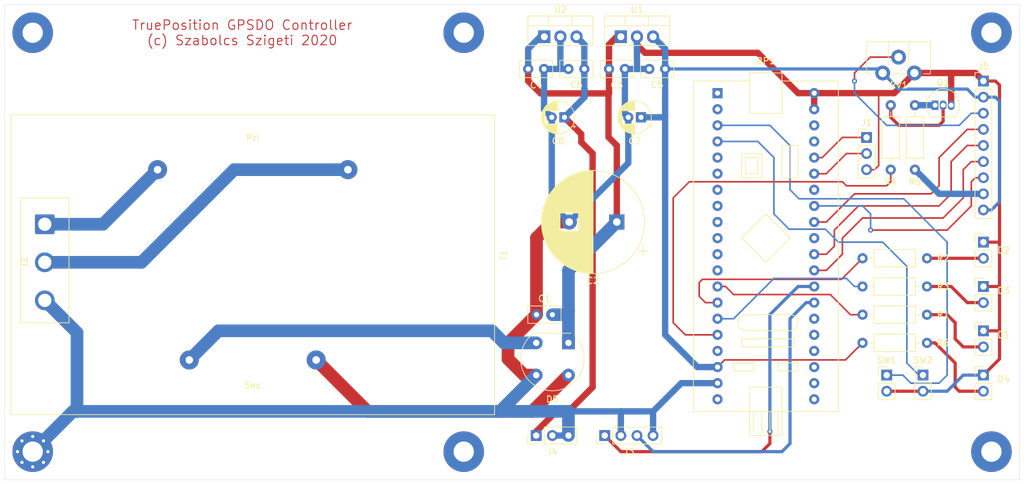
<source format=kicad_pcb>
(kicad_pcb (version 20171130) (host pcbnew "(5.1.9)-1")

  (general
    (thickness 1.6)
    (drawings 16)
    (tracks 265)
    (zones 0)
    (modules 38)
    (nets 53)
  )

  (page A4)
  (layers
    (0 F.Cu signal)
    (31 B.Cu signal)
    (32 B.Adhes user)
    (33 F.Adhes user)
    (34 B.Paste user)
    (35 F.Paste user)
    (36 B.SilkS user)
    (37 F.SilkS user)
    (38 B.Mask user)
    (39 F.Mask user)
    (40 Dwgs.User user)
    (41 Cmts.User user)
    (42 Eco1.User user)
    (43 Eco2.User user)
    (44 Edge.Cuts user)
    (45 Margin user)
    (46 B.CrtYd user)
    (47 F.CrtYd user)
    (48 B.Fab user hide)
    (49 F.Fab user hide)
  )

  (setup
    (last_trace_width 0.25)
    (user_trace_width 0.25)
    (user_trace_width 0.5)
    (user_trace_width 1)
    (user_trace_width 2)
    (trace_clearance 0.2)
    (zone_clearance 0.508)
    (zone_45_only no)
    (trace_min 0.2)
    (via_size 0.8)
    (via_drill 0.4)
    (via_min_size 0.4)
    (via_min_drill 0.3)
    (uvia_size 0.3)
    (uvia_drill 0.1)
    (uvias_allowed no)
    (uvia_min_size 0.2)
    (uvia_min_drill 0.1)
    (edge_width 0.05)
    (segment_width 0.2)
    (pcb_text_width 0.3)
    (pcb_text_size 1.5 1.5)
    (mod_edge_width 0.12)
    (mod_text_size 1 1)
    (mod_text_width 0.15)
    (pad_size 1.524 1.524)
    (pad_drill 0.762)
    (pad_to_mask_clearance 0)
    (aux_axis_origin 0 0)
    (visible_elements 7FFFFFFF)
    (pcbplotparams
      (layerselection 0x010f0_ffffffff)
      (usegerberextensions false)
      (usegerberattributes true)
      (usegerberadvancedattributes true)
      (creategerberjobfile true)
      (excludeedgelayer true)
      (linewidth 0.100000)
      (plotframeref false)
      (viasonmask false)
      (mode 1)
      (useauxorigin false)
      (hpglpennumber 1)
      (hpglpenspeed 20)
      (hpglpendiameter 15.000000)
      (psnegative false)
      (psa4output false)
      (plotreference true)
      (plotvalue true)
      (plotinvisibletext false)
      (padsonsilk false)
      (subtractmaskfromsilk false)
      (outputformat 1)
      (mirror false)
      (drillshape 0)
      (scaleselection 1)
      (outputdirectory "Gerbers/"))
  )

  (net 0 "")
  (net 1 "Net-(BP1-Pad1)")
  (net 2 "Net-(BP1-Pad21)")
  (net 3 "Net-(BP1-Pad2)")
  (net 4 "Net-(BP1-Pad22)")
  (net 5 "Net-(BP1-Pad3)")
  (net 6 "Net-(BP1-Pad23)")
  (net 7 "Net-(BP1-Pad4)")
  (net 8 "Net-(BP1-Pad24)")
  (net 9 "Net-(BP1-Pad5)")
  (net 10 "Net-(BP1-Pad25)")
  (net 11 "Net-(BP1-Pad6)")
  (net 12 "Net-(BP1-Pad26)")
  (net 13 "Net-(BP1-Pad7)")
  (net 14 "Net-(BP1-Pad27)")
  (net 15 "Net-(BP1-Pad8)")
  (net 16 "Net-(BP1-Pad28)")
  (net 17 "Net-(BP1-Pad9)")
  (net 18 "Net-(BP1-Pad29)")
  (net 19 "Net-(BP1-Pad10)")
  (net 20 "Net-(BP1-Pad30)")
  (net 21 "Net-(BP1-Pad11)")
  (net 22 "Net-(BP1-Pad31)")
  (net 23 "Net-(BP1-Pad12)")
  (net 24 "Net-(BP1-Pad32)")
  (net 25 "Net-(BP1-Pad13)")
  (net 26 "Net-(BP1-Pad33)")
  (net 27 "Net-(BP1-Pad14)")
  (net 28 "Net-(BP1-Pad34)")
  (net 29 "Net-(BP1-Pad15)")
  (net 30 "Net-(BP1-Pad35)")
  (net 31 "Net-(BP1-Pad16)")
  (net 32 "Net-(BP1-Pad36)")
  (net 33 "Net-(BP1-Pad17)")
  (net 34 "Net-(BP1-Pad37)")
  (net 35 +5V)
  (net 36 "Net-(BP1-Pad38)")
  (net 37 GND)
  (net 38 "Net-(BP1-Pad20)")
  (net 39 "Net-(C1-Pad1)")
  (net 40 +10V)
  (net 41 "Net-(D1-Pad2)")
  (net 42 "Net-(D2-Pad2)")
  (net 43 "Net-(D3-Pad2)")
  (net 44 "Net-(D4-Pad2)")
  (net 45 "Net-(D5-Pad4)")
  (net 46 "Net-(D5-Pad2)")
  (net 47 "Net-(J2-Pad1)")
  (net 48 "Net-(J5-Pad3)")
  (net 49 "Net-(J5-Pad8)")
  (net 50 "Net-(Q1-Pad2)")
  (net 51 "Net-(Q1-Pad1)")
  (net 52 "Net-(J2-Pad2)")

  (net_class Default "This is the default net class."
    (clearance 0.2)
    (trace_width 0.25)
    (via_dia 0.8)
    (via_drill 0.4)
    (uvia_dia 0.3)
    (uvia_drill 0.1)
    (add_net +10V)
    (add_net +5V)
    (add_net GND)
    (add_net "Net-(BP1-Pad1)")
    (add_net "Net-(BP1-Pad10)")
    (add_net "Net-(BP1-Pad11)")
    (add_net "Net-(BP1-Pad12)")
    (add_net "Net-(BP1-Pad13)")
    (add_net "Net-(BP1-Pad14)")
    (add_net "Net-(BP1-Pad15)")
    (add_net "Net-(BP1-Pad16)")
    (add_net "Net-(BP1-Pad17)")
    (add_net "Net-(BP1-Pad2)")
    (add_net "Net-(BP1-Pad20)")
    (add_net "Net-(BP1-Pad21)")
    (add_net "Net-(BP1-Pad22)")
    (add_net "Net-(BP1-Pad23)")
    (add_net "Net-(BP1-Pad24)")
    (add_net "Net-(BP1-Pad25)")
    (add_net "Net-(BP1-Pad26)")
    (add_net "Net-(BP1-Pad27)")
    (add_net "Net-(BP1-Pad28)")
    (add_net "Net-(BP1-Pad29)")
    (add_net "Net-(BP1-Pad3)")
    (add_net "Net-(BP1-Pad30)")
    (add_net "Net-(BP1-Pad31)")
    (add_net "Net-(BP1-Pad32)")
    (add_net "Net-(BP1-Pad33)")
    (add_net "Net-(BP1-Pad34)")
    (add_net "Net-(BP1-Pad35)")
    (add_net "Net-(BP1-Pad36)")
    (add_net "Net-(BP1-Pad37)")
    (add_net "Net-(BP1-Pad38)")
    (add_net "Net-(BP1-Pad4)")
    (add_net "Net-(BP1-Pad5)")
    (add_net "Net-(BP1-Pad6)")
    (add_net "Net-(BP1-Pad7)")
    (add_net "Net-(BP1-Pad8)")
    (add_net "Net-(BP1-Pad9)")
    (add_net "Net-(C1-Pad1)")
    (add_net "Net-(D1-Pad2)")
    (add_net "Net-(D2-Pad2)")
    (add_net "Net-(D3-Pad2)")
    (add_net "Net-(D4-Pad2)")
    (add_net "Net-(D5-Pad2)")
    (add_net "Net-(D5-Pad4)")
    (add_net "Net-(J2-Pad1)")
    (add_net "Net-(J2-Pad2)")
    (add_net "Net-(J5-Pad3)")
    (add_net "Net-(J5-Pad8)")
    (add_net "Net-(Q1-Pad1)")
    (add_net "Net-(Q1-Pad2)")
  )

  (module Cutom-modules:STM32-BluePill (layer F.Cu) (tedit 5FC3D86A) (tstamp 5FCA9579)
    (at 150.495 45.72)
    (descr "STM32 BluePill modukle")
    (tags "STM32 Bluepill")
    (path /5E83AC76)
    (fp_text reference BP1 (at 7.62 -5.08) (layer F.SilkS)
      (effects (font (size 1 1) (thickness 0.15)))
    )
    (fp_text value BluePill_1 (at 7.62 28.575) (layer F.Fab)
      (effects (font (size 1 1) (thickness 0.15)))
    )
    (fp_line (start 19.05 -1.905) (end 19.05 50.165) (layer F.SilkS) (width 0.12))
    (fp_line (start 19.05 50.165) (end -3.81 50.165) (layer F.SilkS) (width 0.12))
    (fp_line (start -3.81 50.165) (end -3.81 -1.905) (layer F.SilkS) (width 0.12))
    (fp_line (start 5.08 -3.175) (end 10.16 -3.175) (layer F.SilkS) (width 0.12))
    (fp_line (start 10.16 -3.175) (end 10.16 3.175) (layer F.SilkS) (width 0.12))
    (fp_line (start 10.16 3.175) (end 5.08 3.175) (layer F.SilkS) (width 0.12))
    (fp_line (start 5.08 3.175) (end 5.08 -3.175) (layer F.SilkS) (width 0.12))
    (fp_line (start -3.81 -1.905) (end 5.08 -1.905) (layer F.SilkS) (width 0.12))
    (fp_line (start 19.05 -1.905) (end 10.16 -1.905) (layer F.SilkS) (width 0.12))
    (fp_line (start 9.525 50.165) (end 9.525 53.34) (layer F.SilkS) (width 0.12))
    (fp_line (start 5.715 50.165) (end 5.715 53.34) (layer F.SilkS) (width 0.12))
    (fp_line (start 6.985 50.165) (end 6.985 53.34) (layer F.SilkS) (width 0.12))
    (fp_line (start 8.255 50.165) (end 8.255 53.34) (layer F.SilkS) (width 0.12))
    (fp_line (start 5.08 50.165) (end 5.08 53.975) (layer F.SilkS) (width 0.12))
    (fp_line (start 5.08 53.975) (end 10.16 53.975) (layer F.SilkS) (width 0.12))
    (fp_line (start 10.16 53.975) (end 10.16 50.165) (layer F.SilkS) (width 0.12))
    (fp_line (start 3.81 38.735) (end 3.81 40.005) (layer F.SilkS) (width 0.12))
    (fp_line (start 3.81 40.005) (end 12.065 40.005) (layer F.SilkS) (width 0.12))
    (fp_line (start 12.065 40.005) (end 12.065 38.735) (layer F.SilkS) (width 0.12))
    (fp_line (start 12.065 38.735) (end 3.81 38.735) (layer F.SilkS) (width 0.12))
    (fp_line (start 7.62 19.05) (end 3.81 22.86) (layer F.SilkS) (width 0.12))
    (fp_line (start 3.81 22.86) (end 7.62 26.67) (layer F.SilkS) (width 0.12))
    (fp_line (start 7.62 26.67) (end 11.43 22.86) (layer F.SilkS) (width 0.12))
    (fp_line (start 11.43 22.86) (end 7.62 19.05) (layer F.SilkS) (width 0.12))
    (fp_line (start 3.81 9.525) (end 3.81 13.335) (layer F.SilkS) (width 0.12))
    (fp_line (start 3.81 13.335) (end 6.985 13.335) (layer F.SilkS) (width 0.12))
    (fp_line (start 6.985 13.335) (end 6.985 9.525) (layer F.SilkS) (width 0.12))
    (fp_line (start 6.985 9.525) (end 3.81 9.525) (layer F.SilkS) (width 0.12))
    (fp_line (start 10.16 8.255) (end 10.16 13.335) (layer F.SilkS) (width 0.12))
    (fp_line (start 10.16 13.335) (end 12.7 13.335) (layer F.SilkS) (width 0.12))
    (fp_line (start 12.7 13.335) (end 12.7 8.255) (layer F.SilkS) (width 0.12))
    (fp_line (start 12.7 8.255) (end 10.16 8.255) (layer F.SilkS) (width 0.12))
    (fp_line (start 11.43 8.255) (end 11.43 13.335) (layer F.SilkS) (width 0.12))
    (fp_line (start 4.445 10.16) (end 4.445 12.7) (layer F.SilkS) (width 0.12))
    (fp_line (start 4.445 12.7) (end 6.35 12.7) (layer F.SilkS) (width 0.12))
    (fp_line (start 6.35 12.7) (end 6.35 10.16) (layer F.SilkS) (width 0.12))
    (fp_line (start 6.35 10.16) (end 4.445 10.16) (layer F.SilkS) (width 0.12))
    (fp_line (start 2.54 42.545) (end 2.54 43.815) (layer F.SilkS) (width 0.12))
    (fp_line (start 2.54 43.815) (end 5.715 43.815) (layer F.SilkS) (width 0.12))
    (fp_line (start 5.715 43.815) (end 5.715 42.545) (layer F.SilkS) (width 0.12))
    (fp_line (start 5.715 42.545) (end 2.54 42.545) (layer F.SilkS) (width 0.12))
    (fp_line (start 12.7 42.545) (end 12.7 43.815) (layer F.SilkS) (width 0.12))
    (fp_line (start 12.7 43.815) (end 9.525 43.815) (layer F.SilkS) (width 0.12))
    (fp_line (start 9.525 43.815) (end 9.525 42.545) (layer F.SilkS) (width 0.12))
    (fp_line (start 9.525 42.545) (end 12.7 42.545) (layer F.SilkS) (width 0.12))
    (fp_line (start 11.43 34.925) (end 4.445 34.925) (layer F.SilkS) (width 0.12))
    (fp_line (start 4.445 37.465) (end 11.43 37.465) (layer F.SilkS) (width 0.12))
    (fp_line (start 5.08 50.165) (end 5.08 46.355) (layer F.SilkS) (width 0.12))
    (fp_line (start 5.08 46.355) (end 10.16 46.355) (layer F.SilkS) (width 0.12))
    (fp_line (start 10.16 46.355) (end 10.16 50.165) (layer F.SilkS) (width 0.12))
    (fp_line (start -4.445 -2.54) (end 4.445 -2.54) (layer F.CrtYd) (width 0.12))
    (fp_line (start 4.445 -2.54) (end 4.445 -8.89) (layer F.CrtYd) (width 0.12))
    (fp_line (start 4.445 -8.89) (end 10.795 -8.89) (layer F.CrtYd) (width 0.12))
    (fp_line (start 10.795 -8.89) (end 10.795 -2.54) (layer F.CrtYd) (width 0.12))
    (fp_line (start 10.795 -2.54) (end 19.685 -2.54) (layer F.CrtYd) (width 0.12))
    (fp_line (start 19.685 -2.54) (end 19.685 50.8) (layer F.CrtYd) (width 0.12))
    (fp_line (start 19.685 50.8) (end 12.065 50.8) (layer F.CrtYd) (width 0.12))
    (fp_line (start 12.065 50.8) (end 12.065 55.88) (layer F.CrtYd) (width 0.12))
    (fp_line (start 12.065 55.88) (end 3.175 55.88) (layer F.CrtYd) (width 0.12))
    (fp_line (start 3.175 55.88) (end 3.175 50.8) (layer F.CrtYd) (width 0.12))
    (fp_line (start 3.175 50.8) (end -4.445 50.8) (layer F.CrtYd) (width 0.12))
    (fp_line (start -4.445 50.8) (end -4.445 -2.54) (layer F.CrtYd) (width 0.12))
    (fp_line (start -4.445 -0.635) (end -2.54 -2.54) (layer F.Fab) (width 0.12))
    (fp_line (start -2.54 -2.54) (end 4.445 -2.54) (layer F.Fab) (width 0.12))
    (fp_line (start 4.445 -2.54) (end 4.445 -8.89) (layer F.Fab) (width 0.12))
    (fp_line (start 4.445 -8.89) (end 10.795 -8.89) (layer F.Fab) (width 0.12))
    (fp_line (start 10.795 -8.89) (end 10.795 -2.54) (layer F.Fab) (width 0.12))
    (fp_line (start 10.795 -2.54) (end 19.685 -2.54) (layer F.Fab) (width 0.12))
    (fp_line (start 19.685 -2.54) (end 19.685 50.8) (layer F.Fab) (width 0.12))
    (fp_line (start 19.685 50.8) (end 12.065 50.8) (layer F.Fab) (width 0.12))
    (fp_line (start 12.065 50.8) (end 12.065 55.88) (layer F.Fab) (width 0.12))
    (fp_line (start 12.065 55.88) (end 3.175 55.88) (layer F.Fab) (width 0.12))
    (fp_line (start 3.175 55.88) (end 3.175 50.8) (layer F.Fab) (width 0.12))
    (fp_line (start 3.175 50.8) (end -4.445 50.8) (layer F.Fab) (width 0.12))
    (fp_line (start -4.445 50.8) (end -4.445 -0.635) (layer F.Fab) (width 0.12))
    (fp_text user %R (at 7.62 22.86) (layer F.Fab)
      (effects (font (size 1 1) (thickness 0.15)))
    )
    (fp_arc (start 4.445 36.195) (end 4.445 34.925) (angle -180) (layer F.SilkS) (width 0.12))
    (fp_arc (start 11.43 36.195) (end 11.43 37.465) (angle -180) (layer F.SilkS) (width 0.12))
    (pad 1 thru_hole rect (at 0 0) (size 1.6 1.6) (drill 0.8) (layers *.Cu *.Mask)
      (net 1 "Net-(BP1-Pad1)"))
    (pad 21 thru_hole oval (at 15.24 48.26) (size 1.6 1.6) (drill 0.8) (layers *.Cu *.Mask)
      (net 2 "Net-(BP1-Pad21)"))
    (pad 2 thru_hole oval (at 0 2.54) (size 1.6 1.6) (drill 0.8) (layers *.Cu *.Mask)
      (net 3 "Net-(BP1-Pad2)"))
    (pad 22 thru_hole oval (at 15.24 45.72) (size 1.6 1.6) (drill 0.8) (layers *.Cu *.Mask)
      (net 4 "Net-(BP1-Pad22)"))
    (pad 3 thru_hole oval (at 0 5.08) (size 1.6 1.6) (drill 0.8) (layers *.Cu *.Mask)
      (net 5 "Net-(BP1-Pad3)"))
    (pad 23 thru_hole oval (at 15.24 43.18) (size 1.6 1.6) (drill 0.8) (layers *.Cu *.Mask)
      (net 6 "Net-(BP1-Pad23)"))
    (pad 4 thru_hole oval (at 0 7.62) (size 1.6 1.6) (drill 0.8) (layers *.Cu *.Mask)
      (net 7 "Net-(BP1-Pad4)"))
    (pad 24 thru_hole oval (at 15.24 40.64) (size 1.6 1.6) (drill 0.8) (layers *.Cu *.Mask)
      (net 8 "Net-(BP1-Pad24)"))
    (pad 5 thru_hole oval (at 0 10.16) (size 1.6 1.6) (drill 0.8) (layers *.Cu *.Mask)
      (net 9 "Net-(BP1-Pad5)"))
    (pad 25 thru_hole oval (at 15.24 38.1) (size 1.6 1.6) (drill 0.8) (layers *.Cu *.Mask)
      (net 10 "Net-(BP1-Pad25)"))
    (pad 6 thru_hole oval (at 0 12.7) (size 1.6 1.6) (drill 0.8) (layers *.Cu *.Mask)
      (net 11 "Net-(BP1-Pad6)"))
    (pad 26 thru_hole oval (at 15.24 35.56) (size 1.6 1.6) (drill 0.8) (layers *.Cu *.Mask)
      (net 12 "Net-(BP1-Pad26)"))
    (pad 7 thru_hole oval (at 0 15.24) (size 1.6 1.6) (drill 0.8) (layers *.Cu *.Mask)
      (net 13 "Net-(BP1-Pad7)"))
    (pad 27 thru_hole oval (at 15.24 33.02) (size 1.6 1.6) (drill 0.8) (layers *.Cu *.Mask)
      (net 14 "Net-(BP1-Pad27)"))
    (pad 8 thru_hole oval (at 0 17.78) (size 1.6 1.6) (drill 0.8) (layers *.Cu *.Mask)
      (net 15 "Net-(BP1-Pad8)"))
    (pad 28 thru_hole oval (at 15.24 30.48) (size 1.6 1.6) (drill 0.8) (layers *.Cu *.Mask)
      (net 16 "Net-(BP1-Pad28)"))
    (pad 9 thru_hole oval (at 0 20.32) (size 1.6 1.6) (drill 0.8) (layers *.Cu *.Mask)
      (net 17 "Net-(BP1-Pad9)"))
    (pad 29 thru_hole oval (at 15.24 27.94) (size 1.6 1.6) (drill 0.8) (layers *.Cu *.Mask)
      (net 18 "Net-(BP1-Pad29)"))
    (pad 10 thru_hole oval (at 0 22.86) (size 1.6 1.6) (drill 0.8) (layers *.Cu *.Mask)
      (net 19 "Net-(BP1-Pad10)"))
    (pad 30 thru_hole oval (at 15.24 25.4) (size 1.6 1.6) (drill 0.8) (layers *.Cu *.Mask)
      (net 20 "Net-(BP1-Pad30)"))
    (pad 11 thru_hole oval (at 0 25.4) (size 1.6 1.6) (drill 0.8) (layers *.Cu *.Mask)
      (net 21 "Net-(BP1-Pad11)"))
    (pad 31 thru_hole oval (at 15.24 22.86) (size 1.6 1.6) (drill 0.8) (layers *.Cu *.Mask)
      (net 22 "Net-(BP1-Pad31)"))
    (pad 12 thru_hole oval (at 0 27.94) (size 1.6 1.6) (drill 0.8) (layers *.Cu *.Mask)
      (net 23 "Net-(BP1-Pad12)"))
    (pad 32 thru_hole oval (at 15.24 20.32) (size 1.6 1.6) (drill 0.8) (layers *.Cu *.Mask)
      (net 24 "Net-(BP1-Pad32)"))
    (pad 13 thru_hole oval (at 0 30.48) (size 1.6 1.6) (drill 0.8) (layers *.Cu *.Mask)
      (net 25 "Net-(BP1-Pad13)"))
    (pad 33 thru_hole oval (at 15.24 17.78) (size 1.6 1.6) (drill 0.8) (layers *.Cu *.Mask)
      (net 26 "Net-(BP1-Pad33)"))
    (pad 14 thru_hole oval (at 0 33.02) (size 1.6 1.6) (drill 0.8) (layers *.Cu *.Mask)
      (net 27 "Net-(BP1-Pad14)"))
    (pad 34 thru_hole oval (at 15.24 15.24) (size 1.6 1.6) (drill 0.8) (layers *.Cu *.Mask)
      (net 28 "Net-(BP1-Pad34)"))
    (pad 15 thru_hole oval (at 0 35.56) (size 1.6 1.6) (drill 0.8) (layers *.Cu *.Mask)
      (net 29 "Net-(BP1-Pad15)"))
    (pad 35 thru_hole oval (at 15.24 12.7) (size 1.6 1.6) (drill 0.8) (layers *.Cu *.Mask)
      (net 30 "Net-(BP1-Pad35)"))
    (pad 16 thru_hole oval (at 0 38.1) (size 1.6 1.6) (drill 0.8) (layers *.Cu *.Mask)
      (net 31 "Net-(BP1-Pad16)"))
    (pad 36 thru_hole oval (at 15.24 10.16) (size 1.6 1.6) (drill 0.8) (layers *.Cu *.Mask)
      (net 32 "Net-(BP1-Pad36)"))
    (pad 17 thru_hole oval (at 0 40.64) (size 1.6 1.6) (drill 0.8) (layers *.Cu *.Mask)
      (net 33 "Net-(BP1-Pad17)"))
    (pad 37 thru_hole oval (at 15.24 7.62) (size 1.6 1.6) (drill 0.8) (layers *.Cu *.Mask)
      (net 34 "Net-(BP1-Pad37)"))
    (pad 18 thru_hole oval (at 0 43.18) (size 1.6 1.6) (drill 0.8) (layers *.Cu *.Mask)
      (net 35 +5V))
    (pad 38 thru_hole oval (at 15.24 5.08) (size 1.6 1.6) (drill 0.8) (layers *.Cu *.Mask)
      (net 36 "Net-(BP1-Pad38)"))
    (pad 19 thru_hole oval (at 0 45.72) (size 1.6 1.6) (drill 0.8) (layers *.Cu *.Mask)
      (net 37 GND))
    (pad 39 thru_hole oval (at 15.24 2.54) (size 1.6 1.6) (drill 0.8) (layers *.Cu *.Mask)
      (net 37 GND))
    (pad 20 thru_hole oval (at 0 48.26) (size 1.6 1.6) (drill 0.8) (layers *.Cu *.Mask)
      (net 38 "Net-(BP1-Pad20)"))
    (pad 40 thru_hole oval (at 15.24 0) (size 1.6 1.6) (drill 0.8) (layers *.Cu *.Mask)
      (net 37 GND))
    (model ${KISYS3DMOD}/Package_DIP.3dshapes/DIP-40_W15.24mm.wrl
      (at (xyz 0 0 0))
      (scale (xyz 1 1 1))
      (rotate (xyz 0 0 0))
    )
  )

  (module Connector_PinHeader_2.54mm:PinHeader_1x03_P2.54mm_Vertical (layer F.Cu) (tedit 59FED5CC) (tstamp 5FCA82FB)
    (at 121.92 99.695 90)
    (descr "Through hole straight pin header, 1x03, 2.54mm pitch, single row")
    (tags "Through hole pin header THT 1x03 2.54mm single row")
    (path /5FCB183B)
    (fp_text reference J4 (at -2.54 2.54 180) (layer F.SilkS)
      (effects (font (size 1 1) (thickness 0.15)))
    )
    (fp_text value "GPSDO Power" (at 0 7.41 90) (layer F.Fab)
      (effects (font (size 1 1) (thickness 0.15)))
    )
    (fp_line (start 1.8 -1.8) (end -1.8 -1.8) (layer F.CrtYd) (width 0.05))
    (fp_line (start 1.8 6.85) (end 1.8 -1.8) (layer F.CrtYd) (width 0.05))
    (fp_line (start -1.8 6.85) (end 1.8 6.85) (layer F.CrtYd) (width 0.05))
    (fp_line (start -1.8 -1.8) (end -1.8 6.85) (layer F.CrtYd) (width 0.05))
    (fp_line (start -1.33 -1.33) (end 0 -1.33) (layer F.SilkS) (width 0.12))
    (fp_line (start -1.33 0) (end -1.33 -1.33) (layer F.SilkS) (width 0.12))
    (fp_line (start -1.33 1.27) (end 1.33 1.27) (layer F.SilkS) (width 0.12))
    (fp_line (start 1.33 1.27) (end 1.33 6.41) (layer F.SilkS) (width 0.12))
    (fp_line (start -1.33 1.27) (end -1.33 6.41) (layer F.SilkS) (width 0.12))
    (fp_line (start -1.33 6.41) (end 1.33 6.41) (layer F.SilkS) (width 0.12))
    (fp_line (start -1.27 -0.635) (end -0.635 -1.27) (layer F.Fab) (width 0.1))
    (fp_line (start -1.27 6.35) (end -1.27 -0.635) (layer F.Fab) (width 0.1))
    (fp_line (start 1.27 6.35) (end -1.27 6.35) (layer F.Fab) (width 0.1))
    (fp_line (start 1.27 -1.27) (end 1.27 6.35) (layer F.Fab) (width 0.1))
    (fp_line (start -0.635 -1.27) (end 1.27 -1.27) (layer F.Fab) (width 0.1))
    (fp_text user %R (at 0 2.54) (layer F.Fab)
      (effects (font (size 1 1) (thickness 0.15)))
    )
    (pad 3 thru_hole oval (at 0 5.08 90) (size 1.7 1.7) (drill 1) (layers *.Cu *.Mask)
      (net 37 GND))
    (pad 2 thru_hole oval (at 0 2.54 90) (size 1.7 1.7) (drill 1) (layers *.Cu *.Mask)
      (net 37 GND))
    (pad 1 thru_hole rect (at 0 0 90) (size 1.7 1.7) (drill 1) (layers *.Cu *.Mask)
      (net 40 +10V))
    (model ${KISYS3DMOD}/Connector_PinHeader_2.54mm.3dshapes/PinHeader_1x03_P2.54mm_Vertical.wrl
      (at (xyz 0 0 0))
      (scale (xyz 1 1 1))
      (rotate (xyz 0 0 0))
    )
  )

  (module Cutom-modules:Transforme_Gerth_Bv_54112 (layer F.Cu) (tedit 5FC3DEE0) (tstamp 5FCA861F)
    (at 62.23 57.785 270)
    (path /5ED9B0D1)
    (fp_text reference T1 (at 13.5 -54.5 90) (layer F.SilkS)
      (effects (font (size 1 1) (thickness 0.15)))
    )
    (fp_text value "230V/12V 16VA" (at 15 -15) (layer F.Fab)
      (effects (font (size 1 1) (thickness 0.15)))
    )
    (fp_line (start 20 -6) (end 24 -6) (layer F.Fab) (width 0.1))
    (fp_line (start 24 -7) (end 20 -7) (layer F.Fab) (width 0.1))
    (fp_line (start 20 -8) (end 24 -8) (layer F.Fab) (width 0.1))
    (fp_line (start 24 -9) (end 20 -9) (layer F.Fab) (width 0.1))
    (fp_line (start 20 -10) (end 24 -10) (layer F.Fab) (width 0.1))
    (fp_line (start 24 -11) (end 20 -11) (layer F.Fab) (width 0.1))
    (fp_line (start 20 -12) (end 24 -12) (layer F.Fab) (width 0.1))
    (fp_line (start 24 -13) (end 20 -13) (layer F.Fab) (width 0.1))
    (fp_line (start 20 -14) (end 24 -14) (layer F.Fab) (width 0.1))
    (fp_line (start 24 -15) (end 20 -15) (layer F.Fab) (width 0.1))
    (fp_line (start 20 -16) (end 24 -16) (layer F.Fab) (width 0.1))
    (fp_line (start 24 -17) (end 20 -17) (layer F.Fab) (width 0.1))
    (fp_line (start 20 -18) (end 24 -18) (layer F.Fab) (width 0.1))
    (fp_line (start 24 -19) (end 20 -19) (layer F.Fab) (width 0.1))
    (fp_line (start 20 -20) (end 24 -20) (layer F.Fab) (width 0.1))
    (fp_line (start 24 -21) (end 20 -21) (layer F.Fab) (width 0.1))
    (fp_line (start 20 -22) (end 24 -22) (layer F.Fab) (width 0.1))
    (fp_line (start 24 -23) (end 20 -23) (layer F.Fab) (width 0.1))
    (fp_line (start 20 -24) (end 24 -24) (layer F.Fab) (width 0.1))
    (fp_line (start 22 -25) (end 22 -5) (layer F.Fab) (width 0.1))
    (fp_line (start 22 -5) (end 21 -5) (layer F.Fab) (width 0.1))
    (fp_line (start 21 -5) (end 21 -25) (layer F.Fab) (width 0.1))
    (fp_line (start 23 -5) (end 23 -25) (layer F.Fab) (width 0.1))
    (fp_line (start 24 -25) (end 20 -25) (layer F.Fab) (width 0.1))
    (fp_line (start 20 -25) (end 20 -5) (layer F.Fab) (width 0.1))
    (fp_line (start 20 -5) (end 24 -5) (layer F.Fab) (width 0.1))
    (fp_line (start 27 -25) (end 24 -25) (layer F.Fab) (width 0.1))
    (fp_line (start 24 -25) (end 24 -5) (layer F.Fab) (width 0.1))
    (fp_line (start 24 -5) (end 27 -5) (layer F.Fab) (width 0.1))
    (fp_line (start 6 -1) (end 10 -1) (layer F.Fab) (width 0.1))
    (fp_line (start 10 -2) (end 6 -2) (layer F.Fab) (width 0.1))
    (fp_line (start 6 -3) (end 10 -3) (layer F.Fab) (width 0.1))
    (fp_line (start 10 -4) (end 6 -4) (layer F.Fab) (width 0.1))
    (fp_line (start 6 -5) (end 10 -5) (layer F.Fab) (width 0.1))
    (fp_line (start 10 -6) (end 6 -6) (layer F.Fab) (width 0.1))
    (fp_line (start 6 -7) (end 10 -7) (layer F.Fab) (width 0.1))
    (fp_line (start 10 -8) (end 6 -8) (layer F.Fab) (width 0.1))
    (fp_line (start 6 -9) (end 10 -9) (layer F.Fab) (width 0.1))
    (fp_line (start 10 -10) (end 6 -10) (layer F.Fab) (width 0.1))
    (fp_line (start 6 -11) (end 10 -11) (layer F.Fab) (width 0.1))
    (fp_line (start 10 -12) (end 6 -12) (layer F.Fab) (width 0.1))
    (fp_line (start 6 -13) (end 10 -13) (layer F.Fab) (width 0.1))
    (fp_line (start 10 -14) (end 6 -14) (layer F.Fab) (width 0.1))
    (fp_line (start 6 -15) (end 10 -15) (layer F.Fab) (width 0.1))
    (fp_line (start 10 -16) (end 6 -16) (layer F.Fab) (width 0.1))
    (fp_line (start 10 -18) (end 6 -18) (layer F.Fab) (width 0.1))
    (fp_line (start 6 -18) (end 6 -17) (layer F.Fab) (width 0.1))
    (fp_line (start 6 -17) (end 10 -17) (layer F.Fab) (width 0.1))
    (fp_line (start 6 -19) (end 10 -19) (layer F.Fab) (width 0.1))
    (fp_line (start 10 -20) (end 6 -20) (layer F.Fab) (width 0.1))
    (fp_line (start 6 -21) (end 10 -21) (layer F.Fab) (width 0.1))
    (fp_line (start 10 -22) (end 6 -22) (layer F.Fab) (width 0.1))
    (fp_line (start 6 -23) (end 10 -23) (layer F.Fab) (width 0.1))
    (fp_line (start 10 -24) (end 6 -24) (layer F.Fab) (width 0.1))
    (fp_line (start 6 -25) (end 10 -25) (layer F.Fab) (width 0.1))
    (fp_line (start 10 -26) (end 6 -26) (layer F.Fab) (width 0.1))
    (fp_line (start 6 -27) (end 10 -27) (layer F.Fab) (width 0.1))
    (fp_line (start 10 -28) (end 6 -28) (layer F.Fab) (width 0.1))
    (fp_line (start 6 -29) (end 10 -29) (layer F.Fab) (width 0.1))
    (fp_line (start 9 0) (end 9 -30) (layer F.Fab) (width 0.1))
    (fp_line (start 8 -30) (end 8 0) (layer F.Fab) (width 0.1))
    (fp_line (start 7 0) (end 7 -30) (layer F.Fab) (width 0.1))
    (fp_line (start 6 -30) (end 10 -30) (layer F.Fab) (width 0.1))
    (fp_line (start 10 -30) (end 10 0) (layer F.Fab) (width 0.1))
    (fp_line (start 10 0) (end 6 0) (layer F.Fab) (width 0.1))
    (fp_line (start 3 -30) (end 6 -30) (layer F.Fab) (width 0.1))
    (fp_line (start 6 -30) (end 6 0) (layer F.Fab) (width 0.1))
    (fp_line (start 6 0) (end 3 0) (layer F.Fab) (width 0.1))
    (fp_line (start 38.5 13) (end 38.5 23) (layer F.Fab) (width 0.1))
    (fp_line (start 38.5 23) (end 28.5 23) (layer F.Fab) (width 0.1))
    (fp_line (start 28.5 23) (end 28.5 13) (layer F.Fab) (width 0.1))
    (fp_line (start -8.5 13) (end -8.5 23) (layer F.Fab) (width 0.1))
    (fp_line (start -8.5 23) (end 1 23) (layer F.Fab) (width 0.1))
    (fp_line (start 1 23) (end 1 13) (layer F.Fab) (width 0.1))
    (fp_line (start -8.5 -43) (end -8.5 -53) (layer F.Fab) (width 0.1))
    (fp_line (start -8.5 -53) (end 1.5 -53) (layer F.Fab) (width 0.1))
    (fp_line (start 1.5 -53) (end 1.5 -43) (layer F.Fab) (width 0.1))
    (fp_line (start 38.5 -43) (end 38.5 -53) (layer F.Fab) (width 0.1))
    (fp_line (start 38.5 -53) (end 28.5 -53) (layer F.Fab) (width 0.1))
    (fp_line (start 28.5 -53) (end 28.5 -43) (layer F.Fab) (width 0.1))
    (fp_line (start -8.5 13) (end 38.5 13) (layer F.Fab) (width 0.1))
    (fp_line (start 38.5 13) (end 38.5 -43) (layer F.Fab) (width 0.1))
    (fp_line (start 38.5 -43) (end -8.5 -43) (layer F.Fab) (width 0.1))
    (fp_line (start -8.5 -43) (end -8.5 13) (layer F.Fab) (width 0.1))
    (fp_line (start -8.75 -53.25) (end 38.75 -53.25) (layer F.CrtYd) (width 0.05))
    (fp_line (start -8.75 -53.25) (end -8.75 23.25) (layer F.CrtYd) (width 0.05))
    (fp_line (start 38.75 23.25) (end 38.75 -53.25) (layer F.CrtYd) (width 0.05))
    (fp_line (start 38.75 23.25) (end -8.75 23.25) (layer F.CrtYd) (width 0.05))
    (fp_line (start -8.62 -53.12) (end 38.62 -53.12) (layer F.SilkS) (width 0.12))
    (fp_line (start -8.62 -53.12) (end -8.62 23.12) (layer F.SilkS) (width 0.12))
    (fp_line (start 38.62 23.12) (end 38.62 -53.12) (layer F.SilkS) (width 0.12))
    (fp_line (start 38.62 23.12) (end -8.62 23.12) (layer F.SilkS) (width 0.12))
    (fp_text user %R (at 13 -15) (layer F.Fab)
      (effects (font (size 1 1) (thickness 0.15)))
    )
    (fp_text user Pri (at -5 -15) (layer F.SilkS)
      (effects (font (size 1 1) (thickness 0.15)))
    )
    (fp_text user Sec (at 34 -15) (layer F.SilkS)
      (effects (font (size 1 1) (thickness 0.15)))
    )
    (pad "" np_thru_hole circle (at -3.5 -47.5 270) (size 4.5 4.5) (drill 4.5) (layers *.Cu *.Mask))
    (pad "" np_thru_hole circle (at 33.5 -47.5 270) (size 4.5 4.5) (drill 4.5) (layers *.Cu *.Mask))
    (pad "" np_thru_hole circle (at 33.5 17.5 270) (size 4.5 4.5) (drill 4.5) (layers *.Cu *.Mask))
    (pad "" np_thru_hole circle (at -3.5 17.5 270) (size 4.5 4.5) (drill 4.5) (layers *.Cu *.Mask))
    (pad 3 thru_hole circle (at 30 -5 270) (size 3 3) (drill 1.2) (layers *.Cu *.Mask)
      (net 46 "Net-(D5-Pad2)"))
    (pad 4 thru_hole circle (at 30 -25 270) (size 3 3) (drill 1.2) (layers *.Cu *.Mask)
      (net 45 "Net-(D5-Pad4)"))
    (pad 2 thru_hole circle (at 0 -30 270) (size 3 3) (drill 1.2) (layers *.Cu *.Mask)
      (net 52 "Net-(J2-Pad2)"))
    (pad 1 thru_hole circle (at 0 0 270) (size 3 3) (drill 1.2) (layers *.Cu *.Mask)
      (net 47 "Net-(J2-Pad1)"))
    (model ${KISYS3DMOD}/Transformer_THT.3dshapes/Transformer_CHK_EI54-16VA_1xSec.wrl
      (at (xyz 0 0 0))
      (scale (xyz 1 1 1))
      (rotate (xyz 0 0 0))
    )
  )

  (module MountingHole:MountingHole_3.2mm_M3_Pad (layer F.Cu) (tedit 56D1B4CB) (tstamp 5FC42281)
    (at 110.49 36.195)
    (descr "Mounting Hole 3.2mm, M3")
    (tags "mounting hole 3.2mm m3")
    (path /5FD45592)
    (attr virtual)
    (fp_text reference H6 (at 0 -4.2) (layer F.SilkS) hide
      (effects (font (size 1 1) (thickness 0.15)))
    )
    (fp_text value MountingHole (at 0 4.2) (layer F.Fab)
      (effects (font (size 1 1) (thickness 0.15)))
    )
    (fp_circle (center 0 0) (end 3.2 0) (layer Cmts.User) (width 0.15))
    (fp_circle (center 0 0) (end 3.45 0) (layer F.CrtYd) (width 0.05))
    (fp_text user %R (at 0.3 0) (layer F.Fab)
      (effects (font (size 1 1) (thickness 0.15)))
    )
    (pad 1 thru_hole circle (at 0 0) (size 6.4 6.4) (drill 3.2) (layers *.Cu *.Mask))
  )

  (module MountingHole:MountingHole_3.2mm_M3_Pad (layer F.Cu) (tedit 56D1B4CB) (tstamp 5FC42271)
    (at 193.675 102.235)
    (descr "Mounting Hole 3.2mm, M3")
    (tags "mounting hole 3.2mm m3")
    (path /5FD4558C)
    (attr virtual)
    (fp_text reference H5 (at 0 -4.2) (layer F.SilkS) hide
      (effects (font (size 1 1) (thickness 0.15)))
    )
    (fp_text value MountingHole (at 0 4.2) (layer F.Fab)
      (effects (font (size 1 1) (thickness 0.15)))
    )
    (fp_circle (center 0 0) (end 3.2 0) (layer Cmts.User) (width 0.15))
    (fp_circle (center 0 0) (end 3.45 0) (layer F.CrtYd) (width 0.05))
    (fp_text user %R (at 0.3 0) (layer F.Fab)
      (effects (font (size 1 1) (thickness 0.15)))
    )
    (pad 1 thru_hole circle (at 0 0) (size 6.4 6.4) (drill 3.2) (layers *.Cu *.Mask))
  )

  (module MountingHole:MountingHole_3.2mm_M3_Pad (layer F.Cu) (tedit 56D1B4CB) (tstamp 5FC42251)
    (at 193.675 36.195)
    (descr "Mounting Hole 3.2mm, M3")
    (tags "mounting hole 3.2mm m3")
    (path /5FD33F46)
    (attr virtual)
    (fp_text reference H3 (at 0 -4.2) (layer F.SilkS) hide
      (effects (font (size 1 1) (thickness 0.15)))
    )
    (fp_text value MountingHole (at 0 4.2) (layer F.Fab)
      (effects (font (size 1 1) (thickness 0.15)))
    )
    (fp_circle (center 0 0) (end 3.2 0) (layer Cmts.User) (width 0.15))
    (fp_circle (center 0 0) (end 3.45 0) (layer F.CrtYd) (width 0.05))
    (fp_text user %R (at 0.3 0) (layer F.Fab)
      (effects (font (size 1 1) (thickness 0.15)))
    )
    (pad 1 thru_hole circle (at 0 0) (size 6.4 6.4) (drill 3.2) (layers *.Cu *.Mask))
  )

  (module MountingHole:MountingHole_3.2mm_M3_Pad (layer F.Cu) (tedit 56D1B4CB) (tstamp 5FC42241)
    (at 42.545 36.195)
    (descr "Mounting Hole 3.2mm, M3")
    (tags "mounting hole 3.2mm m3")
    (path /5FD336F1)
    (attr virtual)
    (fp_text reference H2 (at 0 -4.2) (layer F.SilkS) hide
      (effects (font (size 1 1) (thickness 0.15)))
    )
    (fp_text value MountingHole (at 0 4.2) (layer F.Fab)
      (effects (font (size 1 1) (thickness 0.15)))
    )
    (fp_circle (center 0 0) (end 3.2 0) (layer Cmts.User) (width 0.15))
    (fp_circle (center 0 0) (end 3.45 0) (layer F.CrtYd) (width 0.05))
    (fp_text user %R (at 0.3 0) (layer F.Fab)
      (effects (font (size 1 1) (thickness 0.15)))
    )
    (pad 1 thru_hole circle (at 0 0) (size 6.4 6.4) (drill 3.2) (layers *.Cu *.Mask))
  )

  (module MountingHole:MountingHole_3.2mm_M3_Pad (layer F.Cu) (tedit 56D1B4CB) (tstamp 5FC42231)
    (at 110.49 102.235)
    (descr "Mounting Hole 3.2mm, M3")
    (tags "mounting hole 3.2mm m3")
    (path /5FD33151)
    (attr virtual)
    (fp_text reference H1 (at 0 -4.2) (layer F.SilkS) hide
      (effects (font (size 1 1) (thickness 0.15)))
    )
    (fp_text value MountingHole (at 0 4.2) (layer F.Fab)
      (effects (font (size 1 1) (thickness 0.15)))
    )
    (fp_circle (center 0 0) (end 3.2 0) (layer Cmts.User) (width 0.15))
    (fp_circle (center 0 0) (end 3.45 0) (layer F.CrtYd) (width 0.05))
    (fp_text user %R (at 0.3 0) (layer F.Fab)
      (effects (font (size 1 1) (thickness 0.15)))
    )
    (pad 1 thru_hole circle (at 0 0) (size 6.4 6.4) (drill 3.2) (layers *.Cu *.Mask))
  )

  (module Package_TO_SOT_THT:TO-220-3_Vertical (layer F.Cu) (tedit 5AC8BA0D) (tstamp 5FC42496)
    (at 135.255 36.83)
    (descr "TO-220-3, Vertical, RM 2.54mm, see https://www.vishay.com/docs/66542/to-220-1.pdf")
    (tags "TO-220-3 Vertical RM 2.54mm")
    (path /5E7E42AC)
    (fp_text reference U1 (at 2.54 -4.27) (layer F.SilkS)
      (effects (font (size 1 1) (thickness 0.15)))
    )
    (fp_text value L7805 (at 2.54 2.5) (layer F.Fab)
      (effects (font (size 1 1) (thickness 0.15)))
    )
    (fp_line (start 7.79 -3.4) (end -2.71 -3.4) (layer F.CrtYd) (width 0.05))
    (fp_line (start 7.79 1.51) (end 7.79 -3.4) (layer F.CrtYd) (width 0.05))
    (fp_line (start -2.71 1.51) (end 7.79 1.51) (layer F.CrtYd) (width 0.05))
    (fp_line (start -2.71 -3.4) (end -2.71 1.51) (layer F.CrtYd) (width 0.05))
    (fp_line (start 4.391 -3.27) (end 4.391 -1.76) (layer F.SilkS) (width 0.12))
    (fp_line (start 0.69 -3.27) (end 0.69 -1.76) (layer F.SilkS) (width 0.12))
    (fp_line (start -2.58 -1.76) (end 7.66 -1.76) (layer F.SilkS) (width 0.12))
    (fp_line (start 7.66 -3.27) (end 7.66 1.371) (layer F.SilkS) (width 0.12))
    (fp_line (start -2.58 -3.27) (end -2.58 1.371) (layer F.SilkS) (width 0.12))
    (fp_line (start -2.58 1.371) (end 7.66 1.371) (layer F.SilkS) (width 0.12))
    (fp_line (start -2.58 -3.27) (end 7.66 -3.27) (layer F.SilkS) (width 0.12))
    (fp_line (start 4.39 -3.15) (end 4.39 -1.88) (layer F.Fab) (width 0.1))
    (fp_line (start 0.69 -3.15) (end 0.69 -1.88) (layer F.Fab) (width 0.1))
    (fp_line (start -2.46 -1.88) (end 7.54 -1.88) (layer F.Fab) (width 0.1))
    (fp_line (start 7.54 -3.15) (end -2.46 -3.15) (layer F.Fab) (width 0.1))
    (fp_line (start 7.54 1.25) (end 7.54 -3.15) (layer F.Fab) (width 0.1))
    (fp_line (start -2.46 1.25) (end 7.54 1.25) (layer F.Fab) (width 0.1))
    (fp_line (start -2.46 -3.15) (end -2.46 1.25) (layer F.Fab) (width 0.1))
    (fp_text user %R (at 2.54 -4.27) (layer F.Fab)
      (effects (font (size 1 1) (thickness 0.15)))
    )
    (pad 3 thru_hole oval (at 5.08 0) (size 1.905 2) (drill 1.1) (layers *.Cu *.Mask)
      (net 35 +5V))
    (pad 2 thru_hole oval (at 2.54 0) (size 1.905 2) (drill 1.1) (layers *.Cu *.Mask)
      (net 37 GND))
    (pad 1 thru_hole rect (at 0 0) (size 1.905 2) (drill 1.1) (layers *.Cu *.Mask)
      (net 39 "Net-(C1-Pad1)"))
    (model ${KISYS3DMOD}/Package_TO_SOT_THT.3dshapes/TO-220-3_Vertical.wrl
      (at (xyz 0 0 0))
      (scale (xyz 1 1 1))
      (rotate (xyz 0 0 0))
    )
  )

  (module Connector_PinHeader_2.54mm:PinHeader_1x02_P2.54mm_Vertical (layer F.Cu) (tedit 59FED5CC) (tstamp 5FC59EE7)
    (at 192.405 90.17)
    (descr "Through hole straight pin header, 1x02, 2.54mm pitch, single row")
    (tags "Through hole pin header THT 1x02 2.54mm single row")
    (path /5EE68135)
    (fp_text reference D4 (at 3.175 0.635) (layer F.SilkS)
      (effects (font (size 1 1) (thickness 0.15)))
    )
    (fp_text value "LED green" (at 0 4.87) (layer F.Fab)
      (effects (font (size 1 1) (thickness 0.15)))
    )
    (fp_line (start 1.8 -1.8) (end -1.8 -1.8) (layer F.CrtYd) (width 0.05))
    (fp_line (start 1.8 4.35) (end 1.8 -1.8) (layer F.CrtYd) (width 0.05))
    (fp_line (start -1.8 4.35) (end 1.8 4.35) (layer F.CrtYd) (width 0.05))
    (fp_line (start -1.8 -1.8) (end -1.8 4.35) (layer F.CrtYd) (width 0.05))
    (fp_line (start -1.33 -1.33) (end 0 -1.33) (layer F.SilkS) (width 0.12))
    (fp_line (start -1.33 0) (end -1.33 -1.33) (layer F.SilkS) (width 0.12))
    (fp_line (start -1.33 1.27) (end 1.33 1.27) (layer F.SilkS) (width 0.12))
    (fp_line (start 1.33 1.27) (end 1.33 3.87) (layer F.SilkS) (width 0.12))
    (fp_line (start -1.33 1.27) (end -1.33 3.87) (layer F.SilkS) (width 0.12))
    (fp_line (start -1.33 3.87) (end 1.33 3.87) (layer F.SilkS) (width 0.12))
    (fp_line (start -1.27 -0.635) (end -0.635 -1.27) (layer F.Fab) (width 0.1))
    (fp_line (start -1.27 3.81) (end -1.27 -0.635) (layer F.Fab) (width 0.1))
    (fp_line (start 1.27 3.81) (end -1.27 3.81) (layer F.Fab) (width 0.1))
    (fp_line (start 1.27 -1.27) (end 1.27 3.81) (layer F.Fab) (width 0.1))
    (fp_line (start -0.635 -1.27) (end 1.27 -1.27) (layer F.Fab) (width 0.1))
    (fp_text user %R (at 0 1.27 -270) (layer F.Fab)
      (effects (font (size 1 1) (thickness 0.15)))
    )
    (pad 2 thru_hole oval (at 0 2.54) (size 1.7 1.7) (drill 1) (layers *.Cu *.Mask)
      (net 44 "Net-(D4-Pad2)"))
    (pad 1 thru_hole rect (at 0 0) (size 1.7 1.7) (drill 1) (layers *.Cu *.Mask)
      (net 37 GND))
    (model ${KISYS3DMOD}/Connector_PinHeader_2.54mm.3dshapes/PinHeader_1x02_P2.54mm_Vertical.wrl
      (at (xyz 0 0 0))
      (scale (xyz 1 1 1))
      (rotate (xyz 0 0 0))
    )
  )

  (module Connector_PinHeader_2.54mm:PinHeader_1x02_P2.54mm_Vertical (layer F.Cu) (tedit 59FED5CC) (tstamp 5FC881FB)
    (at 192.405 76.2)
    (descr "Through hole straight pin header, 1x02, 2.54mm pitch, single row")
    (tags "Through hole pin header THT 1x02 2.54mm single row")
    (path /5E8447A6)
    (fp_text reference D3 (at 3.175 0.635) (layer F.SilkS)
      (effects (font (size 1 1) (thickness 0.15)))
    )
    (fp_text value "LED red" (at 0 4.87) (layer F.Fab)
      (effects (font (size 1 1) (thickness 0.15)))
    )
    (fp_line (start 1.8 -1.8) (end -1.8 -1.8) (layer F.CrtYd) (width 0.05))
    (fp_line (start 1.8 4.35) (end 1.8 -1.8) (layer F.CrtYd) (width 0.05))
    (fp_line (start -1.8 4.35) (end 1.8 4.35) (layer F.CrtYd) (width 0.05))
    (fp_line (start -1.8 -1.8) (end -1.8 4.35) (layer F.CrtYd) (width 0.05))
    (fp_line (start -1.33 -1.33) (end 0 -1.33) (layer F.SilkS) (width 0.12))
    (fp_line (start -1.33 0) (end -1.33 -1.33) (layer F.SilkS) (width 0.12))
    (fp_line (start -1.33 1.27) (end 1.33 1.27) (layer F.SilkS) (width 0.12))
    (fp_line (start 1.33 1.27) (end 1.33 3.87) (layer F.SilkS) (width 0.12))
    (fp_line (start -1.33 1.27) (end -1.33 3.87) (layer F.SilkS) (width 0.12))
    (fp_line (start -1.33 3.87) (end 1.33 3.87) (layer F.SilkS) (width 0.12))
    (fp_line (start -1.27 -0.635) (end -0.635 -1.27) (layer F.Fab) (width 0.1))
    (fp_line (start -1.27 3.81) (end -1.27 -0.635) (layer F.Fab) (width 0.1))
    (fp_line (start 1.27 3.81) (end -1.27 3.81) (layer F.Fab) (width 0.1))
    (fp_line (start 1.27 -1.27) (end 1.27 3.81) (layer F.Fab) (width 0.1))
    (fp_line (start -0.635 -1.27) (end 1.27 -1.27) (layer F.Fab) (width 0.1))
    (fp_text user %R (at 0 1.27 -270) (layer F.Fab)
      (effects (font (size 1 1) (thickness 0.15)))
    )
    (pad 2 thru_hole oval (at 0 2.54) (size 1.7 1.7) (drill 1) (layers *.Cu *.Mask)
      (net 43 "Net-(D3-Pad2)"))
    (pad 1 thru_hole rect (at 0 0) (size 1.7 1.7) (drill 1) (layers *.Cu *.Mask)
      (net 37 GND))
    (model ${KISYS3DMOD}/Connector_PinHeader_2.54mm.3dshapes/PinHeader_1x02_P2.54mm_Vertical.wrl
      (at (xyz 0 0 0))
      (scale (xyz 1 1 1))
      (rotate (xyz 0 0 0))
    )
  )

  (module Connector_PinHeader_2.54mm:PinHeader_1x02_P2.54mm_Vertical (layer F.Cu) (tedit 59FED5CC) (tstamp 5FC86BFC)
    (at 192.405 69.215)
    (descr "Through hole straight pin header, 1x02, 2.54mm pitch, single row")
    (tags "Through hole pin header THT 1x02 2.54mm single row")
    (path /5E844296)
    (fp_text reference D2 (at 3.175 1.27) (layer F.SilkS)
      (effects (font (size 1 1) (thickness 0.15)))
    )
    (fp_text value "LED yellow" (at 0 4.87) (layer F.Fab)
      (effects (font (size 1 1) (thickness 0.15)))
    )
    (fp_line (start 1.8 -1.8) (end -1.8 -1.8) (layer F.CrtYd) (width 0.05))
    (fp_line (start 1.8 4.35) (end 1.8 -1.8) (layer F.CrtYd) (width 0.05))
    (fp_line (start -1.8 4.35) (end 1.8 4.35) (layer F.CrtYd) (width 0.05))
    (fp_line (start -1.8 -1.8) (end -1.8 4.35) (layer F.CrtYd) (width 0.05))
    (fp_line (start -1.33 -1.33) (end 0 -1.33) (layer F.SilkS) (width 0.12))
    (fp_line (start -1.33 0) (end -1.33 -1.33) (layer F.SilkS) (width 0.12))
    (fp_line (start -1.33 1.27) (end 1.33 1.27) (layer F.SilkS) (width 0.12))
    (fp_line (start 1.33 1.27) (end 1.33 3.87) (layer F.SilkS) (width 0.12))
    (fp_line (start -1.33 1.27) (end -1.33 3.87) (layer F.SilkS) (width 0.12))
    (fp_line (start -1.33 3.87) (end 1.33 3.87) (layer F.SilkS) (width 0.12))
    (fp_line (start -1.27 -0.635) (end -0.635 -1.27) (layer F.Fab) (width 0.1))
    (fp_line (start -1.27 3.81) (end -1.27 -0.635) (layer F.Fab) (width 0.1))
    (fp_line (start 1.27 3.81) (end -1.27 3.81) (layer F.Fab) (width 0.1))
    (fp_line (start 1.27 -1.27) (end 1.27 3.81) (layer F.Fab) (width 0.1))
    (fp_line (start -0.635 -1.27) (end 1.27 -1.27) (layer F.Fab) (width 0.1))
    (fp_text user %R (at 0 1.27 -270) (layer F.Fab)
      (effects (font (size 1 1) (thickness 0.15)))
    )
    (pad 2 thru_hole oval (at 0 2.54) (size 1.7 1.7) (drill 1) (layers *.Cu *.Mask)
      (net 42 "Net-(D2-Pad2)"))
    (pad 1 thru_hole rect (at 0 0) (size 1.7 1.7) (drill 1) (layers *.Cu *.Mask)
      (net 37 GND))
    (model ${KISYS3DMOD}/Connector_PinHeader_2.54mm.3dshapes/PinHeader_1x02_P2.54mm_Vertical.wrl
      (at (xyz 0 0 0))
      (scale (xyz 1 1 1))
      (rotate (xyz 0 0 0))
    )
  )

  (module Connector_PinHeader_2.54mm:PinHeader_1x02_P2.54mm_Vertical (layer F.Cu) (tedit 59FED5CC) (tstamp 5FCE886C)
    (at 192.405 83.185)
    (descr "Through hole straight pin header, 1x02, 2.54mm pitch, single row")
    (tags "Through hole pin header THT 1x02 2.54mm single row")
    (path /5E843C2F)
    (fp_text reference D1 (at 3.175 0.635) (layer F.SilkS)
      (effects (font (size 1 1) (thickness 0.15)))
    )
    (fp_text value "LED green" (at 0 4.87) (layer F.Fab)
      (effects (font (size 1 1) (thickness 0.15)))
    )
    (fp_line (start 1.8 -1.8) (end -1.8 -1.8) (layer F.CrtYd) (width 0.05))
    (fp_line (start 1.8 4.35) (end 1.8 -1.8) (layer F.CrtYd) (width 0.05))
    (fp_line (start -1.8 4.35) (end 1.8 4.35) (layer F.CrtYd) (width 0.05))
    (fp_line (start -1.8 -1.8) (end -1.8 4.35) (layer F.CrtYd) (width 0.05))
    (fp_line (start -1.33 -1.33) (end 0 -1.33) (layer F.SilkS) (width 0.12))
    (fp_line (start -1.33 0) (end -1.33 -1.33) (layer F.SilkS) (width 0.12))
    (fp_line (start -1.33 1.27) (end 1.33 1.27) (layer F.SilkS) (width 0.12))
    (fp_line (start 1.33 1.27) (end 1.33 3.87) (layer F.SilkS) (width 0.12))
    (fp_line (start -1.33 1.27) (end -1.33 3.87) (layer F.SilkS) (width 0.12))
    (fp_line (start -1.33 3.87) (end 1.33 3.87) (layer F.SilkS) (width 0.12))
    (fp_line (start -1.27 -0.635) (end -0.635 -1.27) (layer F.Fab) (width 0.1))
    (fp_line (start -1.27 3.81) (end -1.27 -0.635) (layer F.Fab) (width 0.1))
    (fp_line (start 1.27 3.81) (end -1.27 3.81) (layer F.Fab) (width 0.1))
    (fp_line (start 1.27 -1.27) (end 1.27 3.81) (layer F.Fab) (width 0.1))
    (fp_line (start -0.635 -1.27) (end 1.27 -1.27) (layer F.Fab) (width 0.1))
    (fp_text user %R (at 0 1.27 -270) (layer F.Fab)
      (effects (font (size 1 1) (thickness 0.15)))
    )
    (pad 2 thru_hole oval (at 0 2.54) (size 1.7 1.7) (drill 1) (layers *.Cu *.Mask)
      (net 41 "Net-(D1-Pad2)"))
    (pad 1 thru_hole rect (at 0 0) (size 1.7 1.7) (drill 1) (layers *.Cu *.Mask)
      (net 37 GND))
    (model ${KISYS3DMOD}/Connector_PinHeader_2.54mm.3dshapes/PinHeader_1x02_P2.54mm_Vertical.wrl
      (at (xyz 0 0 0))
      (scale (xyz 1 1 1))
      (rotate (xyz 0 0 0))
    )
  )

  (module Capacitor_THT:C_Disc_D5.0mm_W2.5mm_P2.50mm (layer F.Cu) (tedit 5AE50EF0) (tstamp 5FCE766D)
    (at 124.46 80.645 180)
    (descr "C, Disc series, Radial, pin pitch=2.50mm, , diameter*width=5*2.5mm^2, Capacitor, http://cdn-reichelt.de/documents/datenblatt/B300/DS_KERKO_TC.pdf")
    (tags "C Disc series Radial pin pitch 2.50mm  diameter 5mm width 2.5mm Capacitor")
    (path /5E855AC8)
    (fp_text reference C1 (at 1.25 2.54) (layer F.SilkS)
      (effects (font (size 1 1) (thickness 0.15)))
    )
    (fp_text value 100nF (at 1.25 2.5) (layer F.Fab)
      (effects (font (size 1 1) (thickness 0.15)))
    )
    (fp_line (start 4 -1.5) (end -1.5 -1.5) (layer F.CrtYd) (width 0.05))
    (fp_line (start 4 1.5) (end 4 -1.5) (layer F.CrtYd) (width 0.05))
    (fp_line (start -1.5 1.5) (end 4 1.5) (layer F.CrtYd) (width 0.05))
    (fp_line (start -1.5 -1.5) (end -1.5 1.5) (layer F.CrtYd) (width 0.05))
    (fp_line (start 3.87 -1.37) (end 3.87 1.37) (layer F.SilkS) (width 0.12))
    (fp_line (start -1.37 -1.37) (end -1.37 1.37) (layer F.SilkS) (width 0.12))
    (fp_line (start -1.37 1.37) (end 3.87 1.37) (layer F.SilkS) (width 0.12))
    (fp_line (start -1.37 -1.37) (end 3.87 -1.37) (layer F.SilkS) (width 0.12))
    (fp_line (start 3.75 -1.25) (end -1.25 -1.25) (layer F.Fab) (width 0.1))
    (fp_line (start 3.75 1.25) (end 3.75 -1.25) (layer F.Fab) (width 0.1))
    (fp_line (start -1.25 1.25) (end 3.75 1.25) (layer F.Fab) (width 0.1))
    (fp_line (start -1.25 -1.25) (end -1.25 1.25) (layer F.Fab) (width 0.1))
    (fp_text user %R (at 1.25 0) (layer F.Fab)
      (effects (font (size 1 1) (thickness 0.15)))
    )
    (pad 1 thru_hole circle (at 0 0 180) (size 1.6 1.6) (drill 0.8) (layers *.Cu *.Mask)
      (net 39 "Net-(C1-Pad1)"))
    (pad 2 thru_hole circle (at 2.5 0 180) (size 1.6 1.6) (drill 0.8) (layers *.Cu *.Mask)
      (net 37 GND))
    (model ${KISYS3DMOD}/Capacitor_THT.3dshapes/C_Disc_D5.0mm_W2.5mm_P2.50mm.wrl
      (at (xyz 0 0 0))
      (scale (xyz 1 1 1))
      (rotate (xyz 0 0 0))
    )
  )

  (module Capacitor_THT:CP_Radial_D16.0mm_P7.50mm (layer F.Cu) (tedit 5AE50EF1) (tstamp 5FC41FF2)
    (at 134.62 66.04 180)
    (descr "CP, Radial series, Radial, pin pitch=7.50mm, , diameter=16mm, Electrolytic Capacitor")
    (tags "CP Radial series Radial pin pitch 7.50mm  diameter 16mm Electrolytic Capacitor")
    (path /5E7E9D9F)
    (fp_text reference C2 (at 3.75 -9.25) (layer F.SilkS)
      (effects (font (size 1 1) (thickness 0.15)))
    )
    (fp_text value 2200uF/35V (at 3.75 9.25) (layer F.Fab)
      (effects (font (size 1 1) (thickness 0.15)))
    )
    (fp_line (start -4.139491 -5.355) (end -4.139491 -3.755) (layer F.SilkS) (width 0.12))
    (fp_line (start -4.939491 -4.555) (end -3.339491 -4.555) (layer F.SilkS) (width 0.12))
    (fp_line (start 11.831 -0.765) (end 11.831 0.765) (layer F.SilkS) (width 0.12))
    (fp_line (start 11.791 -1.098) (end 11.791 1.098) (layer F.SilkS) (width 0.12))
    (fp_line (start 11.751 -1.351) (end 11.751 1.351) (layer F.SilkS) (width 0.12))
    (fp_line (start 11.711 -1.564) (end 11.711 1.564) (layer F.SilkS) (width 0.12))
    (fp_line (start 11.671 -1.752) (end 11.671 1.752) (layer F.SilkS) (width 0.12))
    (fp_line (start 11.631 -1.92) (end 11.631 1.92) (layer F.SilkS) (width 0.12))
    (fp_line (start 11.591 -2.074) (end 11.591 2.074) (layer F.SilkS) (width 0.12))
    (fp_line (start 11.551 -2.218) (end 11.551 2.218) (layer F.SilkS) (width 0.12))
    (fp_line (start 11.511 -2.351) (end 11.511 2.351) (layer F.SilkS) (width 0.12))
    (fp_line (start 11.471 -2.478) (end 11.471 2.478) (layer F.SilkS) (width 0.12))
    (fp_line (start 11.431 -2.597) (end 11.431 2.597) (layer F.SilkS) (width 0.12))
    (fp_line (start 11.391 -2.711) (end 11.391 2.711) (layer F.SilkS) (width 0.12))
    (fp_line (start 11.351 -2.82) (end 11.351 2.82) (layer F.SilkS) (width 0.12))
    (fp_line (start 11.311 -2.924) (end 11.311 2.924) (layer F.SilkS) (width 0.12))
    (fp_line (start 11.271 -3.024) (end 11.271 3.024) (layer F.SilkS) (width 0.12))
    (fp_line (start 11.231 -3.12) (end 11.231 3.12) (layer F.SilkS) (width 0.12))
    (fp_line (start 11.191 -3.213) (end 11.191 3.213) (layer F.SilkS) (width 0.12))
    (fp_line (start 11.151 -3.303) (end 11.151 3.303) (layer F.SilkS) (width 0.12))
    (fp_line (start 11.111 -3.39) (end 11.111 3.39) (layer F.SilkS) (width 0.12))
    (fp_line (start 11.071 -3.475) (end 11.071 3.475) (layer F.SilkS) (width 0.12))
    (fp_line (start 11.031 -3.557) (end 11.031 3.557) (layer F.SilkS) (width 0.12))
    (fp_line (start 10.991 -3.637) (end 10.991 3.637) (layer F.SilkS) (width 0.12))
    (fp_line (start 10.951 -3.715) (end 10.951 3.715) (layer F.SilkS) (width 0.12))
    (fp_line (start 10.911 -3.79) (end 10.911 3.79) (layer F.SilkS) (width 0.12))
    (fp_line (start 10.871 -3.864) (end 10.871 3.864) (layer F.SilkS) (width 0.12))
    (fp_line (start 10.831 -3.936) (end 10.831 3.936) (layer F.SilkS) (width 0.12))
    (fp_line (start 10.791 -4.007) (end 10.791 4.007) (layer F.SilkS) (width 0.12))
    (fp_line (start 10.751 -4.076) (end 10.751 4.076) (layer F.SilkS) (width 0.12))
    (fp_line (start 10.711 -4.143) (end 10.711 4.143) (layer F.SilkS) (width 0.12))
    (fp_line (start 10.671 -4.209) (end 10.671 4.209) (layer F.SilkS) (width 0.12))
    (fp_line (start 10.631 -4.273) (end 10.631 4.273) (layer F.SilkS) (width 0.12))
    (fp_line (start 10.591 -4.336) (end 10.591 4.336) (layer F.SilkS) (width 0.12))
    (fp_line (start 10.551 -4.398) (end 10.551 4.398) (layer F.SilkS) (width 0.12))
    (fp_line (start 10.511 -4.459) (end 10.511 4.459) (layer F.SilkS) (width 0.12))
    (fp_line (start 10.471 -4.519) (end 10.471 4.519) (layer F.SilkS) (width 0.12))
    (fp_line (start 10.431 -4.577) (end 10.431 4.577) (layer F.SilkS) (width 0.12))
    (fp_line (start 10.391 -4.634) (end 10.391 4.634) (layer F.SilkS) (width 0.12))
    (fp_line (start 10.351 -4.691) (end 10.351 4.691) (layer F.SilkS) (width 0.12))
    (fp_line (start 10.311 -4.746) (end 10.311 4.746) (layer F.SilkS) (width 0.12))
    (fp_line (start 10.271 -4.8) (end 10.271 4.8) (layer F.SilkS) (width 0.12))
    (fp_line (start 10.231 -4.854) (end 10.231 4.854) (layer F.SilkS) (width 0.12))
    (fp_line (start 10.191 -4.906) (end 10.191 4.906) (layer F.SilkS) (width 0.12))
    (fp_line (start 10.151 -4.958) (end 10.151 4.958) (layer F.SilkS) (width 0.12))
    (fp_line (start 10.111 -5.009) (end 10.111 5.009) (layer F.SilkS) (width 0.12))
    (fp_line (start 10.071 -5.059) (end 10.071 5.059) (layer F.SilkS) (width 0.12))
    (fp_line (start 10.031 -5.108) (end 10.031 5.108) (layer F.SilkS) (width 0.12))
    (fp_line (start 9.991 -5.156) (end 9.991 5.156) (layer F.SilkS) (width 0.12))
    (fp_line (start 9.951 -5.204) (end 9.951 5.204) (layer F.SilkS) (width 0.12))
    (fp_line (start 9.911 -5.251) (end 9.911 5.251) (layer F.SilkS) (width 0.12))
    (fp_line (start 9.871 -5.297) (end 9.871 5.297) (layer F.SilkS) (width 0.12))
    (fp_line (start 9.831 -5.343) (end 9.831 5.343) (layer F.SilkS) (width 0.12))
    (fp_line (start 9.791 -5.388) (end 9.791 5.388) (layer F.SilkS) (width 0.12))
    (fp_line (start 9.751 -5.432) (end 9.751 5.432) (layer F.SilkS) (width 0.12))
    (fp_line (start 9.711 -5.475) (end 9.711 5.475) (layer F.SilkS) (width 0.12))
    (fp_line (start 9.671 -5.518) (end 9.671 5.518) (layer F.SilkS) (width 0.12))
    (fp_line (start 9.631 -5.56) (end 9.631 5.56) (layer F.SilkS) (width 0.12))
    (fp_line (start 9.591 -5.602) (end 9.591 5.602) (layer F.SilkS) (width 0.12))
    (fp_line (start 9.551 -5.643) (end 9.551 5.643) (layer F.SilkS) (width 0.12))
    (fp_line (start 9.511 -5.684) (end 9.511 5.684) (layer F.SilkS) (width 0.12))
    (fp_line (start 9.471 -5.724) (end 9.471 5.724) (layer F.SilkS) (width 0.12))
    (fp_line (start 9.431 -5.763) (end 9.431 5.763) (layer F.SilkS) (width 0.12))
    (fp_line (start 9.391 -5.802) (end 9.391 5.802) (layer F.SilkS) (width 0.12))
    (fp_line (start 9.351 -5.84) (end 9.351 5.84) (layer F.SilkS) (width 0.12))
    (fp_line (start 9.311 -5.878) (end 9.311 5.878) (layer F.SilkS) (width 0.12))
    (fp_line (start 9.271 -5.916) (end 9.271 5.916) (layer F.SilkS) (width 0.12))
    (fp_line (start 9.231 -5.952) (end 9.231 5.952) (layer F.SilkS) (width 0.12))
    (fp_line (start 9.191 -5.989) (end 9.191 5.989) (layer F.SilkS) (width 0.12))
    (fp_line (start 9.151 -6.025) (end 9.151 6.025) (layer F.SilkS) (width 0.12))
    (fp_line (start 9.111 -6.06) (end 9.111 6.06) (layer F.SilkS) (width 0.12))
    (fp_line (start 9.071 -6.095) (end 9.071 6.095) (layer F.SilkS) (width 0.12))
    (fp_line (start 9.031 -6.129) (end 9.031 6.129) (layer F.SilkS) (width 0.12))
    (fp_line (start 8.991 -6.163) (end 8.991 6.163) (layer F.SilkS) (width 0.12))
    (fp_line (start 8.951 -6.197) (end 8.951 6.197) (layer F.SilkS) (width 0.12))
    (fp_line (start 8.911 1.44) (end 8.911 6.23) (layer F.SilkS) (width 0.12))
    (fp_line (start 8.911 -6.23) (end 8.911 -1.44) (layer F.SilkS) (width 0.12))
    (fp_line (start 8.871 1.44) (end 8.871 6.263) (layer F.SilkS) (width 0.12))
    (fp_line (start 8.871 -6.263) (end 8.871 -1.44) (layer F.SilkS) (width 0.12))
    (fp_line (start 8.831 1.44) (end 8.831 6.295) (layer F.SilkS) (width 0.12))
    (fp_line (start 8.831 -6.295) (end 8.831 -1.44) (layer F.SilkS) (width 0.12))
    (fp_line (start 8.791 1.44) (end 8.791 6.327) (layer F.SilkS) (width 0.12))
    (fp_line (start 8.791 -6.327) (end 8.791 -1.44) (layer F.SilkS) (width 0.12))
    (fp_line (start 8.751 1.44) (end 8.751 6.358) (layer F.SilkS) (width 0.12))
    (fp_line (start 8.751 -6.358) (end 8.751 -1.44) (layer F.SilkS) (width 0.12))
    (fp_line (start 8.711 1.44) (end 8.711 6.39) (layer F.SilkS) (width 0.12))
    (fp_line (start 8.711 -6.39) (end 8.711 -1.44) (layer F.SilkS) (width 0.12))
    (fp_line (start 8.671 1.44) (end 8.671 6.42) (layer F.SilkS) (width 0.12))
    (fp_line (start 8.671 -6.42) (end 8.671 -1.44) (layer F.SilkS) (width 0.12))
    (fp_line (start 8.631 1.44) (end 8.631 6.45) (layer F.SilkS) (width 0.12))
    (fp_line (start 8.631 -6.45) (end 8.631 -1.44) (layer F.SilkS) (width 0.12))
    (fp_line (start 8.591 1.44) (end 8.591 6.48) (layer F.SilkS) (width 0.12))
    (fp_line (start 8.591 -6.48) (end 8.591 -1.44) (layer F.SilkS) (width 0.12))
    (fp_line (start 8.551 1.44) (end 8.551 6.51) (layer F.SilkS) (width 0.12))
    (fp_line (start 8.551 -6.51) (end 8.551 -1.44) (layer F.SilkS) (width 0.12))
    (fp_line (start 8.511 1.44) (end 8.511 6.539) (layer F.SilkS) (width 0.12))
    (fp_line (start 8.511 -6.539) (end 8.511 -1.44) (layer F.SilkS) (width 0.12))
    (fp_line (start 8.471 1.44) (end 8.471 6.568) (layer F.SilkS) (width 0.12))
    (fp_line (start 8.471 -6.568) (end 8.471 -1.44) (layer F.SilkS) (width 0.12))
    (fp_line (start 8.431 1.44) (end 8.431 6.596) (layer F.SilkS) (width 0.12))
    (fp_line (start 8.431 -6.596) (end 8.431 -1.44) (layer F.SilkS) (width 0.12))
    (fp_line (start 8.391 1.44) (end 8.391 6.624) (layer F.SilkS) (width 0.12))
    (fp_line (start 8.391 -6.624) (end 8.391 -1.44) (layer F.SilkS) (width 0.12))
    (fp_line (start 8.351 1.44) (end 8.351 6.652) (layer F.SilkS) (width 0.12))
    (fp_line (start 8.351 -6.652) (end 8.351 -1.44) (layer F.SilkS) (width 0.12))
    (fp_line (start 8.311 1.44) (end 8.311 6.679) (layer F.SilkS) (width 0.12))
    (fp_line (start 8.311 -6.679) (end 8.311 -1.44) (layer F.SilkS) (width 0.12))
    (fp_line (start 8.271 1.44) (end 8.271 6.706) (layer F.SilkS) (width 0.12))
    (fp_line (start 8.271 -6.706) (end 8.271 -1.44) (layer F.SilkS) (width 0.12))
    (fp_line (start 8.231 1.44) (end 8.231 6.733) (layer F.SilkS) (width 0.12))
    (fp_line (start 8.231 -6.733) (end 8.231 -1.44) (layer F.SilkS) (width 0.12))
    (fp_line (start 8.191 1.44) (end 8.191 6.759) (layer F.SilkS) (width 0.12))
    (fp_line (start 8.191 -6.759) (end 8.191 -1.44) (layer F.SilkS) (width 0.12))
    (fp_line (start 8.151 1.44) (end 8.151 6.785) (layer F.SilkS) (width 0.12))
    (fp_line (start 8.151 -6.785) (end 8.151 -1.44) (layer F.SilkS) (width 0.12))
    (fp_line (start 8.111 1.44) (end 8.111 6.811) (layer F.SilkS) (width 0.12))
    (fp_line (start 8.111 -6.811) (end 8.111 -1.44) (layer F.SilkS) (width 0.12))
    (fp_line (start 8.071 1.44) (end 8.071 6.836) (layer F.SilkS) (width 0.12))
    (fp_line (start 8.071 -6.836) (end 8.071 -1.44) (layer F.SilkS) (width 0.12))
    (fp_line (start 8.031 1.44) (end 8.031 6.861) (layer F.SilkS) (width 0.12))
    (fp_line (start 8.031 -6.861) (end 8.031 -1.44) (layer F.SilkS) (width 0.12))
    (fp_line (start 7.991 1.44) (end 7.991 6.886) (layer F.SilkS) (width 0.12))
    (fp_line (start 7.991 -6.886) (end 7.991 -1.44) (layer F.SilkS) (width 0.12))
    (fp_line (start 7.951 1.44) (end 7.951 6.91) (layer F.SilkS) (width 0.12))
    (fp_line (start 7.951 -6.91) (end 7.951 -1.44) (layer F.SilkS) (width 0.12))
    (fp_line (start 7.911 1.44) (end 7.911 6.934) (layer F.SilkS) (width 0.12))
    (fp_line (start 7.911 -6.934) (end 7.911 -1.44) (layer F.SilkS) (width 0.12))
    (fp_line (start 7.871 1.44) (end 7.871 6.958) (layer F.SilkS) (width 0.12))
    (fp_line (start 7.871 -6.958) (end 7.871 -1.44) (layer F.SilkS) (width 0.12))
    (fp_line (start 7.831 1.44) (end 7.831 6.981) (layer F.SilkS) (width 0.12))
    (fp_line (start 7.831 -6.981) (end 7.831 -1.44) (layer F.SilkS) (width 0.12))
    (fp_line (start 7.791 1.44) (end 7.791 7.004) (layer F.SilkS) (width 0.12))
    (fp_line (start 7.791 -7.004) (end 7.791 -1.44) (layer F.SilkS) (width 0.12))
    (fp_line (start 7.751 1.44) (end 7.751 7.027) (layer F.SilkS) (width 0.12))
    (fp_line (start 7.751 -7.027) (end 7.751 -1.44) (layer F.SilkS) (width 0.12))
    (fp_line (start 7.711 1.44) (end 7.711 7.049) (layer F.SilkS) (width 0.12))
    (fp_line (start 7.711 -7.049) (end 7.711 -1.44) (layer F.SilkS) (width 0.12))
    (fp_line (start 7.671 1.44) (end 7.671 7.072) (layer F.SilkS) (width 0.12))
    (fp_line (start 7.671 -7.072) (end 7.671 -1.44) (layer F.SilkS) (width 0.12))
    (fp_line (start 7.631 1.44) (end 7.631 7.094) (layer F.SilkS) (width 0.12))
    (fp_line (start 7.631 -7.094) (end 7.631 -1.44) (layer F.SilkS) (width 0.12))
    (fp_line (start 7.591 1.44) (end 7.591 7.115) (layer F.SilkS) (width 0.12))
    (fp_line (start 7.591 -7.115) (end 7.591 -1.44) (layer F.SilkS) (width 0.12))
    (fp_line (start 7.551 1.44) (end 7.551 7.136) (layer F.SilkS) (width 0.12))
    (fp_line (start 7.551 -7.136) (end 7.551 -1.44) (layer F.SilkS) (width 0.12))
    (fp_line (start 7.511 1.44) (end 7.511 7.157) (layer F.SilkS) (width 0.12))
    (fp_line (start 7.511 -7.157) (end 7.511 -1.44) (layer F.SilkS) (width 0.12))
    (fp_line (start 7.471 1.44) (end 7.471 7.178) (layer F.SilkS) (width 0.12))
    (fp_line (start 7.471 -7.178) (end 7.471 -1.44) (layer F.SilkS) (width 0.12))
    (fp_line (start 7.431 1.44) (end 7.431 7.199) (layer F.SilkS) (width 0.12))
    (fp_line (start 7.431 -7.199) (end 7.431 -1.44) (layer F.SilkS) (width 0.12))
    (fp_line (start 7.391 1.44) (end 7.391 7.219) (layer F.SilkS) (width 0.12))
    (fp_line (start 7.391 -7.219) (end 7.391 -1.44) (layer F.SilkS) (width 0.12))
    (fp_line (start 7.351 1.44) (end 7.351 7.239) (layer F.SilkS) (width 0.12))
    (fp_line (start 7.351 -7.239) (end 7.351 -1.44) (layer F.SilkS) (width 0.12))
    (fp_line (start 7.311 1.44) (end 7.311 7.258) (layer F.SilkS) (width 0.12))
    (fp_line (start 7.311 -7.258) (end 7.311 -1.44) (layer F.SilkS) (width 0.12))
    (fp_line (start 7.271 1.44) (end 7.271 7.278) (layer F.SilkS) (width 0.12))
    (fp_line (start 7.271 -7.278) (end 7.271 -1.44) (layer F.SilkS) (width 0.12))
    (fp_line (start 7.231 1.44) (end 7.231 7.297) (layer F.SilkS) (width 0.12))
    (fp_line (start 7.231 -7.297) (end 7.231 -1.44) (layer F.SilkS) (width 0.12))
    (fp_line (start 7.191 1.44) (end 7.191 7.316) (layer F.SilkS) (width 0.12))
    (fp_line (start 7.191 -7.316) (end 7.191 -1.44) (layer F.SilkS) (width 0.12))
    (fp_line (start 7.151 1.44) (end 7.151 7.334) (layer F.SilkS) (width 0.12))
    (fp_line (start 7.151 -7.334) (end 7.151 -1.44) (layer F.SilkS) (width 0.12))
    (fp_line (start 7.111 1.44) (end 7.111 7.353) (layer F.SilkS) (width 0.12))
    (fp_line (start 7.111 -7.353) (end 7.111 -1.44) (layer F.SilkS) (width 0.12))
    (fp_line (start 7.071 1.44) (end 7.071 7.371) (layer F.SilkS) (width 0.12))
    (fp_line (start 7.071 -7.371) (end 7.071 -1.44) (layer F.SilkS) (width 0.12))
    (fp_line (start 7.031 1.44) (end 7.031 7.389) (layer F.SilkS) (width 0.12))
    (fp_line (start 7.031 -7.389) (end 7.031 -1.44) (layer F.SilkS) (width 0.12))
    (fp_line (start 6.991 1.44) (end 6.991 7.406) (layer F.SilkS) (width 0.12))
    (fp_line (start 6.991 -7.406) (end 6.991 -1.44) (layer F.SilkS) (width 0.12))
    (fp_line (start 6.951 1.44) (end 6.951 7.423) (layer F.SilkS) (width 0.12))
    (fp_line (start 6.951 -7.423) (end 6.951 -1.44) (layer F.SilkS) (width 0.12))
    (fp_line (start 6.911 1.44) (end 6.911 7.44) (layer F.SilkS) (width 0.12))
    (fp_line (start 6.911 -7.44) (end 6.911 -1.44) (layer F.SilkS) (width 0.12))
    (fp_line (start 6.871 1.44) (end 6.871 7.457) (layer F.SilkS) (width 0.12))
    (fp_line (start 6.871 -7.457) (end 6.871 -1.44) (layer F.SilkS) (width 0.12))
    (fp_line (start 6.831 1.44) (end 6.831 7.474) (layer F.SilkS) (width 0.12))
    (fp_line (start 6.831 -7.474) (end 6.831 -1.44) (layer F.SilkS) (width 0.12))
    (fp_line (start 6.791 1.44) (end 6.791 7.49) (layer F.SilkS) (width 0.12))
    (fp_line (start 6.791 -7.49) (end 6.791 -1.44) (layer F.SilkS) (width 0.12))
    (fp_line (start 6.751 1.44) (end 6.751 7.506) (layer F.SilkS) (width 0.12))
    (fp_line (start 6.751 -7.506) (end 6.751 -1.44) (layer F.SilkS) (width 0.12))
    (fp_line (start 6.711 1.44) (end 6.711 7.522) (layer F.SilkS) (width 0.12))
    (fp_line (start 6.711 -7.522) (end 6.711 -1.44) (layer F.SilkS) (width 0.12))
    (fp_line (start 6.671 1.44) (end 6.671 7.537) (layer F.SilkS) (width 0.12))
    (fp_line (start 6.671 -7.537) (end 6.671 -1.44) (layer F.SilkS) (width 0.12))
    (fp_line (start 6.631 1.44) (end 6.631 7.553) (layer F.SilkS) (width 0.12))
    (fp_line (start 6.631 -7.553) (end 6.631 -1.44) (layer F.SilkS) (width 0.12))
    (fp_line (start 6.591 1.44) (end 6.591 7.568) (layer F.SilkS) (width 0.12))
    (fp_line (start 6.591 -7.568) (end 6.591 -1.44) (layer F.SilkS) (width 0.12))
    (fp_line (start 6.551 1.44) (end 6.551 7.582) (layer F.SilkS) (width 0.12))
    (fp_line (start 6.551 -7.582) (end 6.551 -1.44) (layer F.SilkS) (width 0.12))
    (fp_line (start 6.511 1.44) (end 6.511 7.597) (layer F.SilkS) (width 0.12))
    (fp_line (start 6.511 -7.597) (end 6.511 -1.44) (layer F.SilkS) (width 0.12))
    (fp_line (start 6.471 1.44) (end 6.471 7.611) (layer F.SilkS) (width 0.12))
    (fp_line (start 6.471 -7.611) (end 6.471 -1.44) (layer F.SilkS) (width 0.12))
    (fp_line (start 6.431 1.44) (end 6.431 7.625) (layer F.SilkS) (width 0.12))
    (fp_line (start 6.431 -7.625) (end 6.431 -1.44) (layer F.SilkS) (width 0.12))
    (fp_line (start 6.391 1.44) (end 6.391 7.639) (layer F.SilkS) (width 0.12))
    (fp_line (start 6.391 -7.639) (end 6.391 -1.44) (layer F.SilkS) (width 0.12))
    (fp_line (start 6.351 1.44) (end 6.351 7.653) (layer F.SilkS) (width 0.12))
    (fp_line (start 6.351 -7.653) (end 6.351 -1.44) (layer F.SilkS) (width 0.12))
    (fp_line (start 6.311 1.44) (end 6.311 7.666) (layer F.SilkS) (width 0.12))
    (fp_line (start 6.311 -7.666) (end 6.311 -1.44) (layer F.SilkS) (width 0.12))
    (fp_line (start 6.271 1.44) (end 6.271 7.68) (layer F.SilkS) (width 0.12))
    (fp_line (start 6.271 -7.68) (end 6.271 -1.44) (layer F.SilkS) (width 0.12))
    (fp_line (start 6.231 1.44) (end 6.231 7.693) (layer F.SilkS) (width 0.12))
    (fp_line (start 6.231 -7.693) (end 6.231 -1.44) (layer F.SilkS) (width 0.12))
    (fp_line (start 6.191 1.44) (end 6.191 7.705) (layer F.SilkS) (width 0.12))
    (fp_line (start 6.191 -7.705) (end 6.191 -1.44) (layer F.SilkS) (width 0.12))
    (fp_line (start 6.151 1.44) (end 6.151 7.718) (layer F.SilkS) (width 0.12))
    (fp_line (start 6.151 -7.718) (end 6.151 -1.44) (layer F.SilkS) (width 0.12))
    (fp_line (start 6.111 1.44) (end 6.111 7.73) (layer F.SilkS) (width 0.12))
    (fp_line (start 6.111 -7.73) (end 6.111 -1.44) (layer F.SilkS) (width 0.12))
    (fp_line (start 6.071 1.44) (end 6.071 7.742) (layer F.SilkS) (width 0.12))
    (fp_line (start 6.071 -7.742) (end 6.071 -1.44) (layer F.SilkS) (width 0.12))
    (fp_line (start 6.031 -7.754) (end 6.031 7.754) (layer F.SilkS) (width 0.12))
    (fp_line (start 5.991 -7.765) (end 5.991 7.765) (layer F.SilkS) (width 0.12))
    (fp_line (start 5.951 -7.777) (end 5.951 7.777) (layer F.SilkS) (width 0.12))
    (fp_line (start 5.911 -7.788) (end 5.911 7.788) (layer F.SilkS) (width 0.12))
    (fp_line (start 5.871 -7.799) (end 5.871 7.799) (layer F.SilkS) (width 0.12))
    (fp_line (start 5.831 -7.81) (end 5.831 7.81) (layer F.SilkS) (width 0.12))
    (fp_line (start 5.791 -7.82) (end 5.791 7.82) (layer F.SilkS) (width 0.12))
    (fp_line (start 5.751 -7.83) (end 5.751 7.83) (layer F.SilkS) (width 0.12))
    (fp_line (start 5.711 -7.84) (end 5.711 7.84) (layer F.SilkS) (width 0.12))
    (fp_line (start 5.671 -7.85) (end 5.671 7.85) (layer F.SilkS) (width 0.12))
    (fp_line (start 5.631 -7.86) (end 5.631 7.86) (layer F.SilkS) (width 0.12))
    (fp_line (start 5.591 -7.869) (end 5.591 7.869) (layer F.SilkS) (width 0.12))
    (fp_line (start 5.551 -7.878) (end 5.551 7.878) (layer F.SilkS) (width 0.12))
    (fp_line (start 5.511 -7.887) (end 5.511 7.887) (layer F.SilkS) (width 0.12))
    (fp_line (start 5.471 -7.896) (end 5.471 7.896) (layer F.SilkS) (width 0.12))
    (fp_line (start 5.431 -7.905) (end 5.431 7.905) (layer F.SilkS) (width 0.12))
    (fp_line (start 5.391 -7.913) (end 5.391 7.913) (layer F.SilkS) (width 0.12))
    (fp_line (start 5.351 -7.921) (end 5.351 7.921) (layer F.SilkS) (width 0.12))
    (fp_line (start 5.311 -7.929) (end 5.311 7.929) (layer F.SilkS) (width 0.12))
    (fp_line (start 5.271 -7.937) (end 5.271 7.937) (layer F.SilkS) (width 0.12))
    (fp_line (start 5.231 -7.944) (end 5.231 7.944) (layer F.SilkS) (width 0.12))
    (fp_line (start 5.191 -7.952) (end 5.191 7.952) (layer F.SilkS) (width 0.12))
    (fp_line (start 5.151 -7.959) (end 5.151 7.959) (layer F.SilkS) (width 0.12))
    (fp_line (start 5.111 -7.966) (end 5.111 7.966) (layer F.SilkS) (width 0.12))
    (fp_line (start 5.071 -7.972) (end 5.071 7.972) (layer F.SilkS) (width 0.12))
    (fp_line (start 5.031 -7.979) (end 5.031 7.979) (layer F.SilkS) (width 0.12))
    (fp_line (start 4.991 -7.985) (end 4.991 7.985) (layer F.SilkS) (width 0.12))
    (fp_line (start 4.951 -7.991) (end 4.951 7.991) (layer F.SilkS) (width 0.12))
    (fp_line (start 4.911 -7.997) (end 4.911 7.997) (layer F.SilkS) (width 0.12))
    (fp_line (start 4.871 -8.003) (end 4.871 8.003) (layer F.SilkS) (width 0.12))
    (fp_line (start 4.831 -8.008) (end 4.831 8.008) (layer F.SilkS) (width 0.12))
    (fp_line (start 4.791 -8.014) (end 4.791 8.014) (layer F.SilkS) (width 0.12))
    (fp_line (start 4.751 -8.019) (end 4.751 8.019) (layer F.SilkS) (width 0.12))
    (fp_line (start 4.711 -8.024) (end 4.711 8.024) (layer F.SilkS) (width 0.12))
    (fp_line (start 4.671 -8.028) (end 4.671 8.028) (layer F.SilkS) (width 0.12))
    (fp_line (start 4.631 -8.033) (end 4.631 8.033) (layer F.SilkS) (width 0.12))
    (fp_line (start 4.591 -8.037) (end 4.591 8.037) (layer F.SilkS) (width 0.12))
    (fp_line (start 4.551 -8.041) (end 4.551 8.041) (layer F.SilkS) (width 0.12))
    (fp_line (start 4.511 -8.045) (end 4.511 8.045) (layer F.SilkS) (width 0.12))
    (fp_line (start 4.471 -8.049) (end 4.471 8.049) (layer F.SilkS) (width 0.12))
    (fp_line (start 4.43 -8.052) (end 4.43 8.052) (layer F.SilkS) (width 0.12))
    (fp_line (start 4.39 -8.055) (end 4.39 8.055) (layer F.SilkS) (width 0.12))
    (fp_line (start 4.35 -8.058) (end 4.35 8.058) (layer F.SilkS) (width 0.12))
    (fp_line (start 4.31 -8.061) (end 4.31 8.061) (layer F.SilkS) (width 0.12))
    (fp_line (start 4.27 -8.064) (end 4.27 8.064) (layer F.SilkS) (width 0.12))
    (fp_line (start 4.23 -8.066) (end 4.23 8.066) (layer F.SilkS) (width 0.12))
    (fp_line (start 4.19 -8.069) (end 4.19 8.069) (layer F.SilkS) (width 0.12))
    (fp_line (start 4.15 -8.071) (end 4.15 8.071) (layer F.SilkS) (width 0.12))
    (fp_line (start 4.11 -8.073) (end 4.11 8.073) (layer F.SilkS) (width 0.12))
    (fp_line (start 4.07 -8.074) (end 4.07 8.074) (layer F.SilkS) (width 0.12))
    (fp_line (start 4.03 -8.076) (end 4.03 8.076) (layer F.SilkS) (width 0.12))
    (fp_line (start 3.99 -8.077) (end 3.99 8.077) (layer F.SilkS) (width 0.12))
    (fp_line (start 3.95 -8.078) (end 3.95 8.078) (layer F.SilkS) (width 0.12))
    (fp_line (start 3.91 -8.079) (end 3.91 8.079) (layer F.SilkS) (width 0.12))
    (fp_line (start 3.87 -8.08) (end 3.87 8.08) (layer F.SilkS) (width 0.12))
    (fp_line (start 3.83 -8.08) (end 3.83 8.08) (layer F.SilkS) (width 0.12))
    (fp_line (start 3.79 -8.08) (end 3.79 8.08) (layer F.SilkS) (width 0.12))
    (fp_line (start 3.75 -8.081) (end 3.75 8.081) (layer F.SilkS) (width 0.12))
    (fp_line (start -2.325168 -4.3075) (end -2.325168 -2.7075) (layer F.Fab) (width 0.1))
    (fp_line (start -3.125168 -3.5075) (end -1.525168 -3.5075) (layer F.Fab) (width 0.1))
    (fp_circle (center 3.75 0) (end 12 0) (layer F.CrtYd) (width 0.05))
    (fp_circle (center 3.75 0) (end 11.87 0) (layer F.SilkS) (width 0.12))
    (fp_circle (center 3.75 0) (end 11.75 0) (layer F.Fab) (width 0.1))
    (fp_text user %R (at 3.75 0) (layer F.Fab)
      (effects (font (size 1 1) (thickness 0.15)))
    )
    (pad 1 thru_hole rect (at 0 0 180) (size 2.4 2.4) (drill 1.2) (layers *.Cu *.Mask)
      (net 39 "Net-(C1-Pad1)"))
    (pad 2 thru_hole circle (at 7.5 0 180) (size 2.4 2.4) (drill 1.2) (layers *.Cu *.Mask)
      (net 37 GND))
    (model ${KISYS3DMOD}/Capacitor_THT.3dshapes/CP_Radial_D16.0mm_P7.50mm.wrl
      (at (xyz 0 0 0))
      (scale (xyz 1 1 1))
      (rotate (xyz 0 0 0))
    )
  )

  (module Capacitor_THT:C_Disc_D5.0mm_W2.5mm_P2.50mm (layer F.Cu) (tedit 5AE50EF0) (tstamp 5FCE7965)
    (at 133.39 41.91)
    (descr "C, Disc series, Radial, pin pitch=2.50mm, , diameter*width=5*2.5mm^2, Capacitor, http://cdn-reichelt.de/documents/datenblatt/B300/DS_KERKO_TC.pdf")
    (tags "C Disc series Radial pin pitch 2.50mm  diameter 5mm width 2.5mm Capacitor")
    (path /5E7E89D9)
    (fp_text reference C3 (at 1.23 2.54) (layer F.SilkS)
      (effects (font (size 1 1) (thickness 0.15)))
    )
    (fp_text value 100n (at 1.25 2.5) (layer F.Fab)
      (effects (font (size 1 1) (thickness 0.15)))
    )
    (fp_line (start 4 -1.5) (end -1.5 -1.5) (layer F.CrtYd) (width 0.05))
    (fp_line (start 4 1.5) (end 4 -1.5) (layer F.CrtYd) (width 0.05))
    (fp_line (start -1.5 1.5) (end 4 1.5) (layer F.CrtYd) (width 0.05))
    (fp_line (start -1.5 -1.5) (end -1.5 1.5) (layer F.CrtYd) (width 0.05))
    (fp_line (start 3.87 -1.37) (end 3.87 1.37) (layer F.SilkS) (width 0.12))
    (fp_line (start -1.37 -1.37) (end -1.37 1.37) (layer F.SilkS) (width 0.12))
    (fp_line (start -1.37 1.37) (end 3.87 1.37) (layer F.SilkS) (width 0.12))
    (fp_line (start -1.37 -1.37) (end 3.87 -1.37) (layer F.SilkS) (width 0.12))
    (fp_line (start 3.75 -1.25) (end -1.25 -1.25) (layer F.Fab) (width 0.1))
    (fp_line (start 3.75 1.25) (end 3.75 -1.25) (layer F.Fab) (width 0.1))
    (fp_line (start -1.25 1.25) (end 3.75 1.25) (layer F.Fab) (width 0.1))
    (fp_line (start -1.25 -1.25) (end -1.25 1.25) (layer F.Fab) (width 0.1))
    (fp_text user %R (at 1.25 0) (layer F.Fab)
      (effects (font (size 1 1) (thickness 0.15)))
    )
    (pad 1 thru_hole circle (at 0 0) (size 1.6 1.6) (drill 0.8) (layers *.Cu *.Mask)
      (net 39 "Net-(C1-Pad1)"))
    (pad 2 thru_hole circle (at 2.5 0) (size 1.6 1.6) (drill 0.8) (layers *.Cu *.Mask)
      (net 37 GND))
    (model ${KISYS3DMOD}/Capacitor_THT.3dshapes/C_Disc_D5.0mm_W2.5mm_P2.50mm.wrl
      (at (xyz 0 0 0))
      (scale (xyz 1 1 1))
      (rotate (xyz 0 0 0))
    )
  )

  (module Capacitor_THT:C_Disc_D5.0mm_W2.5mm_P2.50mm (layer F.Cu) (tedit 5AE50EF0) (tstamp 5FCE7B64)
    (at 120.65 41.91)
    (descr "C, Disc series, Radial, pin pitch=2.50mm, , diameter*width=5*2.5mm^2, Capacitor, http://cdn-reichelt.de/documents/datenblatt/B300/DS_KERKO_TC.pdf")
    (tags "C Disc series Radial pin pitch 2.50mm  diameter 5mm width 2.5mm Capacitor")
    (path /5E82948E)
    (fp_text reference C4 (at 1.27 2.54) (layer F.SilkS)
      (effects (font (size 1 1) (thickness 0.15)))
    )
    (fp_text value 100n (at 1.25 2.5) (layer F.Fab)
      (effects (font (size 1 1) (thickness 0.15)))
    )
    (fp_line (start -1.25 -1.25) (end -1.25 1.25) (layer F.Fab) (width 0.1))
    (fp_line (start -1.25 1.25) (end 3.75 1.25) (layer F.Fab) (width 0.1))
    (fp_line (start 3.75 1.25) (end 3.75 -1.25) (layer F.Fab) (width 0.1))
    (fp_line (start 3.75 -1.25) (end -1.25 -1.25) (layer F.Fab) (width 0.1))
    (fp_line (start -1.37 -1.37) (end 3.87 -1.37) (layer F.SilkS) (width 0.12))
    (fp_line (start -1.37 1.37) (end 3.87 1.37) (layer F.SilkS) (width 0.12))
    (fp_line (start -1.37 -1.37) (end -1.37 1.37) (layer F.SilkS) (width 0.12))
    (fp_line (start 3.87 -1.37) (end 3.87 1.37) (layer F.SilkS) (width 0.12))
    (fp_line (start -1.5 -1.5) (end -1.5 1.5) (layer F.CrtYd) (width 0.05))
    (fp_line (start -1.5 1.5) (end 4 1.5) (layer F.CrtYd) (width 0.05))
    (fp_line (start 4 1.5) (end 4 -1.5) (layer F.CrtYd) (width 0.05))
    (fp_line (start 4 -1.5) (end -1.5 -1.5) (layer F.CrtYd) (width 0.05))
    (fp_text user %R (at 1.25 0) (layer F.Fab)
      (effects (font (size 1 1) (thickness 0.15)))
    )
    (pad 2 thru_hole circle (at 2.5 0) (size 1.6 1.6) (drill 0.8) (layers *.Cu *.Mask)
      (net 37 GND))
    (pad 1 thru_hole circle (at 0 0) (size 1.6 1.6) (drill 0.8) (layers *.Cu *.Mask)
      (net 39 "Net-(C1-Pad1)"))
    (model ${KISYS3DMOD}/Capacitor_THT.3dshapes/C_Disc_D5.0mm_W2.5mm_P2.50mm.wrl
      (at (xyz 0 0 0))
      (scale (xyz 1 1 1))
      (rotate (xyz 0 0 0))
    )
  )

  (module Capacitor_THT:C_Disc_D5.0mm_W2.5mm_P2.50mm (layer F.Cu) (tedit 5AE50EF0) (tstamp 5FC5C5F5)
    (at 142.24 41.91 180)
    (descr "C, Disc series, Radial, pin pitch=2.50mm, , diameter*width=5*2.5mm^2, Capacitor, http://cdn-reichelt.de/documents/datenblatt/B300/DS_KERKO_TC.pdf")
    (tags "C Disc series Radial pin pitch 2.50mm  diameter 5mm width 2.5mm Capacitor")
    (path /5E7E9A56)
    (fp_text reference C5 (at 1.25 -2.5) (layer F.SilkS)
      (effects (font (size 1 1) (thickness 0.15)))
    )
    (fp_text value 100n (at 1.25 2.5) (layer F.Fab)
      (effects (font (size 1 1) (thickness 0.15)))
    )
    (fp_line (start 4 -1.5) (end -1.5 -1.5) (layer F.CrtYd) (width 0.05))
    (fp_line (start 4 1.5) (end 4 -1.5) (layer F.CrtYd) (width 0.05))
    (fp_line (start -1.5 1.5) (end 4 1.5) (layer F.CrtYd) (width 0.05))
    (fp_line (start -1.5 -1.5) (end -1.5 1.5) (layer F.CrtYd) (width 0.05))
    (fp_line (start 3.87 -1.37) (end 3.87 1.37) (layer F.SilkS) (width 0.12))
    (fp_line (start -1.37 -1.37) (end -1.37 1.37) (layer F.SilkS) (width 0.12))
    (fp_line (start -1.37 1.37) (end 3.87 1.37) (layer F.SilkS) (width 0.12))
    (fp_line (start -1.37 -1.37) (end 3.87 -1.37) (layer F.SilkS) (width 0.12))
    (fp_line (start 3.75 -1.25) (end -1.25 -1.25) (layer F.Fab) (width 0.1))
    (fp_line (start 3.75 1.25) (end 3.75 -1.25) (layer F.Fab) (width 0.1))
    (fp_line (start -1.25 1.25) (end 3.75 1.25) (layer F.Fab) (width 0.1))
    (fp_line (start -1.25 -1.25) (end -1.25 1.25) (layer F.Fab) (width 0.1))
    (fp_text user %R (at 1.25 0) (layer F.Fab)
      (effects (font (size 1 1) (thickness 0.15)))
    )
    (pad 1 thru_hole circle (at 0 0 180) (size 1.6 1.6) (drill 0.8) (layers *.Cu *.Mask)
      (net 35 +5V))
    (pad 2 thru_hole circle (at 2.5 0 180) (size 1.6 1.6) (drill 0.8) (layers *.Cu *.Mask)
      (net 37 GND))
    (model ${KISYS3DMOD}/Capacitor_THT.3dshapes/C_Disc_D5.0mm_W2.5mm_P2.50mm.wrl
      (at (xyz 0 0 0))
      (scale (xyz 1 1 1))
      (rotate (xyz 0 0 0))
    )
  )

  (module Capacitor_THT:C_Disc_D5.0mm_W2.5mm_P2.50mm (layer F.Cu) (tedit 5AE50EF0) (tstamp 5FCE70D0)
    (at 129.5 41.91 180)
    (descr "C, Disc series, Radial, pin pitch=2.50mm, , diameter*width=5*2.5mm^2, Capacitor, http://cdn-reichelt.de/documents/datenblatt/B300/DS_KERKO_TC.pdf")
    (tags "C Disc series Radial pin pitch 2.50mm  diameter 5mm width 2.5mm Capacitor")
    (path /5E7E9418)
    (fp_text reference C6 (at 1.25 -2.5) (layer F.SilkS)
      (effects (font (size 1 1) (thickness 0.15)))
    )
    (fp_text value 100n (at 1.25 2.5) (layer F.Fab)
      (effects (font (size 1 1) (thickness 0.15)))
    )
    (fp_line (start -1.25 -1.25) (end -1.25 1.25) (layer F.Fab) (width 0.1))
    (fp_line (start -1.25 1.25) (end 3.75 1.25) (layer F.Fab) (width 0.1))
    (fp_line (start 3.75 1.25) (end 3.75 -1.25) (layer F.Fab) (width 0.1))
    (fp_line (start 3.75 -1.25) (end -1.25 -1.25) (layer F.Fab) (width 0.1))
    (fp_line (start -1.37 -1.37) (end 3.87 -1.37) (layer F.SilkS) (width 0.12))
    (fp_line (start -1.37 1.37) (end 3.87 1.37) (layer F.SilkS) (width 0.12))
    (fp_line (start -1.37 -1.37) (end -1.37 1.37) (layer F.SilkS) (width 0.12))
    (fp_line (start 3.87 -1.37) (end 3.87 1.37) (layer F.SilkS) (width 0.12))
    (fp_line (start -1.5 -1.5) (end -1.5 1.5) (layer F.CrtYd) (width 0.05))
    (fp_line (start -1.5 1.5) (end 4 1.5) (layer F.CrtYd) (width 0.05))
    (fp_line (start 4 1.5) (end 4 -1.5) (layer F.CrtYd) (width 0.05))
    (fp_line (start 4 -1.5) (end -1.5 -1.5) (layer F.CrtYd) (width 0.05))
    (fp_text user %R (at 1.25 0) (layer F.Fab)
      (effects (font (size 1 1) (thickness 0.15)))
    )
    (pad 2 thru_hole circle (at 2.5 0 180) (size 1.6 1.6) (drill 0.8) (layers *.Cu *.Mask)
      (net 37 GND))
    (pad 1 thru_hole circle (at 0 0 180) (size 1.6 1.6) (drill 0.8) (layers *.Cu *.Mask)
      (net 40 +10V))
    (model ${KISYS3DMOD}/Capacitor_THT.3dshapes/C_Disc_D5.0mm_W2.5mm_P2.50mm.wrl
      (at (xyz 0 0 0))
      (scale (xyz 1 1 1))
      (rotate (xyz 0 0 0))
    )
  )

  (module Capacitor_THT:CP_Radial_D5.0mm_P2.00mm (layer F.Cu) (tedit 5AE50EF0) (tstamp 5FCA6853)
    (at 138.43 49.53 180)
    (descr "CP, Radial series, Radial, pin pitch=2.00mm, , diameter=5mm, Electrolytic Capacitor")
    (tags "CP Radial series Radial pin pitch 2.00mm  diameter 5mm Electrolytic Capacitor")
    (path /5E7EA8E3)
    (fp_text reference C7 (at 1 -3.75) (layer F.SilkS)
      (effects (font (size 1 1) (thickness 0.15)))
    )
    (fp_text value 4,7uF/25V (at 1 3.75) (layer F.Fab)
      (effects (font (size 1 1) (thickness 0.15)))
    )
    (fp_circle (center 1 0) (end 3.5 0) (layer F.Fab) (width 0.1))
    (fp_circle (center 1 0) (end 3.62 0) (layer F.SilkS) (width 0.12))
    (fp_circle (center 1 0) (end 3.75 0) (layer F.CrtYd) (width 0.05))
    (fp_line (start -1.133605 -1.0875) (end -0.633605 -1.0875) (layer F.Fab) (width 0.1))
    (fp_line (start -0.883605 -1.3375) (end -0.883605 -0.8375) (layer F.Fab) (width 0.1))
    (fp_line (start 1 1.04) (end 1 2.58) (layer F.SilkS) (width 0.12))
    (fp_line (start 1 -2.58) (end 1 -1.04) (layer F.SilkS) (width 0.12))
    (fp_line (start 1.04 1.04) (end 1.04 2.58) (layer F.SilkS) (width 0.12))
    (fp_line (start 1.04 -2.58) (end 1.04 -1.04) (layer F.SilkS) (width 0.12))
    (fp_line (start 1.08 -2.579) (end 1.08 -1.04) (layer F.SilkS) (width 0.12))
    (fp_line (start 1.08 1.04) (end 1.08 2.579) (layer F.SilkS) (width 0.12))
    (fp_line (start 1.12 -2.578) (end 1.12 -1.04) (layer F.SilkS) (width 0.12))
    (fp_line (start 1.12 1.04) (end 1.12 2.578) (layer F.SilkS) (width 0.12))
    (fp_line (start 1.16 -2.576) (end 1.16 -1.04) (layer F.SilkS) (width 0.12))
    (fp_line (start 1.16 1.04) (end 1.16 2.576) (layer F.SilkS) (width 0.12))
    (fp_line (start 1.2 -2.573) (end 1.2 -1.04) (layer F.SilkS) (width 0.12))
    (fp_line (start 1.2 1.04) (end 1.2 2.573) (layer F.SilkS) (width 0.12))
    (fp_line (start 1.24 -2.569) (end 1.24 -1.04) (layer F.SilkS) (width 0.12))
    (fp_line (start 1.24 1.04) (end 1.24 2.569) (layer F.SilkS) (width 0.12))
    (fp_line (start 1.28 -2.565) (end 1.28 -1.04) (layer F.SilkS) (width 0.12))
    (fp_line (start 1.28 1.04) (end 1.28 2.565) (layer F.SilkS) (width 0.12))
    (fp_line (start 1.32 -2.561) (end 1.32 -1.04) (layer F.SilkS) (width 0.12))
    (fp_line (start 1.32 1.04) (end 1.32 2.561) (layer F.SilkS) (width 0.12))
    (fp_line (start 1.36 -2.556) (end 1.36 -1.04) (layer F.SilkS) (width 0.12))
    (fp_line (start 1.36 1.04) (end 1.36 2.556) (layer F.SilkS) (width 0.12))
    (fp_line (start 1.4 -2.55) (end 1.4 -1.04) (layer F.SilkS) (width 0.12))
    (fp_line (start 1.4 1.04) (end 1.4 2.55) (layer F.SilkS) (width 0.12))
    (fp_line (start 1.44 -2.543) (end 1.44 -1.04) (layer F.SilkS) (width 0.12))
    (fp_line (start 1.44 1.04) (end 1.44 2.543) (layer F.SilkS) (width 0.12))
    (fp_line (start 1.48 -2.536) (end 1.48 -1.04) (layer F.SilkS) (width 0.12))
    (fp_line (start 1.48 1.04) (end 1.48 2.536) (layer F.SilkS) (width 0.12))
    (fp_line (start 1.52 -2.528) (end 1.52 -1.04) (layer F.SilkS) (width 0.12))
    (fp_line (start 1.52 1.04) (end 1.52 2.528) (layer F.SilkS) (width 0.12))
    (fp_line (start 1.56 -2.52) (end 1.56 -1.04) (layer F.SilkS) (width 0.12))
    (fp_line (start 1.56 1.04) (end 1.56 2.52) (layer F.SilkS) (width 0.12))
    (fp_line (start 1.6 -2.511) (end 1.6 -1.04) (layer F.SilkS) (width 0.12))
    (fp_line (start 1.6 1.04) (end 1.6 2.511) (layer F.SilkS) (width 0.12))
    (fp_line (start 1.64 -2.501) (end 1.64 -1.04) (layer F.SilkS) (width 0.12))
    (fp_line (start 1.64 1.04) (end 1.64 2.501) (layer F.SilkS) (width 0.12))
    (fp_line (start 1.68 -2.491) (end 1.68 -1.04) (layer F.SilkS) (width 0.12))
    (fp_line (start 1.68 1.04) (end 1.68 2.491) (layer F.SilkS) (width 0.12))
    (fp_line (start 1.721 -2.48) (end 1.721 -1.04) (layer F.SilkS) (width 0.12))
    (fp_line (start 1.721 1.04) (end 1.721 2.48) (layer F.SilkS) (width 0.12))
    (fp_line (start 1.761 -2.468) (end 1.761 -1.04) (layer F.SilkS) (width 0.12))
    (fp_line (start 1.761 1.04) (end 1.761 2.468) (layer F.SilkS) (width 0.12))
    (fp_line (start 1.801 -2.455) (end 1.801 -1.04) (layer F.SilkS) (width 0.12))
    (fp_line (start 1.801 1.04) (end 1.801 2.455) (layer F.SilkS) (width 0.12))
    (fp_line (start 1.841 -2.442) (end 1.841 -1.04) (layer F.SilkS) (width 0.12))
    (fp_line (start 1.841 1.04) (end 1.841 2.442) (layer F.SilkS) (width 0.12))
    (fp_line (start 1.881 -2.428) (end 1.881 -1.04) (layer F.SilkS) (width 0.12))
    (fp_line (start 1.881 1.04) (end 1.881 2.428) (layer F.SilkS) (width 0.12))
    (fp_line (start 1.921 -2.414) (end 1.921 -1.04) (layer F.SilkS) (width 0.12))
    (fp_line (start 1.921 1.04) (end 1.921 2.414) (layer F.SilkS) (width 0.12))
    (fp_line (start 1.961 -2.398) (end 1.961 -1.04) (layer F.SilkS) (width 0.12))
    (fp_line (start 1.961 1.04) (end 1.961 2.398) (layer F.SilkS) (width 0.12))
    (fp_line (start 2.001 -2.382) (end 2.001 -1.04) (layer F.SilkS) (width 0.12))
    (fp_line (start 2.001 1.04) (end 2.001 2.382) (layer F.SilkS) (width 0.12))
    (fp_line (start 2.041 -2.365) (end 2.041 -1.04) (layer F.SilkS) (width 0.12))
    (fp_line (start 2.041 1.04) (end 2.041 2.365) (layer F.SilkS) (width 0.12))
    (fp_line (start 2.081 -2.348) (end 2.081 -1.04) (layer F.SilkS) (width 0.12))
    (fp_line (start 2.081 1.04) (end 2.081 2.348) (layer F.SilkS) (width 0.12))
    (fp_line (start 2.121 -2.329) (end 2.121 -1.04) (layer F.SilkS) (width 0.12))
    (fp_line (start 2.121 1.04) (end 2.121 2.329) (layer F.SilkS) (width 0.12))
    (fp_line (start 2.161 -2.31) (end 2.161 -1.04) (layer F.SilkS) (width 0.12))
    (fp_line (start 2.161 1.04) (end 2.161 2.31) (layer F.SilkS) (width 0.12))
    (fp_line (start 2.201 -2.29) (end 2.201 -1.04) (layer F.SilkS) (width 0.12))
    (fp_line (start 2.201 1.04) (end 2.201 2.29) (layer F.SilkS) (width 0.12))
    (fp_line (start 2.241 -2.268) (end 2.241 -1.04) (layer F.SilkS) (width 0.12))
    (fp_line (start 2.241 1.04) (end 2.241 2.268) (layer F.SilkS) (width 0.12))
    (fp_line (start 2.281 -2.247) (end 2.281 -1.04) (layer F.SilkS) (width 0.12))
    (fp_line (start 2.281 1.04) (end 2.281 2.247) (layer F.SilkS) (width 0.12))
    (fp_line (start 2.321 -2.224) (end 2.321 -1.04) (layer F.SilkS) (width 0.12))
    (fp_line (start 2.321 1.04) (end 2.321 2.224) (layer F.SilkS) (width 0.12))
    (fp_line (start 2.361 -2.2) (end 2.361 -1.04) (layer F.SilkS) (width 0.12))
    (fp_line (start 2.361 1.04) (end 2.361 2.2) (layer F.SilkS) (width 0.12))
    (fp_line (start 2.401 -2.175) (end 2.401 -1.04) (layer F.SilkS) (width 0.12))
    (fp_line (start 2.401 1.04) (end 2.401 2.175) (layer F.SilkS) (width 0.12))
    (fp_line (start 2.441 -2.149) (end 2.441 -1.04) (layer F.SilkS) (width 0.12))
    (fp_line (start 2.441 1.04) (end 2.441 2.149) (layer F.SilkS) (width 0.12))
    (fp_line (start 2.481 -2.122) (end 2.481 -1.04) (layer F.SilkS) (width 0.12))
    (fp_line (start 2.481 1.04) (end 2.481 2.122) (layer F.SilkS) (width 0.12))
    (fp_line (start 2.521 -2.095) (end 2.521 -1.04) (layer F.SilkS) (width 0.12))
    (fp_line (start 2.521 1.04) (end 2.521 2.095) (layer F.SilkS) (width 0.12))
    (fp_line (start 2.561 -2.065) (end 2.561 -1.04) (layer F.SilkS) (width 0.12))
    (fp_line (start 2.561 1.04) (end 2.561 2.065) (layer F.SilkS) (width 0.12))
    (fp_line (start 2.601 -2.035) (end 2.601 -1.04) (layer F.SilkS) (width 0.12))
    (fp_line (start 2.601 1.04) (end 2.601 2.035) (layer F.SilkS) (width 0.12))
    (fp_line (start 2.641 -2.004) (end 2.641 -1.04) (layer F.SilkS) (width 0.12))
    (fp_line (start 2.641 1.04) (end 2.641 2.004) (layer F.SilkS) (width 0.12))
    (fp_line (start 2.681 -1.971) (end 2.681 -1.04) (layer F.SilkS) (width 0.12))
    (fp_line (start 2.681 1.04) (end 2.681 1.971) (layer F.SilkS) (width 0.12))
    (fp_line (start 2.721 -1.937) (end 2.721 -1.04) (layer F.SilkS) (width 0.12))
    (fp_line (start 2.721 1.04) (end 2.721 1.937) (layer F.SilkS) (width 0.12))
    (fp_line (start 2.761 -1.901) (end 2.761 -1.04) (layer F.SilkS) (width 0.12))
    (fp_line (start 2.761 1.04) (end 2.761 1.901) (layer F.SilkS) (width 0.12))
    (fp_line (start 2.801 -1.864) (end 2.801 -1.04) (layer F.SilkS) (width 0.12))
    (fp_line (start 2.801 1.04) (end 2.801 1.864) (layer F.SilkS) (width 0.12))
    (fp_line (start 2.841 -1.826) (end 2.841 -1.04) (layer F.SilkS) (width 0.12))
    (fp_line (start 2.841 1.04) (end 2.841 1.826) (layer F.SilkS) (width 0.12))
    (fp_line (start 2.881 -1.785) (end 2.881 -1.04) (layer F.SilkS) (width 0.12))
    (fp_line (start 2.881 1.04) (end 2.881 1.785) (layer F.SilkS) (width 0.12))
    (fp_line (start 2.921 -1.743) (end 2.921 -1.04) (layer F.SilkS) (width 0.12))
    (fp_line (start 2.921 1.04) (end 2.921 1.743) (layer F.SilkS) (width 0.12))
    (fp_line (start 2.961 -1.699) (end 2.961 -1.04) (layer F.SilkS) (width 0.12))
    (fp_line (start 2.961 1.04) (end 2.961 1.699) (layer F.SilkS) (width 0.12))
    (fp_line (start 3.001 -1.653) (end 3.001 -1.04) (layer F.SilkS) (width 0.12))
    (fp_line (start 3.001 1.04) (end 3.001 1.653) (layer F.SilkS) (width 0.12))
    (fp_line (start 3.041 -1.605) (end 3.041 1.605) (layer F.SilkS) (width 0.12))
    (fp_line (start 3.081 -1.554) (end 3.081 1.554) (layer F.SilkS) (width 0.12))
    (fp_line (start 3.121 -1.5) (end 3.121 1.5) (layer F.SilkS) (width 0.12))
    (fp_line (start 3.161 -1.443) (end 3.161 1.443) (layer F.SilkS) (width 0.12))
    (fp_line (start 3.201 -1.383) (end 3.201 1.383) (layer F.SilkS) (width 0.12))
    (fp_line (start 3.241 -1.319) (end 3.241 1.319) (layer F.SilkS) (width 0.12))
    (fp_line (start 3.281 -1.251) (end 3.281 1.251) (layer F.SilkS) (width 0.12))
    (fp_line (start 3.321 -1.178) (end 3.321 1.178) (layer F.SilkS) (width 0.12))
    (fp_line (start 3.361 -1.098) (end 3.361 1.098) (layer F.SilkS) (width 0.12))
    (fp_line (start 3.401 -1.011) (end 3.401 1.011) (layer F.SilkS) (width 0.12))
    (fp_line (start 3.441 -0.915) (end 3.441 0.915) (layer F.SilkS) (width 0.12))
    (fp_line (start 3.481 -0.805) (end 3.481 0.805) (layer F.SilkS) (width 0.12))
    (fp_line (start 3.521 -0.677) (end 3.521 0.677) (layer F.SilkS) (width 0.12))
    (fp_line (start 3.561 -0.518) (end 3.561 0.518) (layer F.SilkS) (width 0.12))
    (fp_line (start 3.601 -0.284) (end 3.601 0.284) (layer F.SilkS) (width 0.12))
    (fp_line (start -1.804775 -1.475) (end -1.304775 -1.475) (layer F.SilkS) (width 0.12))
    (fp_line (start -1.554775 -1.725) (end -1.554775 -1.225) (layer F.SilkS) (width 0.12))
    (fp_text user %R (at 1 0) (layer F.Fab)
      (effects (font (size 1 1) (thickness 0.15)))
    )
    (pad 2 thru_hole circle (at 2 0 180) (size 1.6 1.6) (drill 0.8) (layers *.Cu *.Mask)
      (net 37 GND))
    (pad 1 thru_hole rect (at 0 0 180) (size 1.6 1.6) (drill 0.8) (layers *.Cu *.Mask)
      (net 35 +5V))
    (model ${KISYS3DMOD}/Capacitor_THT.3dshapes/CP_Radial_D5.0mm_P2.00mm.wrl
      (at (xyz 0 0 0))
      (scale (xyz 1 1 1))
      (rotate (xyz 0 0 0))
    )
  )

  (module Capacitor_THT:CP_Radial_D5.0mm_P2.00mm (layer F.Cu) (tedit 5AE50EF0) (tstamp 5FCE7D34)
    (at 126.365 49.53 180)
    (descr "CP, Radial series, Radial, pin pitch=2.00mm, , diameter=5mm, Electrolytic Capacitor")
    (tags "CP Radial series Radial pin pitch 2.00mm  diameter 5mm Electrolytic Capacitor")
    (path /5E7EB9AE)
    (fp_text reference C8 (at 1 -3.75) (layer F.SilkS)
      (effects (font (size 1 1) (thickness 0.15)))
    )
    (fp_text value 4.7uF/25V (at 1 3.75) (layer F.Fab)
      (effects (font (size 1 1) (thickness 0.15)))
    )
    (fp_line (start -1.554775 -1.725) (end -1.554775 -1.225) (layer F.SilkS) (width 0.12))
    (fp_line (start -1.804775 -1.475) (end -1.304775 -1.475) (layer F.SilkS) (width 0.12))
    (fp_line (start 3.601 -0.284) (end 3.601 0.284) (layer F.SilkS) (width 0.12))
    (fp_line (start 3.561 -0.518) (end 3.561 0.518) (layer F.SilkS) (width 0.12))
    (fp_line (start 3.521 -0.677) (end 3.521 0.677) (layer F.SilkS) (width 0.12))
    (fp_line (start 3.481 -0.805) (end 3.481 0.805) (layer F.SilkS) (width 0.12))
    (fp_line (start 3.441 -0.915) (end 3.441 0.915) (layer F.SilkS) (width 0.12))
    (fp_line (start 3.401 -1.011) (end 3.401 1.011) (layer F.SilkS) (width 0.12))
    (fp_line (start 3.361 -1.098) (end 3.361 1.098) (layer F.SilkS) (width 0.12))
    (fp_line (start 3.321 -1.178) (end 3.321 1.178) (layer F.SilkS) (width 0.12))
    (fp_line (start 3.281 -1.251) (end 3.281 1.251) (layer F.SilkS) (width 0.12))
    (fp_line (start 3.241 -1.319) (end 3.241 1.319) (layer F.SilkS) (width 0.12))
    (fp_line (start 3.201 -1.383) (end 3.201 1.383) (layer F.SilkS) (width 0.12))
    (fp_line (start 3.161 -1.443) (end 3.161 1.443) (layer F.SilkS) (width 0.12))
    (fp_line (start 3.121 -1.5) (end 3.121 1.5) (layer F.SilkS) (width 0.12))
    (fp_line (start 3.081 -1.554) (end 3.081 1.554) (layer F.SilkS) (width 0.12))
    (fp_line (start 3.041 -1.605) (end 3.041 1.605) (layer F.SilkS) (width 0.12))
    (fp_line (start 3.001 1.04) (end 3.001 1.653) (layer F.SilkS) (width 0.12))
    (fp_line (start 3.001 -1.653) (end 3.001 -1.04) (layer F.SilkS) (width 0.12))
    (fp_line (start 2.961 1.04) (end 2.961 1.699) (layer F.SilkS) (width 0.12))
    (fp_line (start 2.961 -1.699) (end 2.961 -1.04) (layer F.SilkS) (width 0.12))
    (fp_line (start 2.921 1.04) (end 2.921 1.743) (layer F.SilkS) (width 0.12))
    (fp_line (start 2.921 -1.743) (end 2.921 -1.04) (layer F.SilkS) (width 0.12))
    (fp_line (start 2.881 1.04) (end 2.881 1.785) (layer F.SilkS) (width 0.12))
    (fp_line (start 2.881 -1.785) (end 2.881 -1.04) (layer F.SilkS) (width 0.12))
    (fp_line (start 2.841 1.04) (end 2.841 1.826) (layer F.SilkS) (width 0.12))
    (fp_line (start 2.841 -1.826) (end 2.841 -1.04) (layer F.SilkS) (width 0.12))
    (fp_line (start 2.801 1.04) (end 2.801 1.864) (layer F.SilkS) (width 0.12))
    (fp_line (start 2.801 -1.864) (end 2.801 -1.04) (layer F.SilkS) (width 0.12))
    (fp_line (start 2.761 1.04) (end 2.761 1.901) (layer F.SilkS) (width 0.12))
    (fp_line (start 2.761 -1.901) (end 2.761 -1.04) (layer F.SilkS) (width 0.12))
    (fp_line (start 2.721 1.04) (end 2.721 1.937) (layer F.SilkS) (width 0.12))
    (fp_line (start 2.721 -1.937) (end 2.721 -1.04) (layer F.SilkS) (width 0.12))
    (fp_line (start 2.681 1.04) (end 2.681 1.971) (layer F.SilkS) (width 0.12))
    (fp_line (start 2.681 -1.971) (end 2.681 -1.04) (layer F.SilkS) (width 0.12))
    (fp_line (start 2.641 1.04) (end 2.641 2.004) (layer F.SilkS) (width 0.12))
    (fp_line (start 2.641 -2.004) (end 2.641 -1.04) (layer F.SilkS) (width 0.12))
    (fp_line (start 2.601 1.04) (end 2.601 2.035) (layer F.SilkS) (width 0.12))
    (fp_line (start 2.601 -2.035) (end 2.601 -1.04) (layer F.SilkS) (width 0.12))
    (fp_line (start 2.561 1.04) (end 2.561 2.065) (layer F.SilkS) (width 0.12))
    (fp_line (start 2.561 -2.065) (end 2.561 -1.04) (layer F.SilkS) (width 0.12))
    (fp_line (start 2.521 1.04) (end 2.521 2.095) (layer F.SilkS) (width 0.12))
    (fp_line (start 2.521 -2.095) (end 2.521 -1.04) (layer F.SilkS) (width 0.12))
    (fp_line (start 2.481 1.04) (end 2.481 2.122) (layer F.SilkS) (width 0.12))
    (fp_line (start 2.481 -2.122) (end 2.481 -1.04) (layer F.SilkS) (width 0.12))
    (fp_line (start 2.441 1.04) (end 2.441 2.149) (layer F.SilkS) (width 0.12))
    (fp_line (start 2.441 -2.149) (end 2.441 -1.04) (layer F.SilkS) (width 0.12))
    (fp_line (start 2.401 1.04) (end 2.401 2.175) (layer F.SilkS) (width 0.12))
    (fp_line (start 2.401 -2.175) (end 2.401 -1.04) (layer F.SilkS) (width 0.12))
    (fp_line (start 2.361 1.04) (end 2.361 2.2) (layer F.SilkS) (width 0.12))
    (fp_line (start 2.361 -2.2) (end 2.361 -1.04) (layer F.SilkS) (width 0.12))
    (fp_line (start 2.321 1.04) (end 2.321 2.224) (layer F.SilkS) (width 0.12))
    (fp_line (start 2.321 -2.224) (end 2.321 -1.04) (layer F.SilkS) (width 0.12))
    (fp_line (start 2.281 1.04) (end 2.281 2.247) (layer F.SilkS) (width 0.12))
    (fp_line (start 2.281 -2.247) (end 2.281 -1.04) (layer F.SilkS) (width 0.12))
    (fp_line (start 2.241 1.04) (end 2.241 2.268) (layer F.SilkS) (width 0.12))
    (fp_line (start 2.241 -2.268) (end 2.241 -1.04) (layer F.SilkS) (width 0.12))
    (fp_line (start 2.201 1.04) (end 2.201 2.29) (layer F.SilkS) (width 0.12))
    (fp_line (start 2.201 -2.29) (end 2.201 -1.04) (layer F.SilkS) (width 0.12))
    (fp_line (start 2.161 1.04) (end 2.161 2.31) (layer F.SilkS) (width 0.12))
    (fp_line (start 2.161 -2.31) (end 2.161 -1.04) (layer F.SilkS) (width 0.12))
    (fp_line (start 2.121 1.04) (end 2.121 2.329) (layer F.SilkS) (width 0.12))
    (fp_line (start 2.121 -2.329) (end 2.121 -1.04) (layer F.SilkS) (width 0.12))
    (fp_line (start 2.081 1.04) (end 2.081 2.348) (layer F.SilkS) (width 0.12))
    (fp_line (start 2.081 -2.348) (end 2.081 -1.04) (layer F.SilkS) (width 0.12))
    (fp_line (start 2.041 1.04) (end 2.041 2.365) (layer F.SilkS) (width 0.12))
    (fp_line (start 2.041 -2.365) (end 2.041 -1.04) (layer F.SilkS) (width 0.12))
    (fp_line (start 2.001 1.04) (end 2.001 2.382) (layer F.SilkS) (width 0.12))
    (fp_line (start 2.001 -2.382) (end 2.001 -1.04) (layer F.SilkS) (width 0.12))
    (fp_line (start 1.961 1.04) (end 1.961 2.398) (layer F.SilkS) (width 0.12))
    (fp_line (start 1.961 -2.398) (end 1.961 -1.04) (layer F.SilkS) (width 0.12))
    (fp_line (start 1.921 1.04) (end 1.921 2.414) (layer F.SilkS) (width 0.12))
    (fp_line (start 1.921 -2.414) (end 1.921 -1.04) (layer F.SilkS) (width 0.12))
    (fp_line (start 1.881 1.04) (end 1.881 2.428) (layer F.SilkS) (width 0.12))
    (fp_line (start 1.881 -2.428) (end 1.881 -1.04) (layer F.SilkS) (width 0.12))
    (fp_line (start 1.841 1.04) (end 1.841 2.442) (layer F.SilkS) (width 0.12))
    (fp_line (start 1.841 -2.442) (end 1.841 -1.04) (layer F.SilkS) (width 0.12))
    (fp_line (start 1.801 1.04) (end 1.801 2.455) (layer F.SilkS) (width 0.12))
    (fp_line (start 1.801 -2.455) (end 1.801 -1.04) (layer F.SilkS) (width 0.12))
    (fp_line (start 1.761 1.04) (end 1.761 2.468) (layer F.SilkS) (width 0.12))
    (fp_line (start 1.761 -2.468) (end 1.761 -1.04) (layer F.SilkS) (width 0.12))
    (fp_line (start 1.721 1.04) (end 1.721 2.48) (layer F.SilkS) (width 0.12))
    (fp_line (start 1.721 -2.48) (end 1.721 -1.04) (layer F.SilkS) (width 0.12))
    (fp_line (start 1.68 1.04) (end 1.68 2.491) (layer F.SilkS) (width 0.12))
    (fp_line (start 1.68 -2.491) (end 1.68 -1.04) (layer F.SilkS) (width 0.12))
    (fp_line (start 1.64 1.04) (end 1.64 2.501) (layer F.SilkS) (width 0.12))
    (fp_line (start 1.64 -2.501) (end 1.64 -1.04) (layer F.SilkS) (width 0.12))
    (fp_line (start 1.6 1.04) (end 1.6 2.511) (layer F.SilkS) (width 0.12))
    (fp_line (start 1.6 -2.511) (end 1.6 -1.04) (layer F.SilkS) (width 0.12))
    (fp_line (start 1.56 1.04) (end 1.56 2.52) (layer F.SilkS) (width 0.12))
    (fp_line (start 1.56 -2.52) (end 1.56 -1.04) (layer F.SilkS) (width 0.12))
    (fp_line (start 1.52 1.04) (end 1.52 2.528) (layer F.SilkS) (width 0.12))
    (fp_line (start 1.52 -2.528) (end 1.52 -1.04) (layer F.SilkS) (width 0.12))
    (fp_line (start 1.48 1.04) (end 1.48 2.536) (layer F.SilkS) (width 0.12))
    (fp_line (start 1.48 -2.536) (end 1.48 -1.04) (layer F.SilkS) (width 0.12))
    (fp_line (start 1.44 1.04) (end 1.44 2.543) (layer F.SilkS) (width 0.12))
    (fp_line (start 1.44 -2.543) (end 1.44 -1.04) (layer F.SilkS) (width 0.12))
    (fp_line (start 1.4 1.04) (end 1.4 2.55) (layer F.SilkS) (width 0.12))
    (fp_line (start 1.4 -2.55) (end 1.4 -1.04) (layer F.SilkS) (width 0.12))
    (fp_line (start 1.36 1.04) (end 1.36 2.556) (layer F.SilkS) (width 0.12))
    (fp_line (start 1.36 -2.556) (end 1.36 -1.04) (layer F.SilkS) (width 0.12))
    (fp_line (start 1.32 1.04) (end 1.32 2.561) (layer F.SilkS) (width 0.12))
    (fp_line (start 1.32 -2.561) (end 1.32 -1.04) (layer F.SilkS) (width 0.12))
    (fp_line (start 1.28 1.04) (end 1.28 2.565) (layer F.SilkS) (width 0.12))
    (fp_line (start 1.28 -2.565) (end 1.28 -1.04) (layer F.SilkS) (width 0.12))
    (fp_line (start 1.24 1.04) (end 1.24 2.569) (layer F.SilkS) (width 0.12))
    (fp_line (start 1.24 -2.569) (end 1.24 -1.04) (layer F.SilkS) (width 0.12))
    (fp_line (start 1.2 1.04) (end 1.2 2.573) (layer F.SilkS) (width 0.12))
    (fp_line (start 1.2 -2.573) (end 1.2 -1.04) (layer F.SilkS) (width 0.12))
    (fp_line (start 1.16 1.04) (end 1.16 2.576) (layer F.SilkS) (width 0.12))
    (fp_line (start 1.16 -2.576) (end 1.16 -1.04) (layer F.SilkS) (width 0.12))
    (fp_line (start 1.12 1.04) (end 1.12 2.578) (layer F.SilkS) (width 0.12))
    (fp_line (start 1.12 -2.578) (end 1.12 -1.04) (layer F.SilkS) (width 0.12))
    (fp_line (start 1.08 1.04) (end 1.08 2.579) (layer F.SilkS) (width 0.12))
    (fp_line (start 1.08 -2.579) (end 1.08 -1.04) (layer F.SilkS) (width 0.12))
    (fp_line (start 1.04 -2.58) (end 1.04 -1.04) (layer F.SilkS) (width 0.12))
    (fp_line (start 1.04 1.04) (end 1.04 2.58) (layer F.SilkS) (width 0.12))
    (fp_line (start 1 -2.58) (end 1 -1.04) (layer F.SilkS) (width 0.12))
    (fp_line (start 1 1.04) (end 1 2.58) (layer F.SilkS) (width 0.12))
    (fp_line (start -0.883605 -1.3375) (end -0.883605 -0.8375) (layer F.Fab) (width 0.1))
    (fp_line (start -1.133605 -1.0875) (end -0.633605 -1.0875) (layer F.Fab) (width 0.1))
    (fp_circle (center 1 0) (end 3.75 0) (layer F.CrtYd) (width 0.05))
    (fp_circle (center 1 0) (end 3.62 0) (layer F.SilkS) (width 0.12))
    (fp_circle (center 1 0) (end 3.5 0) (layer F.Fab) (width 0.1))
    (fp_text user %R (at 1 0) (layer F.Fab)
      (effects (font (size 1 1) (thickness 0.15)))
    )
    (pad 1 thru_hole rect (at 0 0 180) (size 1.6 1.6) (drill 0.8) (layers *.Cu *.Mask)
      (net 40 +10V))
    (pad 2 thru_hole circle (at 2 0 180) (size 1.6 1.6) (drill 0.8) (layers *.Cu *.Mask)
      (net 37 GND))
    (model ${KISYS3DMOD}/Capacitor_THT.3dshapes/CP_Radial_D5.0mm_P2.00mm.wrl
      (at (xyz 0 0 0))
      (scale (xyz 1 1 1))
      (rotate (xyz 0 0 0))
    )
  )

  (module Diode_THT:Diode_Bridge_Round_D9.8mm (layer F.Cu) (tedit 5A142105) (tstamp 5FCA8E57)
    (at 127 85.09 270)
    (descr "4-lead round diode bridge package, diameter 9.8mm, pin pitch 5.08mm, see http://www.vishay.com/docs/88769/woo5g.pdf")
    (tags "diode bridge 9.8mm WOG pitch 5.08mm")
    (path /5FD1DE85)
    (fp_text reference D5 (at 8.89 2.54 180) (layer F.SilkS)
      (effects (font (size 1 1) (thickness 0.15)))
    )
    (fp_text value B250C1500G (at 2.6035 8.509 90) (layer F.Fab)
      (effects (font (size 1 1) (thickness 0.15)))
    )
    (fp_line (start 7.7 7.7) (end -1.65 7.7) (layer F.CrtYd) (width 0.05))
    (fp_line (start 7.7 7.7) (end 7.7 -2.61) (layer F.CrtYd) (width 0.05))
    (fp_line (start -1.65 -2.61) (end -1.65 7.7) (layer F.CrtYd) (width 0.05))
    (fp_line (start -1.65 -2.61) (end 7.7 -2.61) (layer F.CrtYd) (width 0.05))
    (fp_line (start -1.397 5.461) (end -1.397 -0.381) (layer F.Fab) (width 0.12))
    (fp_line (start -1.524 -0.381) (end -1.524 5.461) (layer F.SilkS) (width 0.12))
    (fp_text user %R (at 3.81 2.54 90) (layer F.Fab)
      (effects (font (size 1 1) (thickness 0.15)))
    )
    (fp_arc (start 2.54 2.54) (end -0.381 -1.524) (angle 270) (layer F.SilkS) (width 0.12))
    (fp_arc (start 2.54 2.54) (end -1.4 -0.38) (angle 287) (layer F.Fab) (width 0.12))
    (pad 4 thru_hole oval (at 5.08 0 270) (size 2 2) (drill 1) (layers *.Cu *.Mask)
      (net 45 "Net-(D5-Pad4)"))
    (pad 2 thru_hole oval (at 0 5.08 270) (size 2 2) (drill 1) (layers *.Cu *.Mask)
      (net 46 "Net-(D5-Pad2)"))
    (pad 3 thru_hole oval (at 5.08 5.08 270) (size 2 2) (drill 1) (layers *.Cu *.Mask)
      (net 37 GND))
    (pad 1 thru_hole rect (at 0 0 270) (size 2 2) (drill 1) (layers *.Cu *.Mask)
      (net 39 "Net-(C1-Pad1)"))
    (model ${KISYS3DMOD}/Diode_THT.3dshapes/Diode_Bridge_Round_D9.8mm.wrl
      (at (xyz 0 0 0))
      (scale (xyz 1 1 1))
      (rotate (xyz 0 0 0))
    )
  )

  (module MountingHole:MountingHole_3.2mm_M3_Pad_Via (layer F.Cu) (tedit 56DDBCCA) (tstamp 5FC42261)
    (at 42.545 102.235)
    (descr "Mounting Hole 3.2mm, M3")
    (tags "mounting hole 3.2mm m3")
    (path /5FD3487E)
    (attr virtual)
    (fp_text reference H4 (at 0 -4.2) (layer F.SilkS) hide
      (effects (font (size 1 1) (thickness 0.15)))
    )
    (fp_text value MountingHole_Pad (at 0 4.2) (layer F.Fab)
      (effects (font (size 1 1) (thickness 0.15)))
    )
    (fp_circle (center 0 0) (end 3.2 0) (layer Cmts.User) (width 0.15))
    (fp_circle (center 0 0) (end 3.45 0) (layer F.CrtYd) (width 0.05))
    (fp_text user %R (at 0.3 0) (layer F.Fab)
      (effects (font (size 1 1) (thickness 0.15)))
    )
    (pad 1 thru_hole circle (at 1.697056 -1.697056) (size 0.8 0.8) (drill 0.5) (layers *.Cu *.Mask)
      (net 37 GND))
    (pad 1 thru_hole circle (at 0 -2.4) (size 0.8 0.8) (drill 0.5) (layers *.Cu *.Mask)
      (net 37 GND))
    (pad 1 thru_hole circle (at -1.697056 -1.697056) (size 0.8 0.8) (drill 0.5) (layers *.Cu *.Mask)
      (net 37 GND))
    (pad 1 thru_hole circle (at -2.4 0) (size 0.8 0.8) (drill 0.5) (layers *.Cu *.Mask)
      (net 37 GND))
    (pad 1 thru_hole circle (at -1.697056 1.697056) (size 0.8 0.8) (drill 0.5) (layers *.Cu *.Mask)
      (net 37 GND))
    (pad 1 thru_hole circle (at 0 2.4) (size 0.8 0.8) (drill 0.5) (layers *.Cu *.Mask)
      (net 37 GND))
    (pad 1 thru_hole circle (at 1.697056 1.697056) (size 0.8 0.8) (drill 0.5) (layers *.Cu *.Mask)
      (net 37 GND))
    (pad 1 thru_hole circle (at 2.4 0) (size 0.8 0.8) (drill 0.5) (layers *.Cu *.Mask)
      (net 37 GND))
    (pad 1 thru_hole circle (at 0 0) (size 6.4 6.4) (drill 3.2) (layers *.Cu *.Mask)
      (net 37 GND))
  )

  (module Connector_PinHeader_2.54mm:PinHeader_1x03_P2.54mm_Vertical (layer F.Cu) (tedit 59FED5CC) (tstamp 5FCA9E7D)
    (at 173.99 52.705)
    (descr "Through hole straight pin header, 1x03, 2.54mm pitch, single row")
    (tags "Through hole pin header THT 1x03 2.54mm single row")
    (path /5FCD689F)
    (fp_text reference J1 (at 0 -2.33) (layer F.SilkS)
      (effects (font (size 1 1) (thickness 0.15)))
    )
    (fp_text value SerialPort (at 0 7.41) (layer F.Fab)
      (effects (font (size 1 1) (thickness 0.15)))
    )
    (fp_line (start 1.8 -1.8) (end -1.8 -1.8) (layer F.CrtYd) (width 0.05))
    (fp_line (start 1.8 6.85) (end 1.8 -1.8) (layer F.CrtYd) (width 0.05))
    (fp_line (start -1.8 6.85) (end 1.8 6.85) (layer F.CrtYd) (width 0.05))
    (fp_line (start -1.8 -1.8) (end -1.8 6.85) (layer F.CrtYd) (width 0.05))
    (fp_line (start -1.33 -1.33) (end 0 -1.33) (layer F.SilkS) (width 0.12))
    (fp_line (start -1.33 0) (end -1.33 -1.33) (layer F.SilkS) (width 0.12))
    (fp_line (start -1.33 1.27) (end 1.33 1.27) (layer F.SilkS) (width 0.12))
    (fp_line (start 1.33 1.27) (end 1.33 6.41) (layer F.SilkS) (width 0.12))
    (fp_line (start -1.33 1.27) (end -1.33 6.41) (layer F.SilkS) (width 0.12))
    (fp_line (start -1.33 6.41) (end 1.33 6.41) (layer F.SilkS) (width 0.12))
    (fp_line (start -1.27 -0.635) (end -0.635 -1.27) (layer F.Fab) (width 0.1))
    (fp_line (start -1.27 6.35) (end -1.27 -0.635) (layer F.Fab) (width 0.1))
    (fp_line (start 1.27 6.35) (end -1.27 6.35) (layer F.Fab) (width 0.1))
    (fp_line (start 1.27 -1.27) (end 1.27 6.35) (layer F.Fab) (width 0.1))
    (fp_line (start -0.635 -1.27) (end 1.27 -1.27) (layer F.Fab) (width 0.1))
    (fp_text user %R (at 0 2.54 90) (layer F.Fab)
      (effects (font (size 1 1) (thickness 0.15)))
    )
    (pad 1 thru_hole rect (at 0 0) (size 1.7 1.7) (drill 1) (layers *.Cu *.Mask)
      (net 32 "Net-(BP1-Pad36)"))
    (pad 2 thru_hole oval (at 0 2.54) (size 1.7 1.7) (drill 1) (layers *.Cu *.Mask)
      (net 30 "Net-(BP1-Pad35)"))
    (pad 3 thru_hole oval (at 0 5.08) (size 1.7 1.7) (drill 1) (layers *.Cu *.Mask)
      (net 37 GND))
    (model ${KISYS3DMOD}/Connector_PinHeader_2.54mm.3dshapes/PinHeader_1x03_P2.54mm_Vertical.wrl
      (at (xyz 0 0 0))
      (scale (xyz 1 1 1))
      (rotate (xyz 0 0 0))
    )
  )

  (module Connector_Wire:SolderWire-1.5sqmm_1x03_P6mm_D1.7mm_OD3mm (layer F.Cu) (tedit 5EB70B43) (tstamp 5FC422CF)
    (at 44.45 66.39 270)
    (descr "Soldered wire connection, for 3 times 1.5 mm² wires, basic insulation, conductor diameter 1.7mm, outer diameter 3mm, size source Multi-Contact FLEXI-E 1.5 (https://ec.staubli.com/AcroFiles/Catalogues/TM_Cab-Main-11014119_(en)_hi.pdf), bend radius 3 times outer diameter, generated with kicad-footprint-generator")
    (tags "connector wire 1.5sqmm")
    (path /5EDBF924)
    (attr virtual)
    (fp_text reference J2 (at 6 3.175 90) (layer F.SilkS)
      (effects (font (size 1 1) (thickness 0.15)))
    )
    (fp_text value "Power 230V" (at 6 2.75 90) (layer F.Fab)
      (effects (font (size 1 1) (thickness 0.15)))
    )
    (fp_line (start 14.25 -2.05) (end 9.75 -2.05) (layer F.CrtYd) (width 0.05))
    (fp_line (start 14.25 2.05) (end 14.25 -2.05) (layer F.CrtYd) (width 0.05))
    (fp_line (start 9.75 2.05) (end 14.25 2.05) (layer F.CrtYd) (width 0.05))
    (fp_line (start 9.75 -2.05) (end 9.75 2.05) (layer F.CrtYd) (width 0.05))
    (fp_line (start 8.25 -2.05) (end 3.75 -2.05) (layer F.CrtYd) (width 0.05))
    (fp_line (start 8.25 2.05) (end 8.25 -2.05) (layer F.CrtYd) (width 0.05))
    (fp_line (start 3.75 2.05) (end 8.25 2.05) (layer F.CrtYd) (width 0.05))
    (fp_line (start 3.75 -2.05) (end 3.75 2.05) (layer F.CrtYd) (width 0.05))
    (fp_line (start 2.25 -2.05) (end -2.25 -2.05) (layer F.CrtYd) (width 0.05))
    (fp_line (start 2.25 2.05) (end 2.25 -2.05) (layer F.CrtYd) (width 0.05))
    (fp_line (start -2.25 2.05) (end 2.25 2.05) (layer F.CrtYd) (width 0.05))
    (fp_line (start -2.25 -2.05) (end -2.25 2.05) (layer F.CrtYd) (width 0.05))
    (fp_circle (center 12 0) (end 13.5 0) (layer F.Fab) (width 0.1))
    (fp_circle (center 6 0) (end 7.5 0) (layer F.Fab) (width 0.1))
    (fp_circle (center 0 0) (end 1.5 0) (layer F.Fab) (width 0.1))
    (fp_text user %R (at 6 0 90) (layer F.Fab)
      (effects (font (size 0.75 0.75) (thickness 0.11)))
    )
    (pad 1 thru_hole roundrect (at 0 0 270) (size 3.1 3.1) (drill 2.1) (layers *.Cu *.Mask) (roundrect_rratio 0.08064483870967742)
      (net 47 "Net-(J2-Pad1)"))
    (pad 2 thru_hole circle (at 6 0 270) (size 3.1 3.1) (drill 2.1) (layers *.Cu *.Mask)
      (net 52 "Net-(J2-Pad2)"))
    (pad 3 thru_hole circle (at 12 0 270) (size 3.1 3.1) (drill 2.1) (layers *.Cu *.Mask)
      (net 37 GND))
    (model ${KISYS3DMOD}/Connector_Wire.3dshapes/SolderWire-1.5sqmm_1x03_P6mm_D1.7mm_OD3mm.wrl
      (at (xyz 0 0 0))
      (scale (xyz 1 1 1))
      (rotate (xyz 0 0 0))
    )
  )

  (module Connector_PinHeader_2.54mm:PinHeader_1x04_P2.54mm_Vertical (layer F.Cu) (tedit 59FED5CC) (tstamp 5FCBF244)
    (at 132.715 99.695 90)
    (descr "Through hole straight pin header, 1x04, 2.54mm pitch, single row")
    (tags "Through hole pin header THT 1x04 2.54mm single row")
    (path /5E8C0B0A)
    (fp_text reference J3 (at -2.54 3.81 180) (layer F.SilkS)
      (effects (font (size 1 1) (thickness 0.15)))
    )
    (fp_text value GPSDO (at 0 9.95 90) (layer F.Fab)
      (effects (font (size 1 1) (thickness 0.15)))
    )
    (fp_line (start 1.8 -1.8) (end -1.8 -1.8) (layer F.CrtYd) (width 0.05))
    (fp_line (start 1.8 9.4) (end 1.8 -1.8) (layer F.CrtYd) (width 0.05))
    (fp_line (start -1.8 9.4) (end 1.8 9.4) (layer F.CrtYd) (width 0.05))
    (fp_line (start -1.8 -1.8) (end -1.8 9.4) (layer F.CrtYd) (width 0.05))
    (fp_line (start -1.33 -1.33) (end 0 -1.33) (layer F.SilkS) (width 0.12))
    (fp_line (start -1.33 0) (end -1.33 -1.33) (layer F.SilkS) (width 0.12))
    (fp_line (start -1.33 1.27) (end 1.33 1.27) (layer F.SilkS) (width 0.12))
    (fp_line (start 1.33 1.27) (end 1.33 8.95) (layer F.SilkS) (width 0.12))
    (fp_line (start -1.33 1.27) (end -1.33 8.95) (layer F.SilkS) (width 0.12))
    (fp_line (start -1.33 8.95) (end 1.33 8.95) (layer F.SilkS) (width 0.12))
    (fp_line (start -1.27 -0.635) (end -0.635 -1.27) (layer F.Fab) (width 0.1))
    (fp_line (start -1.27 8.89) (end -1.27 -0.635) (layer F.Fab) (width 0.1))
    (fp_line (start 1.27 8.89) (end -1.27 8.89) (layer F.Fab) (width 0.1))
    (fp_line (start 1.27 -1.27) (end 1.27 8.89) (layer F.Fab) (width 0.1))
    (fp_line (start -0.635 -1.27) (end 1.27 -1.27) (layer F.Fab) (width 0.1))
    (fp_text user %R (at 0 3.81) (layer F.Fab)
      (effects (font (size 1 1) (thickness 0.15)))
    )
    (pad 1 thru_hole rect (at 0 0 90) (size 1.7 1.7) (drill 1) (layers *.Cu *.Mask)
      (net 16 "Net-(BP1-Pad28)"))
    (pad 2 thru_hole oval (at 0 2.54 90) (size 1.7 1.7) (drill 1) (layers *.Cu *.Mask)
      (net 37 GND))
    (pad 3 thru_hole oval (at 0 5.08 90) (size 1.7 1.7) (drill 1) (layers *.Cu *.Mask)
      (net 14 "Net-(BP1-Pad27)"))
    (pad 4 thru_hole oval (at 0 7.62 90) (size 1.7 1.7) (drill 1) (layers *.Cu *.Mask)
      (net 37 GND))
    (model ${KISYS3DMOD}/Connector_PinHeader_2.54mm.3dshapes/PinHeader_1x04_P2.54mm_Vertical.wrl
      (at (xyz 0 0 0))
      (scale (xyz 1 1 1))
      (rotate (xyz 0 0 0))
    )
  )

  (module Connector_PinHeader_2.54mm:PinHeader_1x09_P2.54mm_Vertical (layer F.Cu) (tedit 59FED5CC) (tstamp 5FC4231D)
    (at 192.405 43.815)
    (descr "Through hole straight pin header, 1x09, 2.54mm pitch, single row")
    (tags "Through hole pin header THT 1x09 2.54mm single row")
    (path /5EEDA1D6)
    (fp_text reference J5 (at 0 -2.33) (layer F.SilkS)
      (effects (font (size 1 1) (thickness 0.15)))
    )
    (fp_text value Display (at 0 22.65) (layer F.Fab)
      (effects (font (size 1 1) (thickness 0.15)))
    )
    (fp_line (start 1.8 -1.8) (end -1.8 -1.8) (layer F.CrtYd) (width 0.05))
    (fp_line (start 1.8 22.1) (end 1.8 -1.8) (layer F.CrtYd) (width 0.05))
    (fp_line (start -1.8 22.1) (end 1.8 22.1) (layer F.CrtYd) (width 0.05))
    (fp_line (start -1.8 -1.8) (end -1.8 22.1) (layer F.CrtYd) (width 0.05))
    (fp_line (start -1.33 -1.33) (end 0 -1.33) (layer F.SilkS) (width 0.12))
    (fp_line (start -1.33 0) (end -1.33 -1.33) (layer F.SilkS) (width 0.12))
    (fp_line (start -1.33 1.27) (end 1.33 1.27) (layer F.SilkS) (width 0.12))
    (fp_line (start 1.33 1.27) (end 1.33 21.65) (layer F.SilkS) (width 0.12))
    (fp_line (start -1.33 1.27) (end -1.33 21.65) (layer F.SilkS) (width 0.12))
    (fp_line (start -1.33 21.65) (end 1.33 21.65) (layer F.SilkS) (width 0.12))
    (fp_line (start -1.27 -0.635) (end -0.635 -1.27) (layer F.Fab) (width 0.1))
    (fp_line (start -1.27 21.59) (end -1.27 -0.635) (layer F.Fab) (width 0.1))
    (fp_line (start 1.27 21.59) (end -1.27 21.59) (layer F.Fab) (width 0.1))
    (fp_line (start 1.27 -1.27) (end 1.27 21.59) (layer F.Fab) (width 0.1))
    (fp_line (start -0.635 -1.27) (end 1.27 -1.27) (layer F.Fab) (width 0.1))
    (fp_text user %R (at 0 10.16 90) (layer F.Fab)
      (effects (font (size 1 1) (thickness 0.15)))
    )
    (pad 1 thru_hole rect (at 0 0) (size 1.7 1.7) (drill 1) (layers *.Cu *.Mask)
      (net 37 GND))
    (pad 2 thru_hole oval (at 0 2.54) (size 1.7 1.7) (drill 1) (layers *.Cu *.Mask)
      (net 35 +5V))
    (pad 3 thru_hole oval (at 0 5.08) (size 1.7 1.7) (drill 1) (layers *.Cu *.Mask)
      (net 48 "Net-(J5-Pad3)"))
    (pad 4 thru_hole oval (at 0 7.62) (size 1.7 1.7) (drill 1) (layers *.Cu *.Mask)
      (net 24 "Net-(BP1-Pad32)"))
    (pad 5 thru_hole oval (at 0 10.16) (size 1.7 1.7) (drill 1) (layers *.Cu *.Mask)
      (net 20 "Net-(BP1-Pad30)"))
    (pad 6 thru_hole oval (at 0 12.7) (size 1.7 1.7) (drill 1) (layers *.Cu *.Mask)
      (net 18 "Net-(BP1-Pad29)"))
    (pad 7 thru_hole oval (at 0 15.24) (size 1.7 1.7) (drill 1) (layers *.Cu *.Mask)
      (net 26 "Net-(BP1-Pad33)"))
    (pad 8 thru_hole oval (at 0 17.78) (size 1.7 1.7) (drill 1) (layers *.Cu *.Mask)
      (net 49 "Net-(J5-Pad8)"))
    (pad 9 thru_hole oval (at 0 20.32) (size 1.7 1.7) (drill 1) (layers *.Cu *.Mask)
      (net 35 +5V))
    (model ${KISYS3DMOD}/Connector_PinHeader_2.54mm.3dshapes/PinHeader_1x09_P2.54mm_Vertical.wrl
      (at (xyz 0 0 0))
      (scale (xyz 1 1 1))
      (rotate (xyz 0 0 0))
    )
  )

  (module Package_TO_SOT_THT:TO-92_Inline (layer F.Cu) (tedit 5A1DD157) (tstamp 5FC4232F)
    (at 184.785 47.625)
    (descr "TO-92 leads in-line, narrow, oval pads, drill 0.75mm (see NXP sot054_po.pdf)")
    (tags "to-92 sc-43 sc-43a sot54 PA33 transistor")
    (path /5FCF4084)
    (fp_text reference Q1 (at 1.27 -3.56) (layer F.SilkS)
      (effects (font (size 1 1) (thickness 0.15)))
    )
    (fp_text value BC237 (at 1.27 2.79) (layer F.Fab)
      (effects (font (size 1 1) (thickness 0.15)))
    )
    (fp_line (start 4 2.01) (end -1.46 2.01) (layer F.CrtYd) (width 0.05))
    (fp_line (start 4 2.01) (end 4 -2.73) (layer F.CrtYd) (width 0.05))
    (fp_line (start -1.46 -2.73) (end -1.46 2.01) (layer F.CrtYd) (width 0.05))
    (fp_line (start -1.46 -2.73) (end 4 -2.73) (layer F.CrtYd) (width 0.05))
    (fp_line (start -0.5 1.75) (end 3 1.75) (layer F.Fab) (width 0.1))
    (fp_line (start -0.53 1.85) (end 3.07 1.85) (layer F.SilkS) (width 0.12))
    (fp_text user %R (at 1.27 0) (layer F.Fab)
      (effects (font (size 1 1) (thickness 0.15)))
    )
    (fp_arc (start 1.27 0) (end 1.27 -2.48) (angle 135) (layer F.Fab) (width 0.1))
    (fp_arc (start 1.27 0) (end 1.27 -2.6) (angle -135) (layer F.SilkS) (width 0.12))
    (fp_arc (start 1.27 0) (end 1.27 -2.48) (angle -135) (layer F.Fab) (width 0.1))
    (fp_arc (start 1.27 0) (end 1.27 -2.6) (angle 135) (layer F.SilkS) (width 0.12))
    (pad 2 thru_hole oval (at 1.27 0) (size 1.05 1.5) (drill 0.75) (layers *.Cu *.Mask)
      (net 50 "Net-(Q1-Pad2)"))
    (pad 3 thru_hole oval (at 2.54 0) (size 1.05 1.5) (drill 0.75) (layers *.Cu *.Mask)
      (net 37 GND))
    (pad 1 thru_hole rect (at 0 0) (size 1.05 1.5) (drill 0.75) (layers *.Cu *.Mask)
      (net 51 "Net-(Q1-Pad1)"))
    (model ${KISYS3DMOD}/Package_TO_SOT_THT.3dshapes/TO-92_Inline.wrl
      (at (xyz 0 0 0))
      (scale (xyz 1 1 1))
      (rotate (xyz 0 0 0))
    )
  )

  (module Resistor_THT:R_Axial_DIN0207_L6.3mm_D2.5mm_P10.16mm_Horizontal (layer F.Cu) (tedit 5AE5139B) (tstamp 5FC59DA8)
    (at 183.515 80.645 180)
    (descr "Resistor, Axial_DIN0207 series, Axial, Horizontal, pin pitch=10.16mm, 0.25W = 1/4W, length*diameter=6.3*2.5mm^2, http://cdn-reichelt.de/documents/datenblatt/B400/1_4W%23YAG.pdf")
    (tags "Resistor Axial_DIN0207 series Axial Horizontal pin pitch 10.16mm 0.25W = 1/4W length 6.3mm diameter 2.5mm")
    (path /5E842C41)
    (fp_text reference R1 (at -2.54 0) (layer F.SilkS)
      (effects (font (size 1 1) (thickness 0.15)))
    )
    (fp_text value 1k5 (at 5.08 2.37) (layer F.Fab)
      (effects (font (size 1 1) (thickness 0.15)))
    )
    (fp_line (start 1.93 -1.25) (end 1.93 1.25) (layer F.Fab) (width 0.1))
    (fp_line (start 1.93 1.25) (end 8.23 1.25) (layer F.Fab) (width 0.1))
    (fp_line (start 8.23 1.25) (end 8.23 -1.25) (layer F.Fab) (width 0.1))
    (fp_line (start 8.23 -1.25) (end 1.93 -1.25) (layer F.Fab) (width 0.1))
    (fp_line (start 0 0) (end 1.93 0) (layer F.Fab) (width 0.1))
    (fp_line (start 10.16 0) (end 8.23 0) (layer F.Fab) (width 0.1))
    (fp_line (start 1.81 -1.37) (end 1.81 1.37) (layer F.SilkS) (width 0.12))
    (fp_line (start 1.81 1.37) (end 8.35 1.37) (layer F.SilkS) (width 0.12))
    (fp_line (start 8.35 1.37) (end 8.35 -1.37) (layer F.SilkS) (width 0.12))
    (fp_line (start 8.35 -1.37) (end 1.81 -1.37) (layer F.SilkS) (width 0.12))
    (fp_line (start 1.04 0) (end 1.81 0) (layer F.SilkS) (width 0.12))
    (fp_line (start 9.12 0) (end 8.35 0) (layer F.SilkS) (width 0.12))
    (fp_line (start -1.05 -1.5) (end -1.05 1.5) (layer F.CrtYd) (width 0.05))
    (fp_line (start -1.05 1.5) (end 11.21 1.5) (layer F.CrtYd) (width 0.05))
    (fp_line (start 11.21 1.5) (end 11.21 -1.5) (layer F.CrtYd) (width 0.05))
    (fp_line (start 11.21 -1.5) (end -1.05 -1.5) (layer F.CrtYd) (width 0.05))
    (fp_text user %R (at 5.08 0) (layer F.Fab)
      (effects (font (size 1 1) (thickness 0.15)))
    )
    (pad 2 thru_hole oval (at 10.16 0 180) (size 1.6 1.6) (drill 0.8) (layers *.Cu *.Mask)
      (net 25 "Net-(BP1-Pad13)"))
    (pad 1 thru_hole circle (at 0 0 180) (size 1.6 1.6) (drill 0.8) (layers *.Cu *.Mask)
      (net 41 "Net-(D1-Pad2)"))
    (model ${KISYS3DMOD}/Resistor_THT.3dshapes/R_Axial_DIN0207_L6.3mm_D2.5mm_P10.16mm_Horizontal.wrl
      (at (xyz 0 0 0))
      (scale (xyz 1 1 1))
      (rotate (xyz 0 0 0))
    )
  )

  (module Resistor_THT:R_Axial_DIN0207_L6.3mm_D2.5mm_P10.16mm_Horizontal (layer F.Cu) (tedit 5AE5139B) (tstamp 5FC4235D)
    (at 173.355 71.755)
    (descr "Resistor, Axial_DIN0207 series, Axial, Horizontal, pin pitch=10.16mm, 0.25W = 1/4W, length*diameter=6.3*2.5mm^2, http://cdn-reichelt.de/documents/datenblatt/B400/1_4W%23YAG.pdf")
    (tags "Resistor Axial_DIN0207 series Axial Horizontal pin pitch 10.16mm 0.25W = 1/4W length 6.3mm diameter 2.5mm")
    (path /5E8433CE)
    (fp_text reference R2 (at 12.7 0) (layer F.SilkS)
      (effects (font (size 1 1) (thickness 0.15)))
    )
    (fp_text value 1k5 (at 5.08 2.37) (layer F.Fab)
      (effects (font (size 1 1) (thickness 0.15)))
    )
    (fp_line (start 11.21 -1.5) (end -1.05 -1.5) (layer F.CrtYd) (width 0.05))
    (fp_line (start 11.21 1.5) (end 11.21 -1.5) (layer F.CrtYd) (width 0.05))
    (fp_line (start -1.05 1.5) (end 11.21 1.5) (layer F.CrtYd) (width 0.05))
    (fp_line (start -1.05 -1.5) (end -1.05 1.5) (layer F.CrtYd) (width 0.05))
    (fp_line (start 9.12 0) (end 8.35 0) (layer F.SilkS) (width 0.12))
    (fp_line (start 1.04 0) (end 1.81 0) (layer F.SilkS) (width 0.12))
    (fp_line (start 8.35 -1.37) (end 1.81 -1.37) (layer F.SilkS) (width 0.12))
    (fp_line (start 8.35 1.37) (end 8.35 -1.37) (layer F.SilkS) (width 0.12))
    (fp_line (start 1.81 1.37) (end 8.35 1.37) (layer F.SilkS) (width 0.12))
    (fp_line (start 1.81 -1.37) (end 1.81 1.37) (layer F.SilkS) (width 0.12))
    (fp_line (start 10.16 0) (end 8.23 0) (layer F.Fab) (width 0.1))
    (fp_line (start 0 0) (end 1.93 0) (layer F.Fab) (width 0.1))
    (fp_line (start 8.23 -1.25) (end 1.93 -1.25) (layer F.Fab) (width 0.1))
    (fp_line (start 8.23 1.25) (end 8.23 -1.25) (layer F.Fab) (width 0.1))
    (fp_line (start 1.93 1.25) (end 8.23 1.25) (layer F.Fab) (width 0.1))
    (fp_line (start 1.93 -1.25) (end 1.93 1.25) (layer F.Fab) (width 0.1))
    (fp_text user %R (at 5.08 0) (layer F.Fab)
      (effects (font (size 1 1) (thickness 0.15)))
    )
    (pad 1 thru_hole circle (at 0 0) (size 1.6 1.6) (drill 0.8) (layers *.Cu *.Mask)
      (net 27 "Net-(BP1-Pad14)"))
    (pad 2 thru_hole oval (at 10.16 0) (size 1.6 1.6) (drill 0.8) (layers *.Cu *.Mask)
      (net 42 "Net-(D2-Pad2)"))
    (model ${KISYS3DMOD}/Resistor_THT.3dshapes/R_Axial_DIN0207_L6.3mm_D2.5mm_P10.16mm_Horizontal.wrl
      (at (xyz 0 0 0))
      (scale (xyz 1 1 1))
      (rotate (xyz 0 0 0))
    )
  )

  (module Resistor_THT:R_Axial_DIN0207_L6.3mm_D2.5mm_P10.16mm_Horizontal (layer F.Cu) (tedit 5AE5139B) (tstamp 5FC86F95)
    (at 183.515 76.2 180)
    (descr "Resistor, Axial_DIN0207 series, Axial, Horizontal, pin pitch=10.16mm, 0.25W = 1/4W, length*diameter=6.3*2.5mm^2, http://cdn-reichelt.de/documents/datenblatt/B400/1_4W%23YAG.pdf")
    (tags "Resistor Axial_DIN0207 series Axial Horizontal pin pitch 10.16mm 0.25W = 1/4W length 6.3mm diameter 2.5mm")
    (path /5E8438BA)
    (fp_text reference R3 (at -2.54 0) (layer F.SilkS)
      (effects (font (size 1 1) (thickness 0.15)))
    )
    (fp_text value 1k5 (at 5.08 2.37) (layer F.Fab)
      (effects (font (size 1 1) (thickness 0.15)))
    )
    (fp_line (start 1.93 -1.25) (end 1.93 1.25) (layer F.Fab) (width 0.1))
    (fp_line (start 1.93 1.25) (end 8.23 1.25) (layer F.Fab) (width 0.1))
    (fp_line (start 8.23 1.25) (end 8.23 -1.25) (layer F.Fab) (width 0.1))
    (fp_line (start 8.23 -1.25) (end 1.93 -1.25) (layer F.Fab) (width 0.1))
    (fp_line (start 0 0) (end 1.93 0) (layer F.Fab) (width 0.1))
    (fp_line (start 10.16 0) (end 8.23 0) (layer F.Fab) (width 0.1))
    (fp_line (start 1.81 -1.37) (end 1.81 1.37) (layer F.SilkS) (width 0.12))
    (fp_line (start 1.81 1.37) (end 8.35 1.37) (layer F.SilkS) (width 0.12))
    (fp_line (start 8.35 1.37) (end 8.35 -1.37) (layer F.SilkS) (width 0.12))
    (fp_line (start 8.35 -1.37) (end 1.81 -1.37) (layer F.SilkS) (width 0.12))
    (fp_line (start 1.04 0) (end 1.81 0) (layer F.SilkS) (width 0.12))
    (fp_line (start 9.12 0) (end 8.35 0) (layer F.SilkS) (width 0.12))
    (fp_line (start -1.05 -1.5) (end -1.05 1.5) (layer F.CrtYd) (width 0.05))
    (fp_line (start -1.05 1.5) (end 11.21 1.5) (layer F.CrtYd) (width 0.05))
    (fp_line (start 11.21 1.5) (end 11.21 -1.5) (layer F.CrtYd) (width 0.05))
    (fp_line (start 11.21 -1.5) (end -1.05 -1.5) (layer F.CrtYd) (width 0.05))
    (fp_text user %R (at 5.08 0) (layer F.Fab)
      (effects (font (size 1 1) (thickness 0.15)))
    )
    (pad 2 thru_hole oval (at 10.16 0 180) (size 1.6 1.6) (drill 0.8) (layers *.Cu *.Mask)
      (net 29 "Net-(BP1-Pad15)"))
    (pad 1 thru_hole circle (at 0 0 180) (size 1.6 1.6) (drill 0.8) (layers *.Cu *.Mask)
      (net 43 "Net-(D3-Pad2)"))
    (model ${KISYS3DMOD}/Resistor_THT.3dshapes/R_Axial_DIN0207_L6.3mm_D2.5mm_P10.16mm_Horizontal.wrl
      (at (xyz 0 0 0))
      (scale (xyz 1 1 1))
      (rotate (xyz 0 0 0))
    )
  )

  (module Resistor_THT:R_Axial_DIN0207_L6.3mm_D2.5mm_P10.16mm_Horizontal (layer F.Cu) (tedit 5AE5139B) (tstamp 5FCA9FE4)
    (at 177.8 57.785 90)
    (descr "Resistor, Axial_DIN0207 series, Axial, Horizontal, pin pitch=10.16mm, 0.25W = 1/4W, length*diameter=6.3*2.5mm^2, http://cdn-reichelt.de/documents/datenblatt/B400/1_4W%23YAG.pdf")
    (tags "Resistor Axial_DIN0207 series Axial Horizontal pin pitch 10.16mm 0.25W = 1/4W length 6.3mm diameter 2.5mm")
    (path /5E89BCC6)
    (fp_text reference R4 (at -1.905 0) (layer F.SilkS)
      (effects (font (size 1 1) (thickness 0.15)))
    )
    (fp_text value 10k (at 5.08 2.37 90) (layer F.Fab)
      (effects (font (size 1 1) (thickness 0.15)))
    )
    (fp_line (start 1.93 -1.25) (end 1.93 1.25) (layer F.Fab) (width 0.1))
    (fp_line (start 1.93 1.25) (end 8.23 1.25) (layer F.Fab) (width 0.1))
    (fp_line (start 8.23 1.25) (end 8.23 -1.25) (layer F.Fab) (width 0.1))
    (fp_line (start 8.23 -1.25) (end 1.93 -1.25) (layer F.Fab) (width 0.1))
    (fp_line (start 0 0) (end 1.93 0) (layer F.Fab) (width 0.1))
    (fp_line (start 10.16 0) (end 8.23 0) (layer F.Fab) (width 0.1))
    (fp_line (start 1.81 -1.37) (end 1.81 1.37) (layer F.SilkS) (width 0.12))
    (fp_line (start 1.81 1.37) (end 8.35 1.37) (layer F.SilkS) (width 0.12))
    (fp_line (start 8.35 1.37) (end 8.35 -1.37) (layer F.SilkS) (width 0.12))
    (fp_line (start 8.35 -1.37) (end 1.81 -1.37) (layer F.SilkS) (width 0.12))
    (fp_line (start 1.04 0) (end 1.81 0) (layer F.SilkS) (width 0.12))
    (fp_line (start 9.12 0) (end 8.35 0) (layer F.SilkS) (width 0.12))
    (fp_line (start -1.05 -1.5) (end -1.05 1.5) (layer F.CrtYd) (width 0.05))
    (fp_line (start -1.05 1.5) (end 11.21 1.5) (layer F.CrtYd) (width 0.05))
    (fp_line (start 11.21 1.5) (end 11.21 -1.5) (layer F.CrtYd) (width 0.05))
    (fp_line (start 11.21 -1.5) (end -1.05 -1.5) (layer F.CrtYd) (width 0.05))
    (fp_text user %R (at 5.08 0 90) (layer F.Fab)
      (effects (font (size 1 1) (thickness 0.15)))
    )
    (pad 2 thru_hole oval (at 10.16 0 90) (size 1.6 1.6) (drill 0.8) (layers *.Cu *.Mask)
      (net 50 "Net-(Q1-Pad2)"))
    (pad 1 thru_hole circle (at 0 0 90) (size 1.6 1.6) (drill 0.8) (layers *.Cu *.Mask)
      (net 31 "Net-(BP1-Pad16)"))
    (model ${KISYS3DMOD}/Resistor_THT.3dshapes/R_Axial_DIN0207_L6.3mm_D2.5mm_P10.16mm_Horizontal.wrl
      (at (xyz 0 0 0))
      (scale (xyz 1 1 1))
      (rotate (xyz 0 0 0))
    )
  )

  (module Resistor_THT:R_Axial_DIN0207_L6.3mm_D2.5mm_P10.16mm_Horizontal (layer F.Cu) (tedit 5AE5139B) (tstamp 5FCA9F74)
    (at 181.61 47.625 270)
    (descr "Resistor, Axial_DIN0207 series, Axial, Horizontal, pin pitch=10.16mm, 0.25W = 1/4W, length*diameter=6.3*2.5mm^2, http://cdn-reichelt.de/documents/datenblatt/B400/1_4W%23YAG.pdf")
    (tags "Resistor Axial_DIN0207 series Axial Horizontal pin pitch 10.16mm 0.25W = 1/4W length 6.3mm diameter 2.5mm")
    (path /5EDB2A36)
    (fp_text reference R5 (at 12.065 0 180) (layer F.SilkS)
      (effects (font (size 1 1) (thickness 0.15)))
    )
    (fp_text value 220 (at 5.08 2.37 90) (layer F.Fab)
      (effects (font (size 1 1) (thickness 0.15)))
    )
    (fp_line (start 11.21 -1.5) (end -1.05 -1.5) (layer F.CrtYd) (width 0.05))
    (fp_line (start 11.21 1.5) (end 11.21 -1.5) (layer F.CrtYd) (width 0.05))
    (fp_line (start -1.05 1.5) (end 11.21 1.5) (layer F.CrtYd) (width 0.05))
    (fp_line (start -1.05 -1.5) (end -1.05 1.5) (layer F.CrtYd) (width 0.05))
    (fp_line (start 9.12 0) (end 8.35 0) (layer F.SilkS) (width 0.12))
    (fp_line (start 1.04 0) (end 1.81 0) (layer F.SilkS) (width 0.12))
    (fp_line (start 8.35 -1.37) (end 1.81 -1.37) (layer F.SilkS) (width 0.12))
    (fp_line (start 8.35 1.37) (end 8.35 -1.37) (layer F.SilkS) (width 0.12))
    (fp_line (start 1.81 1.37) (end 8.35 1.37) (layer F.SilkS) (width 0.12))
    (fp_line (start 1.81 -1.37) (end 1.81 1.37) (layer F.SilkS) (width 0.12))
    (fp_line (start 10.16 0) (end 8.23 0) (layer F.Fab) (width 0.1))
    (fp_line (start 0 0) (end 1.93 0) (layer F.Fab) (width 0.1))
    (fp_line (start 8.23 -1.25) (end 1.93 -1.25) (layer F.Fab) (width 0.1))
    (fp_line (start 8.23 1.25) (end 8.23 -1.25) (layer F.Fab) (width 0.1))
    (fp_line (start 1.93 1.25) (end 8.23 1.25) (layer F.Fab) (width 0.1))
    (fp_line (start 1.93 -1.25) (end 1.93 1.25) (layer F.Fab) (width 0.1))
    (fp_text user %R (at 5.08 0 90) (layer F.Fab)
      (effects (font (size 1 1) (thickness 0.15)))
    )
    (pad 1 thru_hole circle (at 0 0 270) (size 1.6 1.6) (drill 0.8) (layers *.Cu *.Mask)
      (net 51 "Net-(Q1-Pad1)"))
    (pad 2 thru_hole oval (at 10.16 0 270) (size 1.6 1.6) (drill 0.8) (layers *.Cu *.Mask)
      (net 49 "Net-(J5-Pad8)"))
    (model ${KISYS3DMOD}/Resistor_THT.3dshapes/R_Axial_DIN0207_L6.3mm_D2.5mm_P10.16mm_Horizontal.wrl
      (at (xyz 0 0 0))
      (scale (xyz 1 1 1))
      (rotate (xyz 0 0 0))
    )
  )

  (module Resistor_THT:R_Axial_DIN0207_L6.3mm_D2.5mm_P10.16mm_Horizontal (layer F.Cu) (tedit 5AE5139B) (tstamp 5FC423B9)
    (at 183.515 85.09 180)
    (descr "Resistor, Axial_DIN0207 series, Axial, Horizontal, pin pitch=10.16mm, 0.25W = 1/4W, length*diameter=6.3*2.5mm^2, http://cdn-reichelt.de/documents/datenblatt/B400/1_4W%23YAG.pdf")
    (tags "Resistor Axial_DIN0207 series Axial Horizontal pin pitch 10.16mm 0.25W = 1/4W length 6.3mm diameter 2.5mm")
    (path /5EE6813B)
    (fp_text reference R6 (at -2.54 0) (layer F.SilkS)
      (effects (font (size 1 1) (thickness 0.15)))
    )
    (fp_text value 1k5 (at 5.08 2.37) (layer F.Fab)
      (effects (font (size 1 1) (thickness 0.15)))
    )
    (fp_line (start 11.21 -1.5) (end -1.05 -1.5) (layer F.CrtYd) (width 0.05))
    (fp_line (start 11.21 1.5) (end 11.21 -1.5) (layer F.CrtYd) (width 0.05))
    (fp_line (start -1.05 1.5) (end 11.21 1.5) (layer F.CrtYd) (width 0.05))
    (fp_line (start -1.05 -1.5) (end -1.05 1.5) (layer F.CrtYd) (width 0.05))
    (fp_line (start 9.12 0) (end 8.35 0) (layer F.SilkS) (width 0.12))
    (fp_line (start 1.04 0) (end 1.81 0) (layer F.SilkS) (width 0.12))
    (fp_line (start 8.35 -1.37) (end 1.81 -1.37) (layer F.SilkS) (width 0.12))
    (fp_line (start 8.35 1.37) (end 8.35 -1.37) (layer F.SilkS) (width 0.12))
    (fp_line (start 1.81 1.37) (end 8.35 1.37) (layer F.SilkS) (width 0.12))
    (fp_line (start 1.81 -1.37) (end 1.81 1.37) (layer F.SilkS) (width 0.12))
    (fp_line (start 10.16 0) (end 8.23 0) (layer F.Fab) (width 0.1))
    (fp_line (start 0 0) (end 1.93 0) (layer F.Fab) (width 0.1))
    (fp_line (start 8.23 -1.25) (end 1.93 -1.25) (layer F.Fab) (width 0.1))
    (fp_line (start 8.23 1.25) (end 8.23 -1.25) (layer F.Fab) (width 0.1))
    (fp_line (start 1.93 1.25) (end 8.23 1.25) (layer F.Fab) (width 0.1))
    (fp_line (start 1.93 -1.25) (end 1.93 1.25) (layer F.Fab) (width 0.1))
    (fp_text user %R (at 5.08 0) (layer F.Fab)
      (effects (font (size 1 1) (thickness 0.15)))
    )
    (pad 1 thru_hole circle (at 0 0 180) (size 1.6 1.6) (drill 0.8) (layers *.Cu *.Mask)
      (net 44 "Net-(D4-Pad2)"))
    (pad 2 thru_hole oval (at 10.16 0 180) (size 1.6 1.6) (drill 0.8) (layers *.Cu *.Mask)
      (net 35 +5V))
    (model ${KISYS3DMOD}/Resistor_THT.3dshapes/R_Axial_DIN0207_L6.3mm_D2.5mm_P10.16mm_Horizontal.wrl
      (at (xyz 0 0 0))
      (scale (xyz 1 1 1))
      (rotate (xyz 0 0 0))
    )
  )

  (module Potentiometer_THT:Potentiometer_ACP_CA9-H2,5_Horizontal (layer F.Cu) (tedit 5A3D4994) (tstamp 5FC423D7)
    (at 176.53 42.545 90)
    (descr "Potentiometer, horizontal, ACP CA9-H2,5, http://www.acptechnologies.com/wp-content/uploads/2017/05/02-ACP-CA9-CE9.pdf")
    (tags "Potentiometer horizontal ACP CA9-H2,5")
    (path /5EEC4030)
    (fp_text reference RV1 (at -1.905 2.54 180) (layer F.SilkS)
      (effects (font (size 1 1) (thickness 0.15)))
    )
    (fp_text value "10k lin" (at 0 8.65 90) (layer F.Fab)
      (effects (font (size 1 1) (thickness 0.15)))
    )
    (fp_line (start 5.05 -2.7) (end -1.45 -2.7) (layer F.CrtYd) (width 0.05))
    (fp_line (start 5.05 7.65) (end 5.05 -2.7) (layer F.CrtYd) (width 0.05))
    (fp_line (start -1.45 7.65) (end 5.05 7.65) (layer F.CrtYd) (width 0.05))
    (fp_line (start -1.45 -2.7) (end -1.45 7.65) (layer F.CrtYd) (width 0.05))
    (fp_line (start 4.92 0.88) (end 4.92 4.12) (layer F.SilkS) (width 0.12))
    (fp_line (start -0.121 1.426) (end -0.121 3.575) (layer F.SilkS) (width 0.12))
    (fp_line (start 1.237 4.12) (end 4.92 4.12) (layer F.SilkS) (width 0.12))
    (fp_line (start 1.237 0.88) (end 4.92 0.88) (layer F.SilkS) (width 0.12))
    (fp_line (start -0.121 1.426) (end -0.121 3.575) (layer F.SilkS) (width 0.12))
    (fp_line (start -0.121 -2.521) (end -0.121 -1.426) (layer F.SilkS) (width 0.12))
    (fp_line (start -0.121 6.425) (end -0.121 7.52) (layer F.SilkS) (width 0.12))
    (fp_line (start 4.92 -2.521) (end 4.92 7.52) (layer F.SilkS) (width 0.12))
    (fp_line (start -0.121 7.52) (end 4.92 7.52) (layer F.SilkS) (width 0.12))
    (fp_line (start -0.121 -2.521) (end 4.92 -2.521) (layer F.SilkS) (width 0.12))
    (fp_line (start 4.8 1) (end 0 1) (layer F.Fab) (width 0.1))
    (fp_line (start 4.8 4) (end 4.8 1) (layer F.Fab) (width 0.1))
    (fp_line (start 0 4) (end 4.8 4) (layer F.Fab) (width 0.1))
    (fp_line (start 0 1) (end 0 4) (layer F.Fab) (width 0.1))
    (fp_line (start 0 -2.4) (end 4.8 -2.4) (layer F.Fab) (width 0.1))
    (fp_line (start 0 7.4) (end 0 -2.4) (layer F.Fab) (width 0.1))
    (fp_line (start 4.8 7.4) (end 0 7.4) (layer F.Fab) (width 0.1))
    (fp_line (start 4.8 -2.4) (end 4.8 7.4) (layer F.Fab) (width 0.1))
    (fp_text user %R (at 2.4 2.5 90) (layer F.Fab)
      (effects (font (size 1 1) (thickness 0.15)))
    )
    (pad 3 thru_hole circle (at 0 5 90) (size 2.34 2.34) (drill 1.3) (layers *.Cu *.Mask)
      (net 37 GND))
    (pad 2 thru_hole circle (at 2.5 2.5 90) (size 2.34 2.34) (drill 1.3) (layers *.Cu *.Mask)
      (net 48 "Net-(J5-Pad3)"))
    (pad 1 thru_hole circle (at 0 0 90) (size 2.34 2.34) (drill 1.3) (layers *.Cu *.Mask)
      (net 35 +5V))
    (model ${KISYS3DMOD}/Potentiometer_THT.3dshapes/Potentiometer_ACP_CA9-H2,5_Horizontal.wrl
      (at (xyz 0 0 0))
      (scale (xyz 1 1 1))
      (rotate (xyz 0 0 0))
    )
  )

  (module Connector_PinHeader_2.54mm:PinHeader_1x02_P2.54mm_Vertical (layer F.Cu) (tedit 59FED5CC) (tstamp 5FCE8C86)
    (at 177.165 90.17)
    (descr "Through hole straight pin header, 1x02, 2.54mm pitch, single row")
    (tags "Through hole pin header THT 1x02 2.54mm single row")
    (path /5E84D043)
    (fp_text reference SW1 (at 0 -2.33) (layer F.SilkS)
      (effects (font (size 1 1) (thickness 0.15)))
    )
    (fp_text value SW_Mode (at 0 4.87) (layer F.Fab)
      (effects (font (size 1 1) (thickness 0.15)))
    )
    (fp_line (start -0.635 -1.27) (end 1.27 -1.27) (layer F.Fab) (width 0.1))
    (fp_line (start 1.27 -1.27) (end 1.27 3.81) (layer F.Fab) (width 0.1))
    (fp_line (start 1.27 3.81) (end -1.27 3.81) (layer F.Fab) (width 0.1))
    (fp_line (start -1.27 3.81) (end -1.27 -0.635) (layer F.Fab) (width 0.1))
    (fp_line (start -1.27 -0.635) (end -0.635 -1.27) (layer F.Fab) (width 0.1))
    (fp_line (start -1.33 3.87) (end 1.33 3.87) (layer F.SilkS) (width 0.12))
    (fp_line (start -1.33 1.27) (end -1.33 3.87) (layer F.SilkS) (width 0.12))
    (fp_line (start 1.33 1.27) (end 1.33 3.87) (layer F.SilkS) (width 0.12))
    (fp_line (start -1.33 1.27) (end 1.33 1.27) (layer F.SilkS) (width 0.12))
    (fp_line (start -1.33 0) (end -1.33 -1.33) (layer F.SilkS) (width 0.12))
    (fp_line (start -1.33 -1.33) (end 0 -1.33) (layer F.SilkS) (width 0.12))
    (fp_line (start -1.8 -1.8) (end -1.8 4.35) (layer F.CrtYd) (width 0.05))
    (fp_line (start -1.8 4.35) (end 1.8 4.35) (layer F.CrtYd) (width 0.05))
    (fp_line (start 1.8 4.35) (end 1.8 -1.8) (layer F.CrtYd) (width 0.05))
    (fp_line (start 1.8 -1.8) (end -1.8 -1.8) (layer F.CrtYd) (width 0.05))
    (fp_text user %R (at 0 1.27 90) (layer F.Fab)
      (effects (font (size 1 1) (thickness 0.15)))
    )
    (pad 2 thru_hole oval (at 0 2.54) (size 1.7 1.7) (drill 1) (layers *.Cu *.Mask)
      (net 37 GND))
    (pad 1 thru_hole rect (at 0 0) (size 1.7 1.7) (drill 1) (layers *.Cu *.Mask)
      (net 5 "Net-(BP1-Pad3)"))
    (model ${KISYS3DMOD}/Connector_PinHeader_2.54mm.3dshapes/PinHeader_1x02_P2.54mm_Vertical.wrl
      (at (xyz 0 0 0))
      (scale (xyz 1 1 1))
      (rotate (xyz 0 0 0))
    )
  )

  (module Connector_PinHeader_2.54mm:PinHeader_1x02_P2.54mm_Vertical (layer F.Cu) (tedit 59FED5CC) (tstamp 5FCE8BF0)
    (at 182.88 90.17)
    (descr "Through hole straight pin header, 1x02, 2.54mm pitch, single row")
    (tags "Through hole pin header THT 1x02 2.54mm single row")
    (path /5E84C9C6)
    (fp_text reference SW2 (at 0 -2.33) (layer F.SilkS)
      (effects (font (size 1 1) (thickness 0.15)))
    )
    (fp_text value SW_Sel (at 0 4.87) (layer F.Fab)
      (effects (font (size 1 1) (thickness 0.15)))
    )
    (fp_line (start 1.8 -1.8) (end -1.8 -1.8) (layer F.CrtYd) (width 0.05))
    (fp_line (start 1.8 4.35) (end 1.8 -1.8) (layer F.CrtYd) (width 0.05))
    (fp_line (start -1.8 4.35) (end 1.8 4.35) (layer F.CrtYd) (width 0.05))
    (fp_line (start -1.8 -1.8) (end -1.8 4.35) (layer F.CrtYd) (width 0.05))
    (fp_line (start -1.33 -1.33) (end 0 -1.33) (layer F.SilkS) (width 0.12))
    (fp_line (start -1.33 0) (end -1.33 -1.33) (layer F.SilkS) (width 0.12))
    (fp_line (start -1.33 1.27) (end 1.33 1.27) (layer F.SilkS) (width 0.12))
    (fp_line (start 1.33 1.27) (end 1.33 3.87) (layer F.SilkS) (width 0.12))
    (fp_line (start -1.33 1.27) (end -1.33 3.87) (layer F.SilkS) (width 0.12))
    (fp_line (start -1.33 3.87) (end 1.33 3.87) (layer F.SilkS) (width 0.12))
    (fp_line (start -1.27 -0.635) (end -0.635 -1.27) (layer F.Fab) (width 0.1))
    (fp_line (start -1.27 3.81) (end -1.27 -0.635) (layer F.Fab) (width 0.1))
    (fp_line (start 1.27 3.81) (end -1.27 3.81) (layer F.Fab) (width 0.1))
    (fp_line (start 1.27 -1.27) (end 1.27 3.81) (layer F.Fab) (width 0.1))
    (fp_line (start -0.635 -1.27) (end 1.27 -1.27) (layer F.Fab) (width 0.1))
    (fp_text user %R (at 0 1.27 90) (layer F.Fab)
      (effects (font (size 1 1) (thickness 0.15)))
    )
    (pad 1 thru_hole rect (at 0 0) (size 1.7 1.7) (drill 1) (layers *.Cu *.Mask)
      (net 7 "Net-(BP1-Pad4)"))
    (pad 2 thru_hole oval (at 0 2.54) (size 1.7 1.7) (drill 1) (layers *.Cu *.Mask)
      (net 37 GND))
    (model ${KISYS3DMOD}/Connector_PinHeader_2.54mm.3dshapes/PinHeader_1x02_P2.54mm_Vertical.wrl
      (at (xyz 0 0 0))
      (scale (xyz 1 1 1))
      (rotate (xyz 0 0 0))
    )
  )

  (module Package_TO_SOT_THT:TO-220-3_Vertical (layer F.Cu) (tedit 5AC8BA0D) (tstamp 5FC424B0)
    (at 123.19 36.83)
    (descr "TO-220-3, Vertical, RM 2.54mm, see https://www.vishay.com/docs/66542/to-220-1.pdf")
    (tags "TO-220-3 Vertical RM 2.54mm")
    (path /5E836E30)
    (fp_text reference U2 (at 2.54 -4.27) (layer F.SilkS)
      (effects (font (size 1 1) (thickness 0.15)))
    )
    (fp_text value LM7810_TO220 (at 2.54 2.5) (layer F.Fab)
      (effects (font (size 1 1) (thickness 0.15)))
    )
    (fp_line (start 7.79 -3.4) (end -2.71 -3.4) (layer F.CrtYd) (width 0.05))
    (fp_line (start 7.79 1.51) (end 7.79 -3.4) (layer F.CrtYd) (width 0.05))
    (fp_line (start -2.71 1.51) (end 7.79 1.51) (layer F.CrtYd) (width 0.05))
    (fp_line (start -2.71 -3.4) (end -2.71 1.51) (layer F.CrtYd) (width 0.05))
    (fp_line (start 4.391 -3.27) (end 4.391 -1.76) (layer F.SilkS) (width 0.12))
    (fp_line (start 0.69 -3.27) (end 0.69 -1.76) (layer F.SilkS) (width 0.12))
    (fp_line (start -2.58 -1.76) (end 7.66 -1.76) (layer F.SilkS) (width 0.12))
    (fp_line (start 7.66 -3.27) (end 7.66 1.371) (layer F.SilkS) (width 0.12))
    (fp_line (start -2.58 -3.27) (end -2.58 1.371) (layer F.SilkS) (width 0.12))
    (fp_line (start -2.58 1.371) (end 7.66 1.371) (layer F.SilkS) (width 0.12))
    (fp_line (start -2.58 -3.27) (end 7.66 -3.27) (layer F.SilkS) (width 0.12))
    (fp_line (start 4.39 -3.15) (end 4.39 -1.88) (layer F.Fab) (width 0.1))
    (fp_line (start 0.69 -3.15) (end 0.69 -1.88) (layer F.Fab) (width 0.1))
    (fp_line (start -2.46 -1.88) (end 7.54 -1.88) (layer F.Fab) (width 0.1))
    (fp_line (start 7.54 -3.15) (end -2.46 -3.15) (layer F.Fab) (width 0.1))
    (fp_line (start 7.54 1.25) (end 7.54 -3.15) (layer F.Fab) (width 0.1))
    (fp_line (start -2.46 1.25) (end 7.54 1.25) (layer F.Fab) (width 0.1))
    (fp_line (start -2.46 -3.15) (end -2.46 1.25) (layer F.Fab) (width 0.1))
    (fp_text user %R (at 2.54 -4.27) (layer F.Fab)
      (effects (font (size 1 1) (thickness 0.15)))
    )
    (pad 1 thru_hole rect (at 0 0) (size 1.905 2) (drill 1.1) (layers *.Cu *.Mask)
      (net 39 "Net-(C1-Pad1)"))
    (pad 2 thru_hole oval (at 2.54 0) (size 1.905 2) (drill 1.1) (layers *.Cu *.Mask)
      (net 37 GND))
    (pad 3 thru_hole oval (at 5.08 0) (size 1.905 2) (drill 1.1) (layers *.Cu *.Mask)
      (net 40 +10V))
    (model ${KISYS3DMOD}/Package_TO_SOT_THT.3dshapes/TO-220-3_Vertical.wrl
      (at (xyz 0 0 0))
      (scale (xyz 1 1 1))
      (rotate (xyz 0 0 0))
    )
  )

  (gr_line (start 37.465 31.115) (end 37.465 107.315) (layer Margin) (width 0.15))
  (gr_text "TruePosition GPSDO Controller\n(c) Szabolcs Szigeti 2020" (at 75.565 36.195) (layer F.Cu)
    (effects (font (size 1.5 1.5) (thickness 0.15)))
  )
  (gr_line (start 40.64 81.915) (end 40.64 62.23) (layer F.SilkS) (width 0.12) (tstamp 5FD102F0))
  (gr_line (start 48.26 81.915) (end 40.64 81.915) (layer F.SilkS) (width 0.12))
  (gr_line (start 48.26 62.23) (end 48.26 81.915) (layer F.SilkS) (width 0.12))
  (gr_line (start 40.64 62.23) (end 48.26 62.23) (layer F.SilkS) (width 0.12))
  (gr_line (start 198.755 31.115) (end 189.23 31.115) (layer Margin) (width 0.15) (tstamp 5FD0FAAE))
  (gr_line (start 198.755 107.315) (end 198.755 31.115) (layer Margin) (width 0.15))
  (gr_line (start 37.465 107.315) (end 198.755 107.315) (layer Margin) (width 0.15))
  (gr_line (start 198.12 31.75) (end 188.595 31.75) (layer Edge.Cuts) (width 0.05) (tstamp 5FCBF1C0))
  (gr_line (start 198.12 106.68) (end 198.12 31.75) (layer Edge.Cuts) (width 0.05))
  (gr_line (start 38.1 106.68) (end 198.12 106.68) (layer Edge.Cuts) (width 0.05))
  (gr_line (start 38.1 101.6) (end 38.1 106.68) (layer Edge.Cuts) (width 0.05))
  (gr_line (start 38.1 31.75) (end 38.1 101.6) (layer Edge.Cuts) (width 0.05) (tstamp 5FCAB8D2))
  (gr_line (start 37.465 31.115) (end 189.23 31.115) (layer Margin) (width 0.15))
  (gr_line (start 188.595 31.75) (end 38.1 31.75) (layer Edge.Cuts) (width 0.05) (tstamp 5FC51E16))

  (segment (start 161.925 60.96) (end 161.925 53.975) (width 0.25) (layer B.Cu) (net 5))
  (segment (start 163.339999 62.374999) (end 161.925 60.96) (width 0.25) (layer B.Cu) (net 5))
  (segment (start 186.69 69.215) (end 179.849999 62.374999) (width 0.25) (layer B.Cu) (net 5))
  (segment (start 158.75 50.8) (end 150.495 50.8) (width 0.25) (layer B.Cu) (net 5))
  (segment (start 186.69 90.17) (end 186.69 69.215) (width 0.25) (layer B.Cu) (net 5))
  (segment (start 185.42 91.44) (end 186.69 90.17) (width 0.25) (layer B.Cu) (net 5))
  (segment (start 179.705 90.17) (end 180.975 91.44) (width 0.25) (layer B.Cu) (net 5))
  (segment (start 161.925 53.975) (end 158.75 50.8) (width 0.25) (layer B.Cu) (net 5))
  (segment (start 179.849999 62.374999) (end 163.339999 62.374999) (width 0.25) (layer B.Cu) (net 5))
  (segment (start 180.975 91.44) (end 185.42 91.44) (width 0.25) (layer B.Cu) (net 5))
  (segment (start 177.165 90.17) (end 179.705 90.17) (width 0.25) (layer B.Cu) (net 5))
  (segment (start 182.88 90.17) (end 182.245 90.17) (width 0.25) (layer B.Cu) (net 7))
  (segment (start 182.245 90.17) (end 180.34 88.265) (width 0.25) (layer B.Cu) (net 7))
  (segment (start 167.495001 67.165001) (end 161.780001 67.165001) (width 0.25) (layer B.Cu) (net 7))
  (segment (start 169.545 69.215) (end 167.495001 67.165001) (width 0.25) (layer B.Cu) (net 7))
  (segment (start 161.780001 67.165001) (end 159.385 64.77) (width 0.25) (layer B.Cu) (net 7))
  (segment (start 159.385 64.77) (end 159.385 55.88) (width 0.25) (layer B.Cu) (net 7))
  (segment (start 156.845 53.34) (end 150.495 53.34) (width 0.25) (layer B.Cu) (net 7))
  (segment (start 159.385 55.88) (end 156.845 53.34) (width 0.25) (layer B.Cu) (net 7))
  (segment (start 180.34 73.025) (end 176.53 69.215) (width 0.25) (layer B.Cu) (net 7))
  (segment (start 176.53 69.215) (end 169.545 69.215) (width 0.25) (layer B.Cu) (net 7))
  (segment (start 180.34 88.265) (end 180.34 73.025) (width 0.25) (layer B.Cu) (net 7))
  (segment (start 165.735 78.74) (end 164.465 78.74) (width 0.5) (layer B.Cu) (net 14))
  (segment (start 164.465 78.74) (end 161.925 81.28) (width 0.5) (layer B.Cu) (net 14))
  (segment (start 161.925 81.28) (end 161.925 100.965) (width 0.5) (layer B.Cu) (net 14))
  (segment (start 161.925 100.965) (end 160.655 102.235) (width 0.5) (layer B.Cu) (net 14))
  (segment (start 140.335 102.235) (end 137.795 99.695) (width 0.5) (layer B.Cu) (net 14))
  (segment (start 160.655 102.235) (end 140.335 102.235) (width 0.5) (layer B.Cu) (net 14))
  (segment (start 165.735 76.2) (end 163.195 76.2) (width 0.5) (layer B.Cu) (net 16))
  (via (at 158.75 99.06) (size 0.8) (drill 0.4) (layers F.Cu B.Cu) (net 16))
  (segment (start 158.75 80.645) (end 158.75 99.06) (width 0.5) (layer B.Cu) (net 16))
  (segment (start 163.195 76.2) (end 158.75 80.645) (width 0.5) (layer B.Cu) (net 16))
  (segment (start 158.75 99.06) (end 158.75 100.965) (width 0.5) (layer F.Cu) (net 16))
  (segment (start 158.75 100.965) (end 157.48 102.235) (width 0.5) (layer F.Cu) (net 16))
  (segment (start 135.255 102.235) (end 132.715 99.695) (width 0.5) (layer F.Cu) (net 16))
  (segment (start 157.48 102.235) (end 135.255 102.235) (width 0.5) (layer F.Cu) (net 16))
  (segment (start 165.735 73.66) (end 167.64 73.66) (width 0.25) (layer F.Cu) (net 18))
  (segment (start 167.64 73.66) (end 170.18 71.12) (width 0.25) (layer F.Cu) (net 18))
  (segment (start 170.18 71.12) (end 170.18 68.58) (width 0.25) (layer F.Cu) (net 18))
  (segment (start 170.18 68.58) (end 173.355 65.405) (width 0.25) (layer F.Cu) (net 18))
  (segment (start 173.355 65.405) (end 186.055 65.405) (width 0.25) (layer F.Cu) (net 18))
  (segment (start 186.055 65.405) (end 189.23 62.23) (width 0.25) (layer F.Cu) (net 18))
  (segment (start 189.23 62.23) (end 189.23 57.785) (width 0.25) (layer F.Cu) (net 18))
  (segment (start 190.5 56.515) (end 192.405 56.515) (width 0.25) (layer F.Cu) (net 18))
  (segment (start 189.23 57.785) (end 190.5 56.515) (width 0.25) (layer F.Cu) (net 18))
  (segment (start 189.865 53.975) (end 192.405 53.975) (width 0.25) (layer F.Cu) (net 20))
  (segment (start 187.325 61.595) (end 187.325 56.515) (width 0.25) (layer F.Cu) (net 20))
  (segment (start 187.325 56.515) (end 189.865 53.975) (width 0.25) (layer F.Cu) (net 20))
  (segment (start 172.72 63.5) (end 185.42 63.5) (width 0.25) (layer F.Cu) (net 20))
  (segment (start 168.91 67.31) (end 172.72 63.5) (width 0.25) (layer F.Cu) (net 20))
  (segment (start 168.91 69.85) (end 168.91 67.31) (width 0.25) (layer F.Cu) (net 20))
  (segment (start 167.64 71.12) (end 168.91 69.85) (width 0.25) (layer F.Cu) (net 20))
  (segment (start 185.42 63.5) (end 187.325 61.595) (width 0.25) (layer F.Cu) (net 20))
  (segment (start 165.735 71.12) (end 167.64 71.12) (width 0.25) (layer F.Cu) (net 20))
  (segment (start 165.735 66.04) (end 167.64 66.04) (width 0.25) (layer F.Cu) (net 24))
  (segment (start 167.64 66.04) (end 172.085 61.595) (width 0.25) (layer F.Cu) (net 24))
  (segment (start 172.085 61.595) (end 184.15 61.595) (width 0.25) (layer F.Cu) (net 24))
  (segment (start 184.15 61.595) (end 185.42 60.325) (width 0.25) (layer F.Cu) (net 24))
  (segment (start 185.42 60.325) (end 185.42 55.88) (width 0.25) (layer F.Cu) (net 24))
  (segment (start 185.42 55.88) (end 189.865 51.435) (width 0.25) (layer F.Cu) (net 24))
  (segment (start 189.865 51.435) (end 192.405 51.435) (width 0.25) (layer F.Cu) (net 24))
  (segment (start 150.495 76.2) (end 151.765 76.2) (width 0.25) (layer F.Cu) (net 25))
  (segment (start 151.765 76.2) (end 153.035 77.47) (width 0.25) (layer F.Cu) (net 25))
  (segment (start 153.035 77.47) (end 168.275 77.47) (width 0.25) (layer F.Cu) (net 25))
  (segment (start 171.45 80.645) (end 173.355 80.645) (width 0.25) (layer F.Cu) (net 25))
  (segment (start 168.275 77.47) (end 171.45 80.645) (width 0.25) (layer F.Cu) (net 25))
  (segment (start 192.405 59.055) (end 191.135 59.055) (width 0.25) (layer F.Cu) (net 26))
  (segment (start 191.135 59.055) (end 190.5 59.69) (width 0.25) (layer F.Cu) (net 26))
  (segment (start 190.5 59.69) (end 190.5 63.5) (width 0.25) (layer F.Cu) (net 26))
  (via (at 174.625 67.31) (size 0.8) (drill 0.4) (layers F.Cu B.Cu) (net 26))
  (segment (start 186.69 67.31) (end 174.625 67.31) (width 0.25) (layer F.Cu) (net 26))
  (segment (start 190.5 63.5) (end 186.69 67.31) (width 0.25) (layer F.Cu) (net 26))
  (segment (start 174.625 67.31) (end 174.625 64.77) (width 0.25) (layer B.Cu) (net 26))
  (segment (start 174.625 64.77) (end 173.355 63.5) (width 0.25) (layer B.Cu) (net 26))
  (segment (start 173.355 63.5) (end 165.735 63.5) (width 0.25) (layer B.Cu) (net 26))
  (segment (start 147.609998 77.759998) (end 148.59 78.74) (width 0.25) (layer F.Cu) (net 27))
  (segment (start 148.59 78.74) (end 150.495 78.74) (width 0.25) (layer F.Cu) (net 27))
  (segment (start 147.609998 75.565) (end 147.609998 77.759998) (width 0.25) (layer F.Cu) (net 27))
  (segment (start 148.099999 75.074999) (end 147.609998 75.565) (width 0.25) (layer F.Cu) (net 27))
  (segment (start 170.035001 75.074999) (end 148.099999 75.074999) (width 0.25) (layer F.Cu) (net 27))
  (segment (start 173.355 71.755) (end 170.035001 75.074999) (width 0.25) (layer F.Cu) (net 27))
  (segment (start 173.355 76.2) (end 172.085 76.2) (width 0.25) (layer B.Cu) (net 29))
  (segment (start 172.085 76.2) (end 170.815 74.93) (width 0.25) (layer B.Cu) (net 29))
  (segment (start 170.815 74.93) (end 159.385 74.93) (width 0.25) (layer B.Cu) (net 29))
  (segment (start 153.035 81.28) (end 150.495 81.28) (width 0.25) (layer B.Cu) (net 29))
  (segment (start 159.385 74.93) (end 153.035 81.28) (width 0.25) (layer B.Cu) (net 29))
  (segment (start 165.735 58.42) (end 167.64 58.42) (width 0.25) (layer F.Cu) (net 30))
  (segment (start 170.815 55.245) (end 173.99 55.245) (width 0.25) (layer F.Cu) (net 30))
  (segment (start 167.64 58.42) (end 170.815 55.245) (width 0.25) (layer F.Cu) (net 30))
  (segment (start 143.51 81.915) (end 145.415 83.82) (width 0.25) (layer F.Cu) (net 31))
  (segment (start 143.51 62.23) (end 143.51 81.915) (width 0.25) (layer F.Cu) (net 31))
  (segment (start 146.05 59.69) (end 143.51 62.23) (width 0.25) (layer F.Cu) (net 31))
  (segment (start 170.18 59.69) (end 146.05 59.69) (width 0.25) (layer F.Cu) (net 31))
  (segment (start 170.815 60.325) (end 170.18 59.69) (width 0.25) (layer F.Cu) (net 31))
  (segment (start 177.165 60.325) (end 170.815 60.325) (width 0.25) (layer F.Cu) (net 31))
  (segment (start 145.415 83.82) (end 150.495 83.82) (width 0.25) (layer F.Cu) (net 31))
  (segment (start 177.8 59.69) (end 177.165 60.325) (width 0.25) (layer F.Cu) (net 31))
  (segment (start 177.8 57.785) (end 177.8 59.69) (width 0.25) (layer F.Cu) (net 31))
  (segment (start 165.735 55.88) (end 167.005 55.88) (width 0.25) (layer F.Cu) (net 32))
  (segment (start 170.18 52.705) (end 173.99 52.705) (width 0.25) (layer F.Cu) (net 32))
  (segment (start 167.005 55.88) (end 170.18 52.705) (width 0.25) (layer F.Cu) (net 32))
  (segment (start 140.335 36.83) (end 142.24 38.735) (width 1) (layer B.Cu) (net 35))
  (segment (start 142.24 38.735) (end 142.24 41.91) (width 1) (layer B.Cu) (net 35))
  (segment (start 175.895 41.91) (end 176.53 42.545) (width 0.5) (layer B.Cu) (net 35))
  (segment (start 142.24 41.91) (end 175.895 41.91) (width 0.5) (layer B.Cu) (net 35))
  (segment (start 150.495 88.9) (end 147.32 88.9) (width 1) (layer B.Cu) (net 35))
  (segment (start 147.32 88.9) (end 142.24 83.82) (width 1) (layer B.Cu) (net 35))
  (segment (start 142.24 43.815) (end 142.24 41.91) (width 1) (layer B.Cu) (net 35))
  (segment (start 138.43 49.53) (end 142.24 49.53) (width 1) (layer B.Cu) (net 35))
  (segment (start 142.24 49.53) (end 142.24 43.815) (width 1) (layer B.Cu) (net 35))
  (segment (start 142.24 83.82) (end 142.24 49.53) (width 1) (layer B.Cu) (net 35))
  (segment (start 176.53 42.545) (end 179.07 45.085) (width 0.5) (layer B.Cu) (net 35))
  (segment (start 179.07 45.085) (end 189.865 45.085) (width 0.5) (layer B.Cu) (net 35))
  (segment (start 191.135 46.355) (end 192.405 46.355) (width 0.5) (layer B.Cu) (net 35))
  (segment (start 189.865 45.085) (end 191.135 46.355) (width 0.5) (layer B.Cu) (net 35))
  (segment (start 170.670001 87.774999) (end 173.355 85.09) (width 0.25) (layer F.Cu) (net 35))
  (segment (start 151.620001 87.774999) (end 170.670001 87.774999) (width 0.25) (layer F.Cu) (net 35))
  (segment (start 150.495 88.9) (end 151.620001 87.774999) (width 0.25) (layer F.Cu) (net 35))
  (segment (start 192.405 64.135) (end 193.675 64.135) (width 0.5) (layer B.Cu) (net 35))
  (segment (start 193.675 64.135) (end 194.945 62.865) (width 0.5) (layer B.Cu) (net 35))
  (segment (start 194.945 62.865) (end 194.945 46.99) (width 0.5) (layer B.Cu) (net 35))
  (segment (start 194.31 46.355) (end 192.405 46.355) (width 0.5) (layer B.Cu) (net 35))
  (segment (start 194.945 46.99) (end 194.31 46.355) (width 0.5) (layer B.Cu) (net 35))
  (segment (start 121.92 90.17) (end 116.205 95.885) (width 2) (layer B.Cu) (net 37))
  (segment (start 48.895 95.885) (end 42.545 102.235) (width 2) (layer B.Cu) (net 37))
  (segment (start 44.45 78.39) (end 49.53 83.47) (width 2) (layer B.Cu) (net 37))
  (segment (start 49.53 83.47) (end 49.53 95.885) (width 2) (layer B.Cu) (net 37))
  (segment (start 49.53 95.885) (end 48.895 95.885) (width 2) (layer B.Cu) (net 37))
  (segment (start 116.205 95.885) (end 49.53 95.885) (width 2) (layer B.Cu) (net 37))
  (segment (start 121.92 90.17) (end 120.015 90.17) (width 2) (layer F.Cu) (net 37))
  (segment (start 120.015 90.17) (end 117.475 87.63) (width 2) (layer F.Cu) (net 37))
  (segment (start 117.475 85.13) (end 121.96 80.645) (width 2) (layer F.Cu) (net 37))
  (segment (start 117.475 87.63) (end 117.475 85.13) (width 2) (layer F.Cu) (net 37))
  (segment (start 121.96 68.54) (end 121.96 80.645) (width 2) (layer F.Cu) (net 37))
  (segment (start 124.46 66.04) (end 121.96 68.54) (width 2) (layer F.Cu) (net 37))
  (segment (start 127.12 66.04) (end 124.46 66.04) (width 2) (layer F.Cu) (net 37))
  (segment (start 125.73 36.83) (end 125.73 41.91) (width 1) (layer B.Cu) (net 37))
  (segment (start 125.73 41.91) (end 127 41.91) (width 1) (layer B.Cu) (net 37))
  (segment (start 123.15 41.91) (end 125.73 41.91) (width 1) (layer B.Cu) (net 37))
  (segment (start 137.795 36.83) (end 137.795 41.91) (width 1) (layer B.Cu) (net 37))
  (segment (start 135.89 41.91) (end 137.795 41.91) (width 1) (layer B.Cu) (net 37))
  (segment (start 139.74 41.91) (end 137.795 41.91) (width 1) (layer B.Cu) (net 37))
  (segment (start 135.89 48.99) (end 136.43 49.53) (width 1) (layer B.Cu) (net 37))
  (segment (start 135.89 41.91) (end 135.89 48.99) (width 1) (layer B.Cu) (net 37))
  (segment (start 123.15 48.315) (end 124.365 49.53) (width 1) (layer B.Cu) (net 37))
  (segment (start 123.15 41.91) (end 123.15 48.315) (width 1) (layer B.Cu) (net 37))
  (segment (start 124.365 63.285) (end 127.12 66.04) (width 1) (layer B.Cu) (net 37))
  (segment (start 124.365 49.53) (end 124.365 63.285) (width 1) (layer B.Cu) (net 37))
  (segment (start 136.43 56.73) (end 127.12 66.04) (width 1) (layer B.Cu) (net 37))
  (segment (start 136.43 49.53) (end 136.43 56.73) (width 1) (layer B.Cu) (net 37))
  (segment (start 124.46 99.695) (end 127 99.695) (width 1) (layer B.Cu) (net 37))
  (segment (start 150.495 91.44) (end 144.78 91.44) (width 1) (layer B.Cu) (net 37))
  (segment (start 140.335 95.885) (end 140.335 99.695) (width 1) (layer B.Cu) (net 37))
  (segment (start 144.78 91.44) (end 140.335 95.885) (width 1) (layer B.Cu) (net 37))
  (segment (start 135.255 99.695) (end 135.255 95.885) (width 1) (layer B.Cu) (net 37))
  (segment (start 135.255 95.885) (end 140.335 95.885) (width 1) (layer B.Cu) (net 37))
  (segment (start 127 99.695) (end 127 95.885) (width 2) (layer B.Cu) (net 37))
  (segment (start 127 95.885) (end 135.255 95.885) (width 1) (layer B.Cu) (net 37))
  (segment (start 116.205 95.885) (end 127 95.885) (width 2) (layer B.Cu) (net 37))
  (segment (start 165.735 45.72) (end 165.735 48.26) (width 1) (layer F.Cu) (net 37))
  (segment (start 165.735 45.72) (end 163.195 45.72) (width 1) (layer F.Cu) (net 37))
  (segment (start 163.195 45.72) (end 156.845 39.37) (width 1) (layer F.Cu) (net 37))
  (segment (start 137.795 38.1) (end 137.795 36.83) (width 1) (layer F.Cu) (net 37))
  (segment (start 139.065 39.37) (end 137.795 38.1) (width 1) (layer F.Cu) (net 37))
  (segment (start 156.845 39.37) (end 139.065 39.37) (width 1) (layer F.Cu) (net 37))
  (segment (start 178.355 45.72) (end 181.53 42.545) (width 1) (layer F.Cu) (net 37))
  (segment (start 191.135 42.545) (end 192.405 43.815) (width 1) (layer F.Cu) (net 37))
  (segment (start 187.325 47.625) (end 187.325 42.545) (width 1) (layer F.Cu) (net 37))
  (segment (start 187.325 42.545) (end 191.135 42.545) (width 1) (layer F.Cu) (net 37))
  (segment (start 181.53 42.545) (end 187.325 42.545) (width 1) (layer F.Cu) (net 37))
  (segment (start 192.405 43.815) (end 194.31 43.815) (width 0.5) (layer F.Cu) (net 37))
  (segment (start 194.31 43.815) (end 194.945 44.45) (width 0.5) (layer F.Cu) (net 37))
  (segment (start 194.945 87.63) (end 192.405 90.17) (width 0.5) (layer F.Cu) (net 37))
  (segment (start 192.405 83.185) (end 194.945 83.185) (width 0.5) (layer F.Cu) (net 37))
  (segment (start 194.945 83.185) (end 194.945 87.63) (width 0.5) (layer F.Cu) (net 37))
  (segment (start 192.405 76.2) (end 194.945 76.2) (width 0.5) (layer F.Cu) (net 37))
  (segment (start 194.945 76.2) (end 194.945 83.185) (width 0.5) (layer F.Cu) (net 37))
  (segment (start 194.945 44.45) (end 194.945 76.2) (width 0.5) (layer F.Cu) (net 37))
  (segment (start 192.405 69.215) (end 194.945 69.215) (width 0.5) (layer F.Cu) (net 37))
  (segment (start 177.165 92.71) (end 182.88 92.71) (width 0.5) (layer F.Cu) (net 37))
  (segment (start 182.88 92.71) (end 186.69 92.71) (width 0.5) (layer B.Cu) (net 37))
  (segment (start 189.23 90.17) (end 192.405 90.17) (width 0.5) (layer B.Cu) (net 37))
  (segment (start 186.69 92.71) (end 189.23 90.17) (width 0.5) (layer B.Cu) (net 37))
  (segment (start 173.99 57.785) (end 175.26 57.785) (width 0.25) (layer F.Cu) (net 37))
  (segment (start 175.895 57.15) (end 175.895 45.72) (width 0.25) (layer F.Cu) (net 37))
  (segment (start 175.26 57.785) (end 175.895 57.15) (width 0.25) (layer F.Cu) (net 37))
  (segment (start 175.895 45.72) (end 178.355 45.72) (width 1) (layer F.Cu) (net 37))
  (segment (start 165.735 45.72) (end 175.895 45.72) (width 1) (layer F.Cu) (net 37))
  (segment (start 123.19 36.83) (end 122.555 36.83) (width 1) (layer B.Cu) (net 39))
  (segment (start 120.65 38.735) (end 120.65 41.91) (width 1) (layer B.Cu) (net 39))
  (segment (start 122.555 36.83) (end 120.65 38.735) (width 1) (layer B.Cu) (net 39))
  (segment (start 135.255 36.83) (end 134.62 36.83) (width 1) (layer F.Cu) (net 39))
  (segment (start 133.39 38.06) (end 133.39 41.91) (width 1) (layer F.Cu) (net 39))
  (segment (start 134.62 36.83) (end 133.39 38.06) (width 1) (layer F.Cu) (net 39))
  (segment (start 120.65 41.91) (end 120.65 43.815) (width 1) (layer F.Cu) (net 39))
  (segment (start 120.65 43.815) (end 122.595 45.76) (width 1) (layer F.Cu) (net 39))
  (segment (start 133.39 41.91) (end 133.39 45.76) (width 1) (layer F.Cu) (net 39))
  (segment (start 134.62 66.04) (end 134.62 53.975) (width 1) (layer F.Cu) (net 39))
  (segment (start 133.31 52.665) (end 133.31 45.76) (width 1) (layer F.Cu) (net 39))
  (segment (start 134.62 53.975) (end 133.31 52.665) (width 1) (layer F.Cu) (net 39))
  (segment (start 133.31 45.76) (end 133.39 45.76) (width 1) (layer F.Cu) (net 39))
  (segment (start 122.595 45.76) (end 133.31 45.76) (width 1) (layer F.Cu) (net 39))
  (segment (start 127 73.66) (end 134.62 66.04) (width 2) (layer B.Cu) (net 39))
  (segment (start 126.365 80.645) (end 127 80.01) (width 2) (layer B.Cu) (net 39))
  (segment (start 124.46 80.645) (end 126.365 80.645) (width 2) (layer B.Cu) (net 39))
  (segment (start 127 80.01) (end 127 73.66) (width 2) (layer B.Cu) (net 39))
  (segment (start 127 85.09) (end 127 80.01) (width 2) (layer B.Cu) (net 39))
  (segment (start 128.27 36.83) (end 129.54 38.1) (width 1) (layer B.Cu) (net 40))
  (segment (start 129.5 38.14) (end 129.5 41.91) (width 1) (layer B.Cu) (net 40))
  (segment (start 129.54 38.1) (end 129.5 38.14) (width 1) (layer B.Cu) (net 40))
  (segment (start 129.5 41.91) (end 129.5 45.045) (width 1) (layer B.Cu) (net 40))
  (segment (start 129.5 45.045) (end 129.54 45.085) (width 1) (layer B.Cu) (net 40))
  (segment (start 129.54 46.355) (end 126.365 49.53) (width 1) (layer B.Cu) (net 40))
  (segment (start 129.54 45.085) (end 129.54 46.355) (width 1) (layer B.Cu) (net 40))
  (segment (start 129.020001 52.185001) (end 129.020001 53.455001) (width 1) (layer F.Cu) (net 40))
  (segment (start 126.365 49.53) (end 129.020001 52.185001) (width 1) (layer F.Cu) (net 40))
  (segment (start 129.020001 53.455001) (end 130.81 55.245) (width 1) (layer F.Cu) (net 40))
  (segment (start 130.81 55.245) (end 130.81 92.075) (width 1) (layer F.Cu) (net 40))
  (segment (start 130.81 92.075) (end 127 95.885) (width 1) (layer F.Cu) (net 40))
  (segment (start 127 95.885) (end 125.095 95.885) (width 1) (layer F.Cu) (net 40))
  (segment (start 121.92 99.06) (end 121.92 99.695) (width 1) (layer F.Cu) (net 40))
  (segment (start 125.095 95.885) (end 121.92 99.06) (width 1) (layer F.Cu) (net 40))
  (segment (start 183.515 80.645) (end 186.69 80.645) (width 0.5) (layer F.Cu) (net 41))
  (segment (start 186.69 80.645) (end 187.96 81.915) (width 0.5) (layer F.Cu) (net 41))
  (segment (start 187.96 81.915) (end 187.96 84.455) (width 0.5) (layer F.Cu) (net 41))
  (segment (start 189.23 85.725) (end 192.405 85.725) (width 0.5) (layer F.Cu) (net 41))
  (segment (start 187.96 84.455) (end 189.23 85.725) (width 0.5) (layer F.Cu) (net 41))
  (segment (start 183.515 71.755) (end 192.405 71.755) (width 0.5) (layer F.Cu) (net 42))
  (segment (start 183.515 76.2) (end 187.325 76.2) (width 0.5) (layer F.Cu) (net 43))
  (segment (start 189.865 78.74) (end 192.405 78.74) (width 0.5) (layer F.Cu) (net 43))
  (segment (start 187.325 76.2) (end 189.865 78.74) (width 0.5) (layer F.Cu) (net 43))
  (segment (start 183.515 85.09) (end 184.785 85.09) (width 0.5) (layer F.Cu) (net 44))
  (segment (start 184.785 85.09) (end 187.96 88.265) (width 0.5) (layer F.Cu) (net 44))
  (segment (start 187.96 88.265) (end 187.96 92.075) (width 0.5) (layer F.Cu) (net 44))
  (segment (start 188.595 92.71) (end 192.405 92.71) (width 0.5) (layer F.Cu) (net 44))
  (segment (start 187.96 92.075) (end 188.595 92.71) (width 0.5) (layer F.Cu) (net 44))
  (segment (start 127 90.17) (end 121.285 95.885) (width 2) (layer F.Cu) (net 45))
  (segment (start 95.33 95.885) (end 87.23 87.785) (width 2) (layer F.Cu) (net 45))
  (segment (start 121.285 95.885) (end 95.33 95.885) (width 2) (layer F.Cu) (net 45))
  (segment (start 67.23 87.785) (end 71.83 83.185) (width 2) (layer B.Cu) (net 46))
  (segment (start 71.83 83.185) (end 114.935 83.185) (width 2) (layer B.Cu) (net 46))
  (segment (start 116.84 85.09) (end 121.92 85.09) (width 2) (layer B.Cu) (net 46))
  (segment (start 114.935 83.185) (end 116.84 85.09) (width 2) (layer B.Cu) (net 46))
  (segment (start 53.625 66.39) (end 62.23 57.785) (width 2) (layer B.Cu) (net 47))
  (segment (start 44.45 66.39) (end 53.625 66.39) (width 2) (layer B.Cu) (net 47))
  (segment (start 192.405 48.895) (end 190.5 48.895) (width 0.25) (layer B.Cu) (net 48))
  (segment (start 190.5 48.895) (end 188.595 50.8) (width 0.25) (layer B.Cu) (net 48))
  (segment (start 188.595 50.8) (end 177.165 50.8) (width 0.25) (layer B.Cu) (net 48))
  (via (at 172.085 43.815) (size 0.8) (drill 0.4) (layers F.Cu B.Cu) (net 48))
  (segment (start 172.085 45.72) (end 172.085 43.815) (width 0.25) (layer B.Cu) (net 48))
  (segment (start 177.165 50.8) (end 172.085 45.72) (width 0.25) (layer B.Cu) (net 48))
  (segment (start 172.085 43.815) (end 172.085 42.545) (width 0.25) (layer F.Cu) (net 48))
  (segment (start 174.585 40.045) (end 179.03 40.045) (width 0.25) (layer F.Cu) (net 48))
  (segment (start 172.085 42.545) (end 174.585 40.045) (width 0.25) (layer F.Cu) (net 48))
  (segment (start 185.42 61.595) (end 181.61 57.785) (width 1) (layer B.Cu) (net 49))
  (segment (start 192.405 61.595) (end 185.42 61.595) (width 1) (layer B.Cu) (net 49))
  (segment (start 177.8 47.625) (end 177.8 49.53) (width 0.5) (layer F.Cu) (net 50))
  (segment (start 177.8 49.53) (end 179.07 50.8) (width 0.5) (layer F.Cu) (net 50))
  (segment (start 179.07 50.8) (end 185.42 50.8) (width 0.5) (layer F.Cu) (net 50))
  (segment (start 186.055 50.165) (end 186.055 47.625) (width 0.5) (layer F.Cu) (net 50))
  (segment (start 185.42 50.8) (end 186.055 50.165) (width 0.5) (layer F.Cu) (net 50))
  (segment (start 184.785 47.625) (end 181.61 47.625) (width 1) (layer B.Cu) (net 51))
  (segment (start 44.45 72.39) (end 59.69 72.39) (width 2) (layer B.Cu) (net 52))
  (segment (start 74.295 57.785) (end 92.23 57.785) (width 2) (layer B.Cu) (net 52))
  (segment (start 59.69 72.39) (end 74.295 57.785) (width 2) (layer B.Cu) (net 52))

)

</source>
